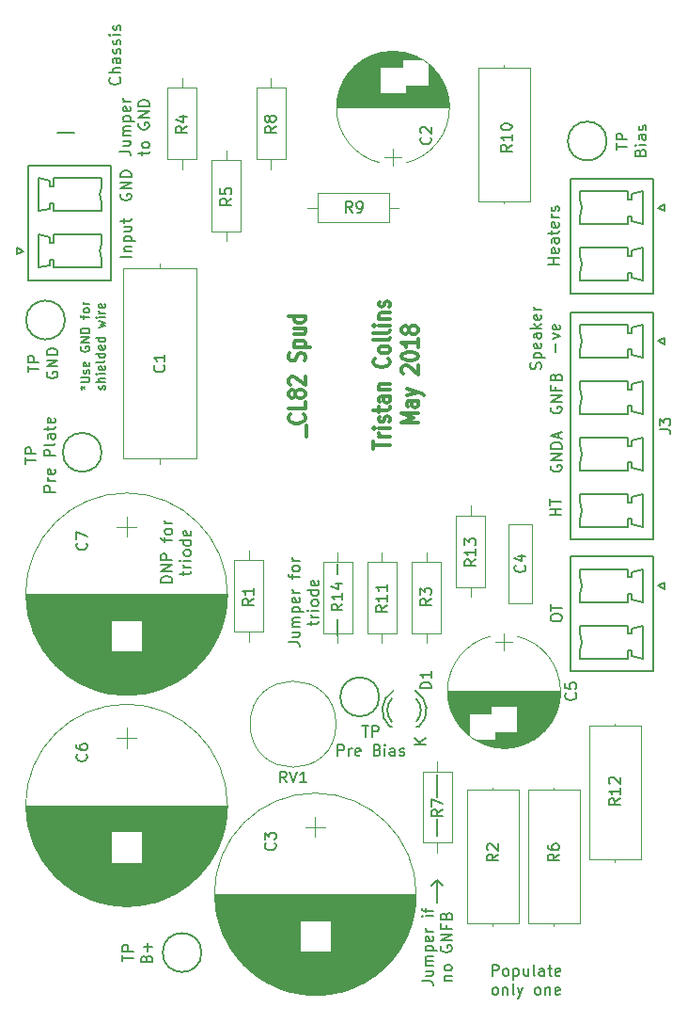
<source format=gbr>
G04 #@! TF.FileFunction,Legend,Top*
%FSLAX46Y46*%
G04 Gerber Fmt 4.6, Leading zero omitted, Abs format (unit mm)*
G04 Created by KiCad (PCBNEW 4.0.7) date Friday, 04 May 2018 'PMt' 12:52:55*
%MOMM*%
%LPD*%
G01*
G04 APERTURE LIST*
%ADD10C,0.100000*%
%ADD11C,0.200000*%
%ADD12C,0.300000*%
%ADD13C,0.150000*%
%ADD14C,0.120000*%
G04 APERTURE END LIST*
D10*
D11*
X220304762Y-89511905D02*
X220352381Y-89369048D01*
X220352381Y-89130952D01*
X220304762Y-89035714D01*
X220257143Y-88988095D01*
X220161905Y-88940476D01*
X220066667Y-88940476D01*
X219971429Y-88988095D01*
X219923810Y-89035714D01*
X219876190Y-89130952D01*
X219828571Y-89321429D01*
X219780952Y-89416667D01*
X219733333Y-89464286D01*
X219638095Y-89511905D01*
X219542857Y-89511905D01*
X219447619Y-89464286D01*
X219400000Y-89416667D01*
X219352381Y-89321429D01*
X219352381Y-89083333D01*
X219400000Y-88940476D01*
X219685714Y-88511905D02*
X220685714Y-88511905D01*
X219733333Y-88511905D02*
X219685714Y-88416667D01*
X219685714Y-88226190D01*
X219733333Y-88130952D01*
X219780952Y-88083333D01*
X219876190Y-88035714D01*
X220161905Y-88035714D01*
X220257143Y-88083333D01*
X220304762Y-88130952D01*
X220352381Y-88226190D01*
X220352381Y-88416667D01*
X220304762Y-88511905D01*
X220304762Y-87226190D02*
X220352381Y-87321428D01*
X220352381Y-87511905D01*
X220304762Y-87607143D01*
X220209524Y-87654762D01*
X219828571Y-87654762D01*
X219733333Y-87607143D01*
X219685714Y-87511905D01*
X219685714Y-87321428D01*
X219733333Y-87226190D01*
X219828571Y-87178571D01*
X219923810Y-87178571D01*
X220019048Y-87654762D01*
X220352381Y-86321428D02*
X219828571Y-86321428D01*
X219733333Y-86369047D01*
X219685714Y-86464285D01*
X219685714Y-86654762D01*
X219733333Y-86750000D01*
X220304762Y-86321428D02*
X220352381Y-86416666D01*
X220352381Y-86654762D01*
X220304762Y-86750000D01*
X220209524Y-86797619D01*
X220114286Y-86797619D01*
X220019048Y-86750000D01*
X219971429Y-86654762D01*
X219971429Y-86416666D01*
X219923810Y-86321428D01*
X220352381Y-85845238D02*
X219352381Y-85845238D01*
X219971429Y-85750000D02*
X220352381Y-85464285D01*
X219685714Y-85464285D02*
X220066667Y-85845238D01*
X220304762Y-84654761D02*
X220352381Y-84749999D01*
X220352381Y-84940476D01*
X220304762Y-85035714D01*
X220209524Y-85083333D01*
X219828571Y-85083333D01*
X219733333Y-85035714D01*
X219685714Y-84940476D01*
X219685714Y-84749999D01*
X219733333Y-84654761D01*
X219828571Y-84607142D01*
X219923810Y-84607142D01*
X220019048Y-85083333D01*
X220352381Y-84178571D02*
X219685714Y-84178571D01*
X219876190Y-84178571D02*
X219780952Y-84130952D01*
X219733333Y-84083333D01*
X219685714Y-83988095D01*
X219685714Y-83892856D01*
X221671429Y-87940476D02*
X221671429Y-87178571D01*
X221385714Y-86797619D02*
X222052381Y-86559524D01*
X221385714Y-86321428D01*
X222004762Y-85559523D02*
X222052381Y-85654761D01*
X222052381Y-85845238D01*
X222004762Y-85940476D01*
X221909524Y-85988095D01*
X221528571Y-85988095D01*
X221433333Y-85940476D01*
X221385714Y-85845238D01*
X221385714Y-85654761D01*
X221433333Y-85559523D01*
X221528571Y-85511904D01*
X221623810Y-85511904D01*
X221719048Y-85988095D01*
X215952380Y-144102381D02*
X215952380Y-143102381D01*
X216333333Y-143102381D01*
X216428571Y-143150000D01*
X216476190Y-143197619D01*
X216523809Y-143292857D01*
X216523809Y-143435714D01*
X216476190Y-143530952D01*
X216428571Y-143578571D01*
X216333333Y-143626190D01*
X215952380Y-143626190D01*
X217095237Y-144102381D02*
X216999999Y-144054762D01*
X216952380Y-144007143D01*
X216904761Y-143911905D01*
X216904761Y-143626190D01*
X216952380Y-143530952D01*
X216999999Y-143483333D01*
X217095237Y-143435714D01*
X217238095Y-143435714D01*
X217333333Y-143483333D01*
X217380952Y-143530952D01*
X217428571Y-143626190D01*
X217428571Y-143911905D01*
X217380952Y-144007143D01*
X217333333Y-144054762D01*
X217238095Y-144102381D01*
X217095237Y-144102381D01*
X217857142Y-143435714D02*
X217857142Y-144435714D01*
X217857142Y-143483333D02*
X217952380Y-143435714D01*
X218142857Y-143435714D01*
X218238095Y-143483333D01*
X218285714Y-143530952D01*
X218333333Y-143626190D01*
X218333333Y-143911905D01*
X218285714Y-144007143D01*
X218238095Y-144054762D01*
X218142857Y-144102381D01*
X217952380Y-144102381D01*
X217857142Y-144054762D01*
X219190476Y-143435714D02*
X219190476Y-144102381D01*
X218761904Y-143435714D02*
X218761904Y-143959524D01*
X218809523Y-144054762D01*
X218904761Y-144102381D01*
X219047619Y-144102381D01*
X219142857Y-144054762D01*
X219190476Y-144007143D01*
X219809523Y-144102381D02*
X219714285Y-144054762D01*
X219666666Y-143959524D01*
X219666666Y-143102381D01*
X220619048Y-144102381D02*
X220619048Y-143578571D01*
X220571429Y-143483333D01*
X220476191Y-143435714D01*
X220285714Y-143435714D01*
X220190476Y-143483333D01*
X220619048Y-144054762D02*
X220523810Y-144102381D01*
X220285714Y-144102381D01*
X220190476Y-144054762D01*
X220142857Y-143959524D01*
X220142857Y-143864286D01*
X220190476Y-143769048D01*
X220285714Y-143721429D01*
X220523810Y-143721429D01*
X220619048Y-143673810D01*
X220952381Y-143435714D02*
X221333333Y-143435714D01*
X221095238Y-143102381D02*
X221095238Y-143959524D01*
X221142857Y-144054762D01*
X221238095Y-144102381D01*
X221333333Y-144102381D01*
X222047620Y-144054762D02*
X221952382Y-144102381D01*
X221761905Y-144102381D01*
X221666667Y-144054762D01*
X221619048Y-143959524D01*
X221619048Y-143578571D01*
X221666667Y-143483333D01*
X221761905Y-143435714D01*
X221952382Y-143435714D01*
X222047620Y-143483333D01*
X222095239Y-143578571D01*
X222095239Y-143673810D01*
X221619048Y-143769048D01*
X216119047Y-145802381D02*
X216023809Y-145754762D01*
X215976190Y-145707143D01*
X215928571Y-145611905D01*
X215928571Y-145326190D01*
X215976190Y-145230952D01*
X216023809Y-145183333D01*
X216119047Y-145135714D01*
X216261905Y-145135714D01*
X216357143Y-145183333D01*
X216404762Y-145230952D01*
X216452381Y-145326190D01*
X216452381Y-145611905D01*
X216404762Y-145707143D01*
X216357143Y-145754762D01*
X216261905Y-145802381D01*
X216119047Y-145802381D01*
X216880952Y-145135714D02*
X216880952Y-145802381D01*
X216880952Y-145230952D02*
X216928571Y-145183333D01*
X217023809Y-145135714D01*
X217166667Y-145135714D01*
X217261905Y-145183333D01*
X217309524Y-145278571D01*
X217309524Y-145802381D01*
X217928571Y-145802381D02*
X217833333Y-145754762D01*
X217785714Y-145659524D01*
X217785714Y-144802381D01*
X218214286Y-145135714D02*
X218452381Y-145802381D01*
X218690477Y-145135714D02*
X218452381Y-145802381D01*
X218357143Y-146040476D01*
X218309524Y-146088095D01*
X218214286Y-146135714D01*
X219976191Y-145802381D02*
X219880953Y-145754762D01*
X219833334Y-145707143D01*
X219785715Y-145611905D01*
X219785715Y-145326190D01*
X219833334Y-145230952D01*
X219880953Y-145183333D01*
X219976191Y-145135714D01*
X220119049Y-145135714D01*
X220214287Y-145183333D01*
X220261906Y-145230952D01*
X220309525Y-145326190D01*
X220309525Y-145611905D01*
X220261906Y-145707143D01*
X220214287Y-145754762D01*
X220119049Y-145802381D01*
X219976191Y-145802381D01*
X220738096Y-145135714D02*
X220738096Y-145802381D01*
X220738096Y-145230952D02*
X220785715Y-145183333D01*
X220880953Y-145135714D01*
X221023811Y-145135714D01*
X221119049Y-145183333D01*
X221166668Y-145278571D01*
X221166668Y-145802381D01*
X222023811Y-145754762D02*
X221928573Y-145802381D01*
X221738096Y-145802381D01*
X221642858Y-145754762D01*
X221595239Y-145659524D01*
X221595239Y-145278571D01*
X221642858Y-145183333D01*
X221738096Y-145135714D01*
X221928573Y-145135714D01*
X222023811Y-145183333D01*
X222071430Y-145278571D01*
X222071430Y-145373810D01*
X221595239Y-145469048D01*
X202000000Y-113500000D02*
X202000000Y-112000000D01*
X202000000Y-107000000D02*
X202000000Y-108000000D01*
X197602381Y-114095238D02*
X198316667Y-114095238D01*
X198459524Y-114142858D01*
X198554762Y-114238096D01*
X198602381Y-114380953D01*
X198602381Y-114476191D01*
X197935714Y-113190476D02*
X198602381Y-113190476D01*
X197935714Y-113619048D02*
X198459524Y-113619048D01*
X198554762Y-113571429D01*
X198602381Y-113476191D01*
X198602381Y-113333333D01*
X198554762Y-113238095D01*
X198507143Y-113190476D01*
X198602381Y-112714286D02*
X197935714Y-112714286D01*
X198030952Y-112714286D02*
X197983333Y-112666667D01*
X197935714Y-112571429D01*
X197935714Y-112428571D01*
X197983333Y-112333333D01*
X198078571Y-112285714D01*
X198602381Y-112285714D01*
X198078571Y-112285714D02*
X197983333Y-112238095D01*
X197935714Y-112142857D01*
X197935714Y-112000000D01*
X197983333Y-111904762D01*
X198078571Y-111857143D01*
X198602381Y-111857143D01*
X197935714Y-111380953D02*
X198935714Y-111380953D01*
X197983333Y-111380953D02*
X197935714Y-111285715D01*
X197935714Y-111095238D01*
X197983333Y-111000000D01*
X198030952Y-110952381D01*
X198126190Y-110904762D01*
X198411905Y-110904762D01*
X198507143Y-110952381D01*
X198554762Y-111000000D01*
X198602381Y-111095238D01*
X198602381Y-111285715D01*
X198554762Y-111380953D01*
X198554762Y-110095238D02*
X198602381Y-110190476D01*
X198602381Y-110380953D01*
X198554762Y-110476191D01*
X198459524Y-110523810D01*
X198078571Y-110523810D01*
X197983333Y-110476191D01*
X197935714Y-110380953D01*
X197935714Y-110190476D01*
X197983333Y-110095238D01*
X198078571Y-110047619D01*
X198173810Y-110047619D01*
X198269048Y-110523810D01*
X198602381Y-109619048D02*
X197935714Y-109619048D01*
X198126190Y-109619048D02*
X198030952Y-109571429D01*
X197983333Y-109523810D01*
X197935714Y-109428572D01*
X197935714Y-109333333D01*
X197935714Y-108380952D02*
X197935714Y-108000000D01*
X198602381Y-108238095D02*
X197745238Y-108238095D01*
X197650000Y-108190476D01*
X197602381Y-108095238D01*
X197602381Y-108000000D01*
X198602381Y-107523809D02*
X198554762Y-107619047D01*
X198507143Y-107666666D01*
X198411905Y-107714285D01*
X198126190Y-107714285D01*
X198030952Y-107666666D01*
X197983333Y-107619047D01*
X197935714Y-107523809D01*
X197935714Y-107380951D01*
X197983333Y-107285713D01*
X198030952Y-107238094D01*
X198126190Y-107190475D01*
X198411905Y-107190475D01*
X198507143Y-107238094D01*
X198554762Y-107285713D01*
X198602381Y-107380951D01*
X198602381Y-107523809D01*
X198602381Y-106761904D02*
X197935714Y-106761904D01*
X198126190Y-106761904D02*
X198030952Y-106714285D01*
X197983333Y-106666666D01*
X197935714Y-106571428D01*
X197935714Y-106476189D01*
X199635714Y-112571429D02*
X199635714Y-112190477D01*
X199302381Y-112428572D02*
X200159524Y-112428572D01*
X200254762Y-112380953D01*
X200302381Y-112285715D01*
X200302381Y-112190477D01*
X200302381Y-111857143D02*
X199635714Y-111857143D01*
X199826190Y-111857143D02*
X199730952Y-111809524D01*
X199683333Y-111761905D01*
X199635714Y-111666667D01*
X199635714Y-111571428D01*
X200302381Y-111238095D02*
X199635714Y-111238095D01*
X199302381Y-111238095D02*
X199350000Y-111285714D01*
X199397619Y-111238095D01*
X199350000Y-111190476D01*
X199302381Y-111238095D01*
X199397619Y-111238095D01*
X200302381Y-110619048D02*
X200254762Y-110714286D01*
X200207143Y-110761905D01*
X200111905Y-110809524D01*
X199826190Y-110809524D01*
X199730952Y-110761905D01*
X199683333Y-110714286D01*
X199635714Y-110619048D01*
X199635714Y-110476190D01*
X199683333Y-110380952D01*
X199730952Y-110333333D01*
X199826190Y-110285714D01*
X200111905Y-110285714D01*
X200207143Y-110333333D01*
X200254762Y-110380952D01*
X200302381Y-110476190D01*
X200302381Y-110619048D01*
X200302381Y-109428571D02*
X199302381Y-109428571D01*
X200254762Y-109428571D02*
X200302381Y-109523809D01*
X200302381Y-109714286D01*
X200254762Y-109809524D01*
X200207143Y-109857143D01*
X200111905Y-109904762D01*
X199826190Y-109904762D01*
X199730952Y-109857143D01*
X199683333Y-109809524D01*
X199635714Y-109714286D01*
X199635714Y-109523809D01*
X199683333Y-109428571D01*
X200254762Y-108571428D02*
X200302381Y-108666666D01*
X200302381Y-108857143D01*
X200254762Y-108952381D01*
X200159524Y-109000000D01*
X199778571Y-109000000D01*
X199683333Y-108952381D01*
X199635714Y-108857143D01*
X199635714Y-108666666D01*
X199683333Y-108571428D01*
X199778571Y-108523809D01*
X199873810Y-108523809D01*
X199969048Y-109000000D01*
X187102381Y-108714286D02*
X186102381Y-108714286D01*
X186102381Y-108476191D01*
X186150000Y-108333333D01*
X186245238Y-108238095D01*
X186340476Y-108190476D01*
X186530952Y-108142857D01*
X186673810Y-108142857D01*
X186864286Y-108190476D01*
X186959524Y-108238095D01*
X187054762Y-108333333D01*
X187102381Y-108476191D01*
X187102381Y-108714286D01*
X187102381Y-107714286D02*
X186102381Y-107714286D01*
X187102381Y-107142857D01*
X186102381Y-107142857D01*
X187102381Y-106666667D02*
X186102381Y-106666667D01*
X186102381Y-106285714D01*
X186150000Y-106190476D01*
X186197619Y-106142857D01*
X186292857Y-106095238D01*
X186435714Y-106095238D01*
X186530952Y-106142857D01*
X186578571Y-106190476D01*
X186626190Y-106285714D01*
X186626190Y-106666667D01*
X186435714Y-105047619D02*
X186435714Y-104666667D01*
X187102381Y-104904762D02*
X186245238Y-104904762D01*
X186150000Y-104857143D01*
X186102381Y-104761905D01*
X186102381Y-104666667D01*
X187102381Y-104190476D02*
X187054762Y-104285714D01*
X187007143Y-104333333D01*
X186911905Y-104380952D01*
X186626190Y-104380952D01*
X186530952Y-104333333D01*
X186483333Y-104285714D01*
X186435714Y-104190476D01*
X186435714Y-104047618D01*
X186483333Y-103952380D01*
X186530952Y-103904761D01*
X186626190Y-103857142D01*
X186911905Y-103857142D01*
X187007143Y-103904761D01*
X187054762Y-103952380D01*
X187102381Y-104047618D01*
X187102381Y-104190476D01*
X187102381Y-103428571D02*
X186435714Y-103428571D01*
X186626190Y-103428571D02*
X186530952Y-103380952D01*
X186483333Y-103333333D01*
X186435714Y-103238095D01*
X186435714Y-103142856D01*
X188135714Y-108071429D02*
X188135714Y-107690477D01*
X187802381Y-107928572D02*
X188659524Y-107928572D01*
X188754762Y-107880953D01*
X188802381Y-107785715D01*
X188802381Y-107690477D01*
X188802381Y-107357143D02*
X188135714Y-107357143D01*
X188326190Y-107357143D02*
X188230952Y-107309524D01*
X188183333Y-107261905D01*
X188135714Y-107166667D01*
X188135714Y-107071428D01*
X188802381Y-106738095D02*
X188135714Y-106738095D01*
X187802381Y-106738095D02*
X187850000Y-106785714D01*
X187897619Y-106738095D01*
X187850000Y-106690476D01*
X187802381Y-106738095D01*
X187897619Y-106738095D01*
X188802381Y-106119048D02*
X188754762Y-106214286D01*
X188707143Y-106261905D01*
X188611905Y-106309524D01*
X188326190Y-106309524D01*
X188230952Y-106261905D01*
X188183333Y-106214286D01*
X188135714Y-106119048D01*
X188135714Y-105976190D01*
X188183333Y-105880952D01*
X188230952Y-105833333D01*
X188326190Y-105785714D01*
X188611905Y-105785714D01*
X188707143Y-105833333D01*
X188754762Y-105880952D01*
X188802381Y-105976190D01*
X188802381Y-106119048D01*
X188802381Y-104928571D02*
X187802381Y-104928571D01*
X188754762Y-104928571D02*
X188802381Y-105023809D01*
X188802381Y-105214286D01*
X188754762Y-105309524D01*
X188707143Y-105357143D01*
X188611905Y-105404762D01*
X188326190Y-105404762D01*
X188230952Y-105357143D01*
X188183333Y-105309524D01*
X188135714Y-105214286D01*
X188135714Y-105023809D01*
X188183333Y-104928571D01*
X188754762Y-104071428D02*
X188802381Y-104166666D01*
X188802381Y-104357143D01*
X188754762Y-104452381D01*
X188659524Y-104500000D01*
X188278571Y-104500000D01*
X188183333Y-104452381D01*
X188135714Y-104357143D01*
X188135714Y-104166666D01*
X188183333Y-104071428D01*
X188278571Y-104023809D01*
X188373810Y-104023809D01*
X188469048Y-104500000D01*
X211000000Y-135500000D02*
X211000000Y-137500000D01*
X211000000Y-135500000D02*
X211500000Y-136000000D01*
X211000000Y-135500000D02*
X210500000Y-136000000D01*
X209602381Y-144571428D02*
X210316667Y-144571428D01*
X210459524Y-144619048D01*
X210554762Y-144714286D01*
X210602381Y-144857143D01*
X210602381Y-144952381D01*
X209935714Y-143666666D02*
X210602381Y-143666666D01*
X209935714Y-144095238D02*
X210459524Y-144095238D01*
X210554762Y-144047619D01*
X210602381Y-143952381D01*
X210602381Y-143809523D01*
X210554762Y-143714285D01*
X210507143Y-143666666D01*
X210602381Y-143190476D02*
X209935714Y-143190476D01*
X210030952Y-143190476D02*
X209983333Y-143142857D01*
X209935714Y-143047619D01*
X209935714Y-142904761D01*
X209983333Y-142809523D01*
X210078571Y-142761904D01*
X210602381Y-142761904D01*
X210078571Y-142761904D02*
X209983333Y-142714285D01*
X209935714Y-142619047D01*
X209935714Y-142476190D01*
X209983333Y-142380952D01*
X210078571Y-142333333D01*
X210602381Y-142333333D01*
X209935714Y-141857143D02*
X210935714Y-141857143D01*
X209983333Y-141857143D02*
X209935714Y-141761905D01*
X209935714Y-141571428D01*
X209983333Y-141476190D01*
X210030952Y-141428571D01*
X210126190Y-141380952D01*
X210411905Y-141380952D01*
X210507143Y-141428571D01*
X210554762Y-141476190D01*
X210602381Y-141571428D01*
X210602381Y-141761905D01*
X210554762Y-141857143D01*
X210554762Y-140571428D02*
X210602381Y-140666666D01*
X210602381Y-140857143D01*
X210554762Y-140952381D01*
X210459524Y-141000000D01*
X210078571Y-141000000D01*
X209983333Y-140952381D01*
X209935714Y-140857143D01*
X209935714Y-140666666D01*
X209983333Y-140571428D01*
X210078571Y-140523809D01*
X210173810Y-140523809D01*
X210269048Y-141000000D01*
X210602381Y-140095238D02*
X209935714Y-140095238D01*
X210126190Y-140095238D02*
X210030952Y-140047619D01*
X209983333Y-140000000D01*
X209935714Y-139904762D01*
X209935714Y-139809523D01*
X210602381Y-138714285D02*
X209935714Y-138714285D01*
X209602381Y-138714285D02*
X209650000Y-138761904D01*
X209697619Y-138714285D01*
X209650000Y-138666666D01*
X209602381Y-138714285D01*
X209697619Y-138714285D01*
X209935714Y-138380952D02*
X209935714Y-138000000D01*
X210602381Y-138238095D02*
X209745238Y-138238095D01*
X209650000Y-138190476D01*
X209602381Y-138095238D01*
X209602381Y-138000000D01*
X211635714Y-144500000D02*
X212302381Y-144500000D01*
X211730952Y-144500000D02*
X211683333Y-144452381D01*
X211635714Y-144357143D01*
X211635714Y-144214285D01*
X211683333Y-144119047D01*
X211778571Y-144071428D01*
X212302381Y-144071428D01*
X212302381Y-143452381D02*
X212254762Y-143547619D01*
X212207143Y-143595238D01*
X212111905Y-143642857D01*
X211826190Y-143642857D01*
X211730952Y-143595238D01*
X211683333Y-143547619D01*
X211635714Y-143452381D01*
X211635714Y-143309523D01*
X211683333Y-143214285D01*
X211730952Y-143166666D01*
X211826190Y-143119047D01*
X212111905Y-143119047D01*
X212207143Y-143166666D01*
X212254762Y-143214285D01*
X212302381Y-143309523D01*
X212302381Y-143452381D01*
X211350000Y-141404761D02*
X211302381Y-141499999D01*
X211302381Y-141642856D01*
X211350000Y-141785714D01*
X211445238Y-141880952D01*
X211540476Y-141928571D01*
X211730952Y-141976190D01*
X211873810Y-141976190D01*
X212064286Y-141928571D01*
X212159524Y-141880952D01*
X212254762Y-141785714D01*
X212302381Y-141642856D01*
X212302381Y-141547618D01*
X212254762Y-141404761D01*
X212207143Y-141357142D01*
X211873810Y-141357142D01*
X211873810Y-141547618D01*
X212302381Y-140928571D02*
X211302381Y-140928571D01*
X212302381Y-140357142D01*
X211302381Y-140357142D01*
X211778571Y-139547618D02*
X211778571Y-139880952D01*
X212302381Y-139880952D02*
X211302381Y-139880952D01*
X211302381Y-139404761D01*
X211778571Y-138690475D02*
X211826190Y-138547618D01*
X211873810Y-138499999D01*
X211969048Y-138452380D01*
X212111905Y-138452380D01*
X212207143Y-138499999D01*
X212254762Y-138547618D01*
X212302381Y-138642856D01*
X212302381Y-139023809D01*
X211302381Y-139023809D01*
X211302381Y-138690475D01*
X211350000Y-138595237D01*
X211397619Y-138547618D01*
X211492857Y-138499999D01*
X211588095Y-138499999D01*
X211683333Y-138547618D01*
X211730952Y-138595237D01*
X211778571Y-138690475D01*
X211778571Y-139023809D01*
X211000000Y-130000000D02*
X211000000Y-131500000D01*
X211000000Y-126000000D02*
X211000000Y-128000000D01*
X174102381Y-89785714D02*
X174102381Y-89214285D01*
X175102381Y-89500000D02*
X174102381Y-89500000D01*
X175102381Y-88880952D02*
X174102381Y-88880952D01*
X174102381Y-88499999D01*
X174150000Y-88404761D01*
X174197619Y-88357142D01*
X174292857Y-88309523D01*
X174435714Y-88309523D01*
X174530952Y-88357142D01*
X174578571Y-88404761D01*
X174626190Y-88499999D01*
X174626190Y-88880952D01*
X175850000Y-89761904D02*
X175802381Y-89857142D01*
X175802381Y-89999999D01*
X175850000Y-90142857D01*
X175945238Y-90238095D01*
X176040476Y-90285714D01*
X176230952Y-90333333D01*
X176373810Y-90333333D01*
X176564286Y-90285714D01*
X176659524Y-90238095D01*
X176754762Y-90142857D01*
X176802381Y-89999999D01*
X176802381Y-89904761D01*
X176754762Y-89761904D01*
X176707143Y-89714285D01*
X176373810Y-89714285D01*
X176373810Y-89904761D01*
X176802381Y-89285714D02*
X175802381Y-89285714D01*
X176802381Y-88714285D01*
X175802381Y-88714285D01*
X176802381Y-88238095D02*
X175802381Y-88238095D01*
X175802381Y-88000000D01*
X175850000Y-87857142D01*
X175945238Y-87761904D01*
X176040476Y-87714285D01*
X176230952Y-87666666D01*
X176373810Y-87666666D01*
X176564286Y-87714285D01*
X176659524Y-87761904D01*
X176754762Y-87857142D01*
X176802381Y-88000000D01*
X176802381Y-88238095D01*
X176750000Y-68250000D02*
X178250000Y-68250000D01*
X227102381Y-69785714D02*
X227102381Y-69214285D01*
X228102381Y-69500000D02*
X227102381Y-69500000D01*
X228102381Y-68880952D02*
X227102381Y-68880952D01*
X227102381Y-68499999D01*
X227150000Y-68404761D01*
X227197619Y-68357142D01*
X227292857Y-68309523D01*
X227435714Y-68309523D01*
X227530952Y-68357142D01*
X227578571Y-68404761D01*
X227626190Y-68499999D01*
X227626190Y-68880952D01*
X229278571Y-70023809D02*
X229326190Y-69880952D01*
X229373810Y-69833333D01*
X229469048Y-69785714D01*
X229611905Y-69785714D01*
X229707143Y-69833333D01*
X229754762Y-69880952D01*
X229802381Y-69976190D01*
X229802381Y-70357143D01*
X228802381Y-70357143D01*
X228802381Y-70023809D01*
X228850000Y-69928571D01*
X228897619Y-69880952D01*
X228992857Y-69833333D01*
X229088095Y-69833333D01*
X229183333Y-69880952D01*
X229230952Y-69928571D01*
X229278571Y-70023809D01*
X229278571Y-70357143D01*
X229802381Y-69357143D02*
X229135714Y-69357143D01*
X228802381Y-69357143D02*
X228850000Y-69404762D01*
X228897619Y-69357143D01*
X228850000Y-69309524D01*
X228802381Y-69357143D01*
X228897619Y-69357143D01*
X229802381Y-68452381D02*
X229278571Y-68452381D01*
X229183333Y-68500000D01*
X229135714Y-68595238D01*
X229135714Y-68785715D01*
X229183333Y-68880953D01*
X229754762Y-68452381D02*
X229802381Y-68547619D01*
X229802381Y-68785715D01*
X229754762Y-68880953D01*
X229659524Y-68928572D01*
X229564286Y-68928572D01*
X229469048Y-68880953D01*
X229421429Y-68785715D01*
X229421429Y-68547619D01*
X229373810Y-68452381D01*
X229754762Y-68023810D02*
X229802381Y-67928572D01*
X229802381Y-67738096D01*
X229754762Y-67642857D01*
X229659524Y-67595238D01*
X229611905Y-67595238D01*
X229516667Y-67642857D01*
X229469048Y-67738096D01*
X229469048Y-67880953D01*
X229421429Y-67976191D01*
X229326190Y-68023810D01*
X229278571Y-68023810D01*
X229183333Y-67976191D01*
X229135714Y-67880953D01*
X229135714Y-67738096D01*
X229183333Y-67642857D01*
X173852381Y-98035714D02*
X173852381Y-97464285D01*
X174852381Y-97750000D02*
X173852381Y-97750000D01*
X174852381Y-97130952D02*
X173852381Y-97130952D01*
X173852381Y-96749999D01*
X173900000Y-96654761D01*
X173947619Y-96607142D01*
X174042857Y-96559523D01*
X174185714Y-96559523D01*
X174280952Y-96607142D01*
X174328571Y-96654761D01*
X174376190Y-96749999D01*
X174376190Y-97130952D01*
X176552381Y-100559525D02*
X175552381Y-100559525D01*
X175552381Y-100178572D01*
X175600000Y-100083334D01*
X175647619Y-100035715D01*
X175742857Y-99988096D01*
X175885714Y-99988096D01*
X175980952Y-100035715D01*
X176028571Y-100083334D01*
X176076190Y-100178572D01*
X176076190Y-100559525D01*
X176552381Y-99559525D02*
X175885714Y-99559525D01*
X176076190Y-99559525D02*
X175980952Y-99511906D01*
X175933333Y-99464287D01*
X175885714Y-99369049D01*
X175885714Y-99273810D01*
X176504762Y-98559524D02*
X176552381Y-98654762D01*
X176552381Y-98845239D01*
X176504762Y-98940477D01*
X176409524Y-98988096D01*
X176028571Y-98988096D01*
X175933333Y-98940477D01*
X175885714Y-98845239D01*
X175885714Y-98654762D01*
X175933333Y-98559524D01*
X176028571Y-98511905D01*
X176123810Y-98511905D01*
X176219048Y-98988096D01*
X176552381Y-97321429D02*
X175552381Y-97321429D01*
X175552381Y-96940476D01*
X175600000Y-96845238D01*
X175647619Y-96797619D01*
X175742857Y-96750000D01*
X175885714Y-96750000D01*
X175980952Y-96797619D01*
X176028571Y-96845238D01*
X176076190Y-96940476D01*
X176076190Y-97321429D01*
X176552381Y-96178572D02*
X176504762Y-96273810D01*
X176409524Y-96321429D01*
X175552381Y-96321429D01*
X176552381Y-95369047D02*
X176028571Y-95369047D01*
X175933333Y-95416666D01*
X175885714Y-95511904D01*
X175885714Y-95702381D01*
X175933333Y-95797619D01*
X176504762Y-95369047D02*
X176552381Y-95464285D01*
X176552381Y-95702381D01*
X176504762Y-95797619D01*
X176409524Y-95845238D01*
X176314286Y-95845238D01*
X176219048Y-95797619D01*
X176171429Y-95702381D01*
X176171429Y-95464285D01*
X176123810Y-95369047D01*
X175885714Y-95035714D02*
X175885714Y-94654762D01*
X175552381Y-94892857D02*
X176409524Y-94892857D01*
X176504762Y-94845238D01*
X176552381Y-94750000D01*
X176552381Y-94654762D01*
X176504762Y-93940475D02*
X176552381Y-94035713D01*
X176552381Y-94226190D01*
X176504762Y-94321428D01*
X176409524Y-94369047D01*
X176028571Y-94369047D01*
X175933333Y-94321428D01*
X175885714Y-94226190D01*
X175885714Y-94035713D01*
X175933333Y-93940475D01*
X176028571Y-93892856D01*
X176123810Y-93892856D01*
X176219048Y-94369047D01*
X204214286Y-121602381D02*
X204785715Y-121602381D01*
X204500000Y-122602381D02*
X204500000Y-121602381D01*
X205119048Y-122602381D02*
X205119048Y-121602381D01*
X205500001Y-121602381D01*
X205595239Y-121650000D01*
X205642858Y-121697619D01*
X205690477Y-121792857D01*
X205690477Y-121935714D01*
X205642858Y-122030952D01*
X205595239Y-122078571D01*
X205500001Y-122126190D01*
X205119048Y-122126190D01*
X202023809Y-124302381D02*
X202023809Y-123302381D01*
X202404762Y-123302381D01*
X202500000Y-123350000D01*
X202547619Y-123397619D01*
X202595238Y-123492857D01*
X202595238Y-123635714D01*
X202547619Y-123730952D01*
X202500000Y-123778571D01*
X202404762Y-123826190D01*
X202023809Y-123826190D01*
X203023809Y-124302381D02*
X203023809Y-123635714D01*
X203023809Y-123826190D02*
X203071428Y-123730952D01*
X203119047Y-123683333D01*
X203214285Y-123635714D01*
X203309524Y-123635714D01*
X204023810Y-124254762D02*
X203928572Y-124302381D01*
X203738095Y-124302381D01*
X203642857Y-124254762D01*
X203595238Y-124159524D01*
X203595238Y-123778571D01*
X203642857Y-123683333D01*
X203738095Y-123635714D01*
X203928572Y-123635714D01*
X204023810Y-123683333D01*
X204071429Y-123778571D01*
X204071429Y-123873810D01*
X203595238Y-123969048D01*
X205595239Y-123778571D02*
X205738096Y-123826190D01*
X205785715Y-123873810D01*
X205833334Y-123969048D01*
X205833334Y-124111905D01*
X205785715Y-124207143D01*
X205738096Y-124254762D01*
X205642858Y-124302381D01*
X205261905Y-124302381D01*
X205261905Y-123302381D01*
X205595239Y-123302381D01*
X205690477Y-123350000D01*
X205738096Y-123397619D01*
X205785715Y-123492857D01*
X205785715Y-123588095D01*
X205738096Y-123683333D01*
X205690477Y-123730952D01*
X205595239Y-123778571D01*
X205261905Y-123778571D01*
X206261905Y-124302381D02*
X206261905Y-123635714D01*
X206261905Y-123302381D02*
X206214286Y-123350000D01*
X206261905Y-123397619D01*
X206309524Y-123350000D01*
X206261905Y-123302381D01*
X206261905Y-123397619D01*
X207166667Y-124302381D02*
X207166667Y-123778571D01*
X207119048Y-123683333D01*
X207023810Y-123635714D01*
X206833333Y-123635714D01*
X206738095Y-123683333D01*
X207166667Y-124254762D02*
X207071429Y-124302381D01*
X206833333Y-124302381D01*
X206738095Y-124254762D01*
X206690476Y-124159524D01*
X206690476Y-124064286D01*
X206738095Y-123969048D01*
X206833333Y-123921429D01*
X207071429Y-123921429D01*
X207166667Y-123873810D01*
X207595238Y-124254762D02*
X207690476Y-124302381D01*
X207880952Y-124302381D01*
X207976191Y-124254762D01*
X208023810Y-124159524D01*
X208023810Y-124111905D01*
X207976191Y-124016667D01*
X207880952Y-123969048D01*
X207738095Y-123969048D01*
X207642857Y-123921429D01*
X207595238Y-123826190D01*
X207595238Y-123778571D01*
X207642857Y-123683333D01*
X207738095Y-123635714D01*
X207880952Y-123635714D01*
X207976191Y-123683333D01*
X182500000Y-73761904D02*
X182452381Y-73857142D01*
X182452381Y-73999999D01*
X182500000Y-74142857D01*
X182595238Y-74238095D01*
X182690476Y-74285714D01*
X182880952Y-74333333D01*
X183023810Y-74333333D01*
X183214286Y-74285714D01*
X183309524Y-74238095D01*
X183404762Y-74142857D01*
X183452381Y-73999999D01*
X183452381Y-73904761D01*
X183404762Y-73761904D01*
X183357143Y-73714285D01*
X183023810Y-73714285D01*
X183023810Y-73904761D01*
X183452381Y-73285714D02*
X182452381Y-73285714D01*
X183452381Y-72714285D01*
X182452381Y-72714285D01*
X183452381Y-72238095D02*
X182452381Y-72238095D01*
X182452381Y-72000000D01*
X182500000Y-71857142D01*
X182595238Y-71761904D01*
X182690476Y-71714285D01*
X182880952Y-71666666D01*
X183023810Y-71666666D01*
X183214286Y-71714285D01*
X183309524Y-71761904D01*
X183404762Y-71857142D01*
X183452381Y-72000000D01*
X183452381Y-72238095D01*
X183452381Y-79392857D02*
X182452381Y-79392857D01*
X182785714Y-78916667D02*
X183452381Y-78916667D01*
X182880952Y-78916667D02*
X182833333Y-78869048D01*
X182785714Y-78773810D01*
X182785714Y-78630952D01*
X182833333Y-78535714D01*
X182928571Y-78488095D01*
X183452381Y-78488095D01*
X182785714Y-78011905D02*
X183785714Y-78011905D01*
X182833333Y-78011905D02*
X182785714Y-77916667D01*
X182785714Y-77726190D01*
X182833333Y-77630952D01*
X182880952Y-77583333D01*
X182976190Y-77535714D01*
X183261905Y-77535714D01*
X183357143Y-77583333D01*
X183404762Y-77630952D01*
X183452381Y-77726190D01*
X183452381Y-77916667D01*
X183404762Y-78011905D01*
X182785714Y-76678571D02*
X183452381Y-76678571D01*
X182785714Y-77107143D02*
X183309524Y-77107143D01*
X183404762Y-77059524D01*
X183452381Y-76964286D01*
X183452381Y-76821428D01*
X183404762Y-76726190D01*
X183357143Y-76678571D01*
X182785714Y-76345238D02*
X182785714Y-75964286D01*
X182452381Y-76202381D02*
X183309524Y-76202381D01*
X183404762Y-76154762D01*
X183452381Y-76059524D01*
X183452381Y-75964286D01*
X221202381Y-111976191D02*
X221202381Y-111785714D01*
X221250000Y-111690476D01*
X221345238Y-111595238D01*
X221535714Y-111547619D01*
X221869048Y-111547619D01*
X222059524Y-111595238D01*
X222154762Y-111690476D01*
X222202381Y-111785714D01*
X222202381Y-111976191D01*
X222154762Y-112071429D01*
X222059524Y-112166667D01*
X221869048Y-112214286D01*
X221535714Y-112214286D01*
X221345238Y-112166667D01*
X221250000Y-112071429D01*
X221202381Y-111976191D01*
X221202381Y-111261905D02*
X221202381Y-110690476D01*
X222202381Y-110976191D02*
X221202381Y-110976191D01*
X221250000Y-98190476D02*
X221202381Y-98285714D01*
X221202381Y-98428571D01*
X221250000Y-98571429D01*
X221345238Y-98666667D01*
X221440476Y-98714286D01*
X221630952Y-98761905D01*
X221773810Y-98761905D01*
X221964286Y-98714286D01*
X222059524Y-98666667D01*
X222154762Y-98571429D01*
X222202381Y-98428571D01*
X222202381Y-98333333D01*
X222154762Y-98190476D01*
X222107143Y-98142857D01*
X221773810Y-98142857D01*
X221773810Y-98333333D01*
X222202381Y-97714286D02*
X221202381Y-97714286D01*
X222202381Y-97142857D01*
X221202381Y-97142857D01*
X222202381Y-96666667D02*
X221202381Y-96666667D01*
X221202381Y-96428572D01*
X221250000Y-96285714D01*
X221345238Y-96190476D01*
X221440476Y-96142857D01*
X221630952Y-96095238D01*
X221773810Y-96095238D01*
X221964286Y-96142857D01*
X222059524Y-96190476D01*
X222154762Y-96285714D01*
X222202381Y-96428572D01*
X222202381Y-96666667D01*
X221916667Y-95714286D02*
X221916667Y-95238095D01*
X222202381Y-95809524D02*
X221202381Y-95476191D01*
X222202381Y-95142857D01*
X222152381Y-102666667D02*
X221152381Y-102666667D01*
X221628571Y-102666667D02*
X221628571Y-102095238D01*
X222152381Y-102095238D02*
X221152381Y-102095238D01*
X221152381Y-101761905D02*
X221152381Y-101190476D01*
X222152381Y-101476191D02*
X221152381Y-101476191D01*
X221250000Y-92940476D02*
X221202381Y-93035714D01*
X221202381Y-93178571D01*
X221250000Y-93321429D01*
X221345238Y-93416667D01*
X221440476Y-93464286D01*
X221630952Y-93511905D01*
X221773810Y-93511905D01*
X221964286Y-93464286D01*
X222059524Y-93416667D01*
X222154762Y-93321429D01*
X222202381Y-93178571D01*
X222202381Y-93083333D01*
X222154762Y-92940476D01*
X222107143Y-92892857D01*
X221773810Y-92892857D01*
X221773810Y-93083333D01*
X222202381Y-92464286D02*
X221202381Y-92464286D01*
X222202381Y-91892857D01*
X221202381Y-91892857D01*
X221678571Y-91083333D02*
X221678571Y-91416667D01*
X222202381Y-91416667D02*
X221202381Y-91416667D01*
X221202381Y-90940476D01*
X221678571Y-90226190D02*
X221726190Y-90083333D01*
X221773810Y-90035714D01*
X221869048Y-89988095D01*
X222011905Y-89988095D01*
X222107143Y-90035714D01*
X222154762Y-90083333D01*
X222202381Y-90178571D01*
X222202381Y-90559524D01*
X221202381Y-90559524D01*
X221202381Y-90226190D01*
X221250000Y-90130952D01*
X221297619Y-90083333D01*
X221392857Y-90035714D01*
X221488095Y-90035714D01*
X221583333Y-90083333D01*
X221630952Y-90130952D01*
X221678571Y-90226190D01*
X221678571Y-90559524D01*
X178861905Y-91195238D02*
X179052381Y-91195238D01*
X178976190Y-91385714D02*
X179052381Y-91195238D01*
X178976190Y-91004762D01*
X179204762Y-91309524D02*
X179052381Y-91195238D01*
X179204762Y-91080952D01*
X178861905Y-90700000D02*
X179509524Y-90700000D01*
X179585714Y-90661905D01*
X179623810Y-90623809D01*
X179661905Y-90547619D01*
X179661905Y-90395238D01*
X179623810Y-90319047D01*
X179585714Y-90280952D01*
X179509524Y-90242857D01*
X178861905Y-90242857D01*
X179623810Y-89900000D02*
X179661905Y-89823810D01*
X179661905Y-89671429D01*
X179623810Y-89595238D01*
X179547619Y-89557143D01*
X179509524Y-89557143D01*
X179433333Y-89595238D01*
X179395238Y-89671429D01*
X179395238Y-89785714D01*
X179357143Y-89861905D01*
X179280952Y-89900000D01*
X179242857Y-89900000D01*
X179166667Y-89861905D01*
X179128571Y-89785714D01*
X179128571Y-89671429D01*
X179166667Y-89595238D01*
X179623810Y-88909524D02*
X179661905Y-88985714D01*
X179661905Y-89138095D01*
X179623810Y-89214286D01*
X179547619Y-89252381D01*
X179242857Y-89252381D01*
X179166667Y-89214286D01*
X179128571Y-89138095D01*
X179128571Y-88985714D01*
X179166667Y-88909524D01*
X179242857Y-88871429D01*
X179319048Y-88871429D01*
X179395238Y-89252381D01*
X178900000Y-87500000D02*
X178861905Y-87576191D01*
X178861905Y-87690476D01*
X178900000Y-87804762D01*
X178976190Y-87880953D01*
X179052381Y-87919048D01*
X179204762Y-87957143D01*
X179319048Y-87957143D01*
X179471429Y-87919048D01*
X179547619Y-87880953D01*
X179623810Y-87804762D01*
X179661905Y-87690476D01*
X179661905Y-87614286D01*
X179623810Y-87500000D01*
X179585714Y-87461905D01*
X179319048Y-87461905D01*
X179319048Y-87614286D01*
X179661905Y-87119048D02*
X178861905Y-87119048D01*
X179661905Y-86661905D01*
X178861905Y-86661905D01*
X179661905Y-86280953D02*
X178861905Y-86280953D01*
X178861905Y-86090477D01*
X178900000Y-85976191D01*
X178976190Y-85900000D01*
X179052381Y-85861905D01*
X179204762Y-85823810D01*
X179319048Y-85823810D01*
X179471429Y-85861905D01*
X179547619Y-85900000D01*
X179623810Y-85976191D01*
X179661905Y-86090477D01*
X179661905Y-86280953D01*
X179128571Y-84985715D02*
X179128571Y-84680953D01*
X179661905Y-84871429D02*
X178976190Y-84871429D01*
X178900000Y-84833334D01*
X178861905Y-84757143D01*
X178861905Y-84680953D01*
X179661905Y-84300000D02*
X179623810Y-84376191D01*
X179585714Y-84414286D01*
X179509524Y-84452381D01*
X179280952Y-84452381D01*
X179204762Y-84414286D01*
X179166667Y-84376191D01*
X179128571Y-84300000D01*
X179128571Y-84185714D01*
X179166667Y-84109524D01*
X179204762Y-84071429D01*
X179280952Y-84033333D01*
X179509524Y-84033333D01*
X179585714Y-84071429D01*
X179623810Y-84109524D01*
X179661905Y-84185714D01*
X179661905Y-84300000D01*
X179661905Y-83690476D02*
X179128571Y-83690476D01*
X179280952Y-83690476D02*
X179204762Y-83652381D01*
X179166667Y-83614285D01*
X179128571Y-83538095D01*
X179128571Y-83461904D01*
X181023810Y-91347619D02*
X181061905Y-91271429D01*
X181061905Y-91119048D01*
X181023810Y-91042857D01*
X180947619Y-91004762D01*
X180909524Y-91004762D01*
X180833333Y-91042857D01*
X180795238Y-91119048D01*
X180795238Y-91233333D01*
X180757143Y-91309524D01*
X180680952Y-91347619D01*
X180642857Y-91347619D01*
X180566667Y-91309524D01*
X180528571Y-91233333D01*
X180528571Y-91119048D01*
X180566667Y-91042857D01*
X181061905Y-90661905D02*
X180261905Y-90661905D01*
X181061905Y-90319048D02*
X180642857Y-90319048D01*
X180566667Y-90357143D01*
X180528571Y-90433333D01*
X180528571Y-90547619D01*
X180566667Y-90623810D01*
X180604762Y-90661905D01*
X181061905Y-89938095D02*
X180528571Y-89938095D01*
X180261905Y-89938095D02*
X180300000Y-89976190D01*
X180338095Y-89938095D01*
X180300000Y-89900000D01*
X180261905Y-89938095D01*
X180338095Y-89938095D01*
X181023810Y-89252381D02*
X181061905Y-89328571D01*
X181061905Y-89480952D01*
X181023810Y-89557143D01*
X180947619Y-89595238D01*
X180642857Y-89595238D01*
X180566667Y-89557143D01*
X180528571Y-89480952D01*
X180528571Y-89328571D01*
X180566667Y-89252381D01*
X180642857Y-89214286D01*
X180719048Y-89214286D01*
X180795238Y-89595238D01*
X181061905Y-88757143D02*
X181023810Y-88833334D01*
X180947619Y-88871429D01*
X180261905Y-88871429D01*
X181061905Y-88109524D02*
X180261905Y-88109524D01*
X181023810Y-88109524D02*
X181061905Y-88185714D01*
X181061905Y-88338095D01*
X181023810Y-88414286D01*
X180985714Y-88452381D01*
X180909524Y-88490476D01*
X180680952Y-88490476D01*
X180604762Y-88452381D01*
X180566667Y-88414286D01*
X180528571Y-88338095D01*
X180528571Y-88185714D01*
X180566667Y-88109524D01*
X181023810Y-87423809D02*
X181061905Y-87499999D01*
X181061905Y-87652380D01*
X181023810Y-87728571D01*
X180947619Y-87766666D01*
X180642857Y-87766666D01*
X180566667Y-87728571D01*
X180528571Y-87652380D01*
X180528571Y-87499999D01*
X180566667Y-87423809D01*
X180642857Y-87385714D01*
X180719048Y-87385714D01*
X180795238Y-87766666D01*
X181061905Y-86700000D02*
X180261905Y-86700000D01*
X181023810Y-86700000D02*
X181061905Y-86776190D01*
X181061905Y-86928571D01*
X181023810Y-87004762D01*
X180985714Y-87042857D01*
X180909524Y-87080952D01*
X180680952Y-87080952D01*
X180604762Y-87042857D01*
X180566667Y-87004762D01*
X180528571Y-86928571D01*
X180528571Y-86776190D01*
X180566667Y-86700000D01*
X180528571Y-85785713D02*
X181061905Y-85633332D01*
X180680952Y-85480951D01*
X181061905Y-85328570D01*
X180528571Y-85176189D01*
X181061905Y-84871428D02*
X180528571Y-84871428D01*
X180261905Y-84871428D02*
X180300000Y-84909523D01*
X180338095Y-84871428D01*
X180300000Y-84833333D01*
X180261905Y-84871428D01*
X180338095Y-84871428D01*
X181061905Y-84490476D02*
X180528571Y-84490476D01*
X180680952Y-84490476D02*
X180604762Y-84452381D01*
X180566667Y-84414285D01*
X180528571Y-84338095D01*
X180528571Y-84261904D01*
X181023810Y-83690476D02*
X181061905Y-83766666D01*
X181061905Y-83919047D01*
X181023810Y-83995238D01*
X180947619Y-84033333D01*
X180642857Y-84033333D01*
X180566667Y-83995238D01*
X180528571Y-83919047D01*
X180528571Y-83766666D01*
X180566667Y-83690476D01*
X180642857Y-83652381D01*
X180719048Y-83652381D01*
X180795238Y-84033333D01*
X182602381Y-142785714D02*
X182602381Y-142214285D01*
X183602381Y-142500000D02*
X182602381Y-142500000D01*
X183602381Y-141880952D02*
X182602381Y-141880952D01*
X182602381Y-141499999D01*
X182650000Y-141404761D01*
X182697619Y-141357142D01*
X182792857Y-141309523D01*
X182935714Y-141309523D01*
X183030952Y-141357142D01*
X183078571Y-141404761D01*
X183126190Y-141499999D01*
X183126190Y-141880952D01*
X184778571Y-142547618D02*
X184826190Y-142404761D01*
X184873810Y-142357142D01*
X184969048Y-142309523D01*
X185111905Y-142309523D01*
X185207143Y-142357142D01*
X185254762Y-142404761D01*
X185302381Y-142499999D01*
X185302381Y-142880952D01*
X184302381Y-142880952D01*
X184302381Y-142547618D01*
X184350000Y-142452380D01*
X184397619Y-142404761D01*
X184492857Y-142357142D01*
X184588095Y-142357142D01*
X184683333Y-142404761D01*
X184730952Y-142452380D01*
X184778571Y-142547618D01*
X184778571Y-142880952D01*
X184921429Y-141880952D02*
X184921429Y-141119047D01*
X185302381Y-141499999D02*
X184540476Y-141499999D01*
X182352381Y-69916666D02*
X183066667Y-69916666D01*
X183209524Y-69964286D01*
X183304762Y-70059524D01*
X183352381Y-70202381D01*
X183352381Y-70297619D01*
X182685714Y-69011904D02*
X183352381Y-69011904D01*
X182685714Y-69440476D02*
X183209524Y-69440476D01*
X183304762Y-69392857D01*
X183352381Y-69297619D01*
X183352381Y-69154761D01*
X183304762Y-69059523D01*
X183257143Y-69011904D01*
X183352381Y-68535714D02*
X182685714Y-68535714D01*
X182780952Y-68535714D02*
X182733333Y-68488095D01*
X182685714Y-68392857D01*
X182685714Y-68249999D01*
X182733333Y-68154761D01*
X182828571Y-68107142D01*
X183352381Y-68107142D01*
X182828571Y-68107142D02*
X182733333Y-68059523D01*
X182685714Y-67964285D01*
X182685714Y-67821428D01*
X182733333Y-67726190D01*
X182828571Y-67678571D01*
X183352381Y-67678571D01*
X182685714Y-67202381D02*
X183685714Y-67202381D01*
X182733333Y-67202381D02*
X182685714Y-67107143D01*
X182685714Y-66916666D01*
X182733333Y-66821428D01*
X182780952Y-66773809D01*
X182876190Y-66726190D01*
X183161905Y-66726190D01*
X183257143Y-66773809D01*
X183304762Y-66821428D01*
X183352381Y-66916666D01*
X183352381Y-67107143D01*
X183304762Y-67202381D01*
X183304762Y-65916666D02*
X183352381Y-66011904D01*
X183352381Y-66202381D01*
X183304762Y-66297619D01*
X183209524Y-66345238D01*
X182828571Y-66345238D01*
X182733333Y-66297619D01*
X182685714Y-66202381D01*
X182685714Y-66011904D01*
X182733333Y-65916666D01*
X182828571Y-65869047D01*
X182923810Y-65869047D01*
X183019048Y-66345238D01*
X183352381Y-65440476D02*
X182685714Y-65440476D01*
X182876190Y-65440476D02*
X182780952Y-65392857D01*
X182733333Y-65345238D01*
X182685714Y-65250000D01*
X182685714Y-65154761D01*
X184385714Y-70297619D02*
X184385714Y-69916667D01*
X184052381Y-70154762D02*
X184909524Y-70154762D01*
X185004762Y-70107143D01*
X185052381Y-70011905D01*
X185052381Y-69916667D01*
X185052381Y-69440476D02*
X185004762Y-69535714D01*
X184957143Y-69583333D01*
X184861905Y-69630952D01*
X184576190Y-69630952D01*
X184480952Y-69583333D01*
X184433333Y-69535714D01*
X184385714Y-69440476D01*
X184385714Y-69297618D01*
X184433333Y-69202380D01*
X184480952Y-69154761D01*
X184576190Y-69107142D01*
X184861905Y-69107142D01*
X184957143Y-69154761D01*
X185004762Y-69202380D01*
X185052381Y-69297618D01*
X185052381Y-69440476D01*
X184100000Y-67392856D02*
X184052381Y-67488094D01*
X184052381Y-67630951D01*
X184100000Y-67773809D01*
X184195238Y-67869047D01*
X184290476Y-67916666D01*
X184480952Y-67964285D01*
X184623810Y-67964285D01*
X184814286Y-67916666D01*
X184909524Y-67869047D01*
X185004762Y-67773809D01*
X185052381Y-67630951D01*
X185052381Y-67535713D01*
X185004762Y-67392856D01*
X184957143Y-67345237D01*
X184623810Y-67345237D01*
X184623810Y-67535713D01*
X185052381Y-66916666D02*
X184052381Y-66916666D01*
X185052381Y-66345237D01*
X184052381Y-66345237D01*
X185052381Y-65869047D02*
X184052381Y-65869047D01*
X184052381Y-65630952D01*
X184100000Y-65488094D01*
X184195238Y-65392856D01*
X184290476Y-65345237D01*
X184480952Y-65297618D01*
X184623810Y-65297618D01*
X184814286Y-65345237D01*
X184909524Y-65392856D01*
X185004762Y-65488094D01*
X185052381Y-65630952D01*
X185052381Y-65869047D01*
X182357143Y-63297619D02*
X182404762Y-63345238D01*
X182452381Y-63488095D01*
X182452381Y-63583333D01*
X182404762Y-63726191D01*
X182309524Y-63821429D01*
X182214286Y-63869048D01*
X182023810Y-63916667D01*
X181880952Y-63916667D01*
X181690476Y-63869048D01*
X181595238Y-63821429D01*
X181500000Y-63726191D01*
X181452381Y-63583333D01*
X181452381Y-63488095D01*
X181500000Y-63345238D01*
X181547619Y-63297619D01*
X182452381Y-62869048D02*
X181452381Y-62869048D01*
X182452381Y-62440476D02*
X181928571Y-62440476D01*
X181833333Y-62488095D01*
X181785714Y-62583333D01*
X181785714Y-62726191D01*
X181833333Y-62821429D01*
X181880952Y-62869048D01*
X182452381Y-61535714D02*
X181928571Y-61535714D01*
X181833333Y-61583333D01*
X181785714Y-61678571D01*
X181785714Y-61869048D01*
X181833333Y-61964286D01*
X182404762Y-61535714D02*
X182452381Y-61630952D01*
X182452381Y-61869048D01*
X182404762Y-61964286D01*
X182309524Y-62011905D01*
X182214286Y-62011905D01*
X182119048Y-61964286D01*
X182071429Y-61869048D01*
X182071429Y-61630952D01*
X182023810Y-61535714D01*
X182404762Y-61107143D02*
X182452381Y-61011905D01*
X182452381Y-60821429D01*
X182404762Y-60726190D01*
X182309524Y-60678571D01*
X182261905Y-60678571D01*
X182166667Y-60726190D01*
X182119048Y-60821429D01*
X182119048Y-60964286D01*
X182071429Y-61059524D01*
X181976190Y-61107143D01*
X181928571Y-61107143D01*
X181833333Y-61059524D01*
X181785714Y-60964286D01*
X181785714Y-60821429D01*
X181833333Y-60726190D01*
X182404762Y-60297619D02*
X182452381Y-60202381D01*
X182452381Y-60011905D01*
X182404762Y-59916666D01*
X182309524Y-59869047D01*
X182261905Y-59869047D01*
X182166667Y-59916666D01*
X182119048Y-60011905D01*
X182119048Y-60154762D01*
X182071429Y-60250000D01*
X181976190Y-60297619D01*
X181928571Y-60297619D01*
X181833333Y-60250000D01*
X181785714Y-60154762D01*
X181785714Y-60011905D01*
X181833333Y-59916666D01*
X182452381Y-59440476D02*
X181785714Y-59440476D01*
X181452381Y-59440476D02*
X181500000Y-59488095D01*
X181547619Y-59440476D01*
X181500000Y-59392857D01*
X181452381Y-59440476D01*
X181547619Y-59440476D01*
X182404762Y-59011905D02*
X182452381Y-58916667D01*
X182452381Y-58726191D01*
X182404762Y-58630952D01*
X182309524Y-58583333D01*
X182261905Y-58583333D01*
X182166667Y-58630952D01*
X182119048Y-58726191D01*
X182119048Y-58869048D01*
X182071429Y-58964286D01*
X181976190Y-59011905D01*
X181928571Y-59011905D01*
X181833333Y-58964286D01*
X181785714Y-58869048D01*
X181785714Y-58726191D01*
X181833333Y-58630952D01*
X221952381Y-80095239D02*
X220952381Y-80095239D01*
X221428571Y-80095239D02*
X221428571Y-79523810D01*
X221952381Y-79523810D02*
X220952381Y-79523810D01*
X221904762Y-78666667D02*
X221952381Y-78761905D01*
X221952381Y-78952382D01*
X221904762Y-79047620D01*
X221809524Y-79095239D01*
X221428571Y-79095239D01*
X221333333Y-79047620D01*
X221285714Y-78952382D01*
X221285714Y-78761905D01*
X221333333Y-78666667D01*
X221428571Y-78619048D01*
X221523810Y-78619048D01*
X221619048Y-79095239D01*
X221952381Y-77761905D02*
X221428571Y-77761905D01*
X221333333Y-77809524D01*
X221285714Y-77904762D01*
X221285714Y-78095239D01*
X221333333Y-78190477D01*
X221904762Y-77761905D02*
X221952381Y-77857143D01*
X221952381Y-78095239D01*
X221904762Y-78190477D01*
X221809524Y-78238096D01*
X221714286Y-78238096D01*
X221619048Y-78190477D01*
X221571429Y-78095239D01*
X221571429Y-77857143D01*
X221523810Y-77761905D01*
X221285714Y-77428572D02*
X221285714Y-77047620D01*
X220952381Y-77285715D02*
X221809524Y-77285715D01*
X221904762Y-77238096D01*
X221952381Y-77142858D01*
X221952381Y-77047620D01*
X221904762Y-76333333D02*
X221952381Y-76428571D01*
X221952381Y-76619048D01*
X221904762Y-76714286D01*
X221809524Y-76761905D01*
X221428571Y-76761905D01*
X221333333Y-76714286D01*
X221285714Y-76619048D01*
X221285714Y-76428571D01*
X221333333Y-76333333D01*
X221428571Y-76285714D01*
X221523810Y-76285714D01*
X221619048Y-76761905D01*
X221952381Y-75857143D02*
X221285714Y-75857143D01*
X221476190Y-75857143D02*
X221380952Y-75809524D01*
X221333333Y-75761905D01*
X221285714Y-75666667D01*
X221285714Y-75571428D01*
X221904762Y-75285714D02*
X221952381Y-75190476D01*
X221952381Y-75000000D01*
X221904762Y-74904761D01*
X221809524Y-74857142D01*
X221761905Y-74857142D01*
X221666667Y-74904761D01*
X221619048Y-75000000D01*
X221619048Y-75142857D01*
X221571429Y-75238095D01*
X221476190Y-75285714D01*
X221428571Y-75285714D01*
X221333333Y-75238095D01*
X221285714Y-75142857D01*
X221285714Y-75000000D01*
X221333333Y-74904761D01*
D12*
X199221429Y-95565475D02*
X199221429Y-94613094D01*
X198935714Y-93601189D02*
X199007143Y-93660713D01*
X199078571Y-93839284D01*
X199078571Y-93958332D01*
X199007143Y-94136904D01*
X198864286Y-94255951D01*
X198721429Y-94315475D01*
X198435714Y-94374999D01*
X198221429Y-94374999D01*
X197935714Y-94315475D01*
X197792857Y-94255951D01*
X197650000Y-94136904D01*
X197578571Y-93958332D01*
X197578571Y-93839284D01*
X197650000Y-93660713D01*
X197721429Y-93601189D01*
X199078571Y-92470237D02*
X199078571Y-93065475D01*
X197578571Y-93065475D01*
X198221429Y-91874999D02*
X198150000Y-91994046D01*
X198078571Y-92053570D01*
X197935714Y-92113094D01*
X197864286Y-92113094D01*
X197721429Y-92053570D01*
X197650000Y-91994046D01*
X197578571Y-91874999D01*
X197578571Y-91636903D01*
X197650000Y-91517856D01*
X197721429Y-91458332D01*
X197864286Y-91398808D01*
X197935714Y-91398808D01*
X198078571Y-91458332D01*
X198150000Y-91517856D01*
X198221429Y-91636903D01*
X198221429Y-91874999D01*
X198292857Y-91994046D01*
X198364286Y-92053570D01*
X198507143Y-92113094D01*
X198792857Y-92113094D01*
X198935714Y-92053570D01*
X199007143Y-91994046D01*
X199078571Y-91874999D01*
X199078571Y-91636903D01*
X199007143Y-91517856D01*
X198935714Y-91458332D01*
X198792857Y-91398808D01*
X198507143Y-91398808D01*
X198364286Y-91458332D01*
X198292857Y-91517856D01*
X198221429Y-91636903D01*
X197721429Y-90922618D02*
X197650000Y-90863094D01*
X197578571Y-90744046D01*
X197578571Y-90446427D01*
X197650000Y-90327380D01*
X197721429Y-90267856D01*
X197864286Y-90208332D01*
X198007143Y-90208332D01*
X198221429Y-90267856D01*
X199078571Y-90982142D01*
X199078571Y-90208332D01*
X199007143Y-88779761D02*
X199078571Y-88601189D01*
X199078571Y-88303570D01*
X199007143Y-88184523D01*
X198935714Y-88124999D01*
X198792857Y-88065475D01*
X198650000Y-88065475D01*
X198507143Y-88124999D01*
X198435714Y-88184523D01*
X198364286Y-88303570D01*
X198292857Y-88541666D01*
X198221429Y-88660713D01*
X198150000Y-88720237D01*
X198007143Y-88779761D01*
X197864286Y-88779761D01*
X197721429Y-88720237D01*
X197650000Y-88660713D01*
X197578571Y-88541666D01*
X197578571Y-88244046D01*
X197650000Y-88065475D01*
X198078571Y-87529761D02*
X199578571Y-87529761D01*
X198150000Y-87529761D02*
X198078571Y-87410713D01*
X198078571Y-87172618D01*
X198150000Y-87053570D01*
X198221429Y-86994047D01*
X198364286Y-86934523D01*
X198792857Y-86934523D01*
X198935714Y-86994047D01*
X199007143Y-87053570D01*
X199078571Y-87172618D01*
X199078571Y-87410713D01*
X199007143Y-87529761D01*
X198078571Y-85863095D02*
X199078571Y-85863095D01*
X198078571Y-86398809D02*
X198864286Y-86398809D01*
X199007143Y-86339285D01*
X199078571Y-86220238D01*
X199078571Y-86041666D01*
X199007143Y-85922618D01*
X198935714Y-85863095D01*
X199078571Y-84732143D02*
X197578571Y-84732143D01*
X199007143Y-84732143D02*
X199078571Y-84851190D01*
X199078571Y-85089286D01*
X199007143Y-85208333D01*
X198935714Y-85267857D01*
X198792857Y-85327381D01*
X198364286Y-85327381D01*
X198221429Y-85267857D01*
X198150000Y-85208333D01*
X198078571Y-85089286D01*
X198078571Y-84851190D01*
X198150000Y-84732143D01*
X205228571Y-96726190D02*
X205228571Y-96011905D01*
X206728571Y-96369048D02*
X205228571Y-96369048D01*
X206728571Y-95595238D02*
X205728571Y-95595238D01*
X206014286Y-95595238D02*
X205871429Y-95535714D01*
X205800000Y-95476190D01*
X205728571Y-95357143D01*
X205728571Y-95238095D01*
X206728571Y-94821428D02*
X205728571Y-94821428D01*
X205228571Y-94821428D02*
X205300000Y-94880952D01*
X205371429Y-94821428D01*
X205300000Y-94761904D01*
X205228571Y-94821428D01*
X205371429Y-94821428D01*
X206657143Y-94285714D02*
X206728571Y-94166666D01*
X206728571Y-93928571D01*
X206657143Y-93809523D01*
X206514286Y-93749999D01*
X206442857Y-93749999D01*
X206300000Y-93809523D01*
X206228571Y-93928571D01*
X206228571Y-94107142D01*
X206157143Y-94226190D01*
X206014286Y-94285714D01*
X205942857Y-94285714D01*
X205800000Y-94226190D01*
X205728571Y-94107142D01*
X205728571Y-93928571D01*
X205800000Y-93809523D01*
X205728571Y-93392856D02*
X205728571Y-92916666D01*
X205228571Y-93214285D02*
X206514286Y-93214285D01*
X206657143Y-93154761D01*
X206728571Y-93035714D01*
X206728571Y-92916666D01*
X206728571Y-91964285D02*
X205942857Y-91964285D01*
X205800000Y-92023808D01*
X205728571Y-92142856D01*
X205728571Y-92380951D01*
X205800000Y-92499999D01*
X206657143Y-91964285D02*
X206728571Y-92083332D01*
X206728571Y-92380951D01*
X206657143Y-92499999D01*
X206514286Y-92559523D01*
X206371429Y-92559523D01*
X206228571Y-92499999D01*
X206157143Y-92380951D01*
X206157143Y-92083332D01*
X206085714Y-91964285D01*
X205728571Y-91369047D02*
X206728571Y-91369047D01*
X205871429Y-91369047D02*
X205800000Y-91309523D01*
X205728571Y-91190476D01*
X205728571Y-91011904D01*
X205800000Y-90892856D01*
X205942857Y-90833333D01*
X206728571Y-90833333D01*
X206585714Y-88571428D02*
X206657143Y-88630952D01*
X206728571Y-88809523D01*
X206728571Y-88928571D01*
X206657143Y-89107143D01*
X206514286Y-89226190D01*
X206371429Y-89285714D01*
X206085714Y-89345238D01*
X205871429Y-89345238D01*
X205585714Y-89285714D01*
X205442857Y-89226190D01*
X205300000Y-89107143D01*
X205228571Y-88928571D01*
X205228571Y-88809523D01*
X205300000Y-88630952D01*
X205371429Y-88571428D01*
X206728571Y-87857143D02*
X206657143Y-87976190D01*
X206585714Y-88035714D01*
X206442857Y-88095238D01*
X206014286Y-88095238D01*
X205871429Y-88035714D01*
X205800000Y-87976190D01*
X205728571Y-87857143D01*
X205728571Y-87678571D01*
X205800000Y-87559523D01*
X205871429Y-87500000D01*
X206014286Y-87440476D01*
X206442857Y-87440476D01*
X206585714Y-87500000D01*
X206657143Y-87559523D01*
X206728571Y-87678571D01*
X206728571Y-87857143D01*
X206728571Y-86726191D02*
X206657143Y-86845238D01*
X206514286Y-86904762D01*
X205228571Y-86904762D01*
X206728571Y-86071429D02*
X206657143Y-86190476D01*
X206514286Y-86250000D01*
X205228571Y-86250000D01*
X206728571Y-85595238D02*
X205728571Y-85595238D01*
X205228571Y-85595238D02*
X205300000Y-85654762D01*
X205371429Y-85595238D01*
X205300000Y-85535714D01*
X205228571Y-85595238D01*
X205371429Y-85595238D01*
X205728571Y-85000000D02*
X206728571Y-85000000D01*
X205871429Y-85000000D02*
X205800000Y-84940476D01*
X205728571Y-84821429D01*
X205728571Y-84642857D01*
X205800000Y-84523809D01*
X205942857Y-84464286D01*
X206728571Y-84464286D01*
X206657143Y-83928572D02*
X206728571Y-83809524D01*
X206728571Y-83571429D01*
X206657143Y-83452381D01*
X206514286Y-83392857D01*
X206442857Y-83392857D01*
X206300000Y-83452381D01*
X206228571Y-83571429D01*
X206228571Y-83750000D01*
X206157143Y-83869048D01*
X206014286Y-83928572D01*
X205942857Y-83928572D01*
X205800000Y-83869048D01*
X205728571Y-83750000D01*
X205728571Y-83571429D01*
X205800000Y-83452381D01*
X209278571Y-94315475D02*
X207778571Y-94315475D01*
X208850000Y-93898808D01*
X207778571Y-93482142D01*
X209278571Y-93482142D01*
X209278571Y-92351190D02*
X208492857Y-92351190D01*
X208350000Y-92410713D01*
X208278571Y-92529761D01*
X208278571Y-92767856D01*
X208350000Y-92886904D01*
X209207143Y-92351190D02*
X209278571Y-92470237D01*
X209278571Y-92767856D01*
X209207143Y-92886904D01*
X209064286Y-92946428D01*
X208921429Y-92946428D01*
X208778571Y-92886904D01*
X208707143Y-92767856D01*
X208707143Y-92470237D01*
X208635714Y-92351190D01*
X208278571Y-91875000D02*
X209278571Y-91577381D01*
X208278571Y-91279761D02*
X209278571Y-91577381D01*
X209635714Y-91696428D01*
X209707143Y-91755952D01*
X209778571Y-91875000D01*
X207921429Y-89910714D02*
X207850000Y-89851190D01*
X207778571Y-89732142D01*
X207778571Y-89434523D01*
X207850000Y-89315476D01*
X207921429Y-89255952D01*
X208064286Y-89196428D01*
X208207143Y-89196428D01*
X208421429Y-89255952D01*
X209278571Y-89970238D01*
X209278571Y-89196428D01*
X207778571Y-88422619D02*
X207778571Y-88303571D01*
X207850000Y-88184523D01*
X207921429Y-88125000D01*
X208064286Y-88065476D01*
X208350000Y-88005952D01*
X208707143Y-88005952D01*
X208992857Y-88065476D01*
X209135714Y-88125000D01*
X209207143Y-88184523D01*
X209278571Y-88303571D01*
X209278571Y-88422619D01*
X209207143Y-88541666D01*
X209135714Y-88601190D01*
X208992857Y-88660714D01*
X208707143Y-88720238D01*
X208350000Y-88720238D01*
X208064286Y-88660714D01*
X207921429Y-88601190D01*
X207850000Y-88541666D01*
X207778571Y-88422619D01*
X209278571Y-86815476D02*
X209278571Y-87529762D01*
X209278571Y-87172619D02*
X207778571Y-87172619D01*
X207992857Y-87291667D01*
X208135714Y-87410714D01*
X208207143Y-87529762D01*
X208421429Y-86101191D02*
X208350000Y-86220238D01*
X208278571Y-86279762D01*
X208135714Y-86339286D01*
X208064286Y-86339286D01*
X207921429Y-86279762D01*
X207850000Y-86220238D01*
X207778571Y-86101191D01*
X207778571Y-85863095D01*
X207850000Y-85744048D01*
X207921429Y-85684524D01*
X208064286Y-85625000D01*
X208135714Y-85625000D01*
X208278571Y-85684524D01*
X208350000Y-85744048D01*
X208421429Y-85863095D01*
X208421429Y-86101191D01*
X208492857Y-86220238D01*
X208564286Y-86279762D01*
X208707143Y-86339286D01*
X208992857Y-86339286D01*
X209135714Y-86279762D01*
X209207143Y-86220238D01*
X209278571Y-86101191D01*
X209278571Y-85863095D01*
X209207143Y-85744048D01*
X209135714Y-85684524D01*
X208992857Y-85625000D01*
X208707143Y-85625000D01*
X208564286Y-85684524D01*
X208492857Y-85744048D01*
X208421429Y-85863095D01*
D13*
X205750000Y-119000000D02*
G75*
G03X205750000Y-119000000I-1750000J0D01*
G01*
D14*
X213690000Y-139390000D02*
X218310000Y-139390000D01*
X218310000Y-139390000D02*
X218310000Y-127370000D01*
X218310000Y-127370000D02*
X213690000Y-127370000D01*
X213690000Y-127370000D02*
X213690000Y-139390000D01*
X216000000Y-139620000D02*
X216000000Y-139390000D01*
X216000000Y-127140000D02*
X216000000Y-127370000D01*
X209050000Y-136750000D02*
X190950000Y-136750000D01*
X209050000Y-136790000D02*
X190950000Y-136790000D01*
X209050000Y-136830000D02*
X190950000Y-136830000D01*
X209050000Y-136870000D02*
X190950000Y-136870000D01*
X209049000Y-136910000D02*
X190951000Y-136910000D01*
X209048000Y-136950000D02*
X190952000Y-136950000D01*
X209047000Y-136990000D02*
X190953000Y-136990000D01*
X209046000Y-137030000D02*
X190954000Y-137030000D01*
X209045000Y-137070000D02*
X190955000Y-137070000D01*
X209043000Y-137110000D02*
X190957000Y-137110000D01*
X209042000Y-137150000D02*
X190958000Y-137150000D01*
X209040000Y-137190000D02*
X190960000Y-137190000D01*
X209038000Y-137230000D02*
X190962000Y-137230000D01*
X209036000Y-137270000D02*
X190964000Y-137270000D01*
X209033000Y-137310000D02*
X190967000Y-137310000D01*
X209031000Y-137350000D02*
X190969000Y-137350000D01*
X209028000Y-137390000D02*
X190972000Y-137390000D01*
X209025000Y-137430000D02*
X190975000Y-137430000D01*
X209022000Y-137471000D02*
X190978000Y-137471000D01*
X209019000Y-137511000D02*
X190981000Y-137511000D01*
X209015000Y-137551000D02*
X190985000Y-137551000D01*
X209012000Y-137591000D02*
X190988000Y-137591000D01*
X209008000Y-137631000D02*
X190992000Y-137631000D01*
X209004000Y-137671000D02*
X190996000Y-137671000D01*
X209000000Y-137711000D02*
X191000000Y-137711000D01*
X208995000Y-137751000D02*
X191005000Y-137751000D01*
X208991000Y-137791000D02*
X191009000Y-137791000D01*
X208986000Y-137831000D02*
X191014000Y-137831000D01*
X208981000Y-137871000D02*
X191019000Y-137871000D01*
X208976000Y-137911000D02*
X191024000Y-137911000D01*
X208971000Y-137951000D02*
X191029000Y-137951000D01*
X208966000Y-137991000D02*
X191034000Y-137991000D01*
X208960000Y-138031000D02*
X191040000Y-138031000D01*
X208954000Y-138071000D02*
X191046000Y-138071000D01*
X208948000Y-138111000D02*
X191052000Y-138111000D01*
X208942000Y-138151000D02*
X191058000Y-138151000D01*
X208936000Y-138191000D02*
X191064000Y-138191000D01*
X208929000Y-138231000D02*
X191071000Y-138231000D01*
X208923000Y-138271000D02*
X191077000Y-138271000D01*
X208916000Y-138311000D02*
X191084000Y-138311000D01*
X208909000Y-138351000D02*
X191091000Y-138351000D01*
X208901000Y-138391000D02*
X191099000Y-138391000D01*
X208894000Y-138431000D02*
X191106000Y-138431000D01*
X208886000Y-138471000D02*
X191114000Y-138471000D01*
X208878000Y-138511000D02*
X191122000Y-138511000D01*
X208870000Y-138551000D02*
X191130000Y-138551000D01*
X208862000Y-138591000D02*
X191138000Y-138591000D01*
X208854000Y-138631000D02*
X191146000Y-138631000D01*
X208845000Y-138671000D02*
X191155000Y-138671000D01*
X208837000Y-138711000D02*
X191163000Y-138711000D01*
X208828000Y-138751000D02*
X191172000Y-138751000D01*
X208819000Y-138791000D02*
X191181000Y-138791000D01*
X208809000Y-138831000D02*
X191191000Y-138831000D01*
X208800000Y-138871000D02*
X191200000Y-138871000D01*
X208790000Y-138911000D02*
X191210000Y-138911000D01*
X208780000Y-138951000D02*
X191220000Y-138951000D01*
X208770000Y-138991000D02*
X191230000Y-138991000D01*
X208760000Y-139031000D02*
X191240000Y-139031000D01*
X208749000Y-139071000D02*
X191251000Y-139071000D01*
X208739000Y-139111000D02*
X191261000Y-139111000D01*
X208728000Y-139151000D02*
X201380000Y-139151000D01*
X198620000Y-139151000D02*
X191272000Y-139151000D01*
X208717000Y-139191000D02*
X201380000Y-139191000D01*
X198620000Y-139191000D02*
X191283000Y-139191000D01*
X208706000Y-139231000D02*
X201380000Y-139231000D01*
X198620000Y-139231000D02*
X191294000Y-139231000D01*
X208694000Y-139271000D02*
X201380000Y-139271000D01*
X198620000Y-139271000D02*
X191306000Y-139271000D01*
X208683000Y-139311000D02*
X201380000Y-139311000D01*
X198620000Y-139311000D02*
X191317000Y-139311000D01*
X208671000Y-139351000D02*
X201380000Y-139351000D01*
X198620000Y-139351000D02*
X191329000Y-139351000D01*
X208659000Y-139391000D02*
X201380000Y-139391000D01*
X198620000Y-139391000D02*
X191341000Y-139391000D01*
X208646000Y-139431000D02*
X201380000Y-139431000D01*
X198620000Y-139431000D02*
X191354000Y-139431000D01*
X208634000Y-139471000D02*
X201380000Y-139471000D01*
X198620000Y-139471000D02*
X191366000Y-139471000D01*
X208621000Y-139511000D02*
X201380000Y-139511000D01*
X198620000Y-139511000D02*
X191379000Y-139511000D01*
X208609000Y-139551000D02*
X201380000Y-139551000D01*
X198620000Y-139551000D02*
X191391000Y-139551000D01*
X208595000Y-139591000D02*
X201380000Y-139591000D01*
X198620000Y-139591000D02*
X191405000Y-139591000D01*
X208582000Y-139631000D02*
X201380000Y-139631000D01*
X198620000Y-139631000D02*
X191418000Y-139631000D01*
X208569000Y-139671000D02*
X201380000Y-139671000D01*
X198620000Y-139671000D02*
X191431000Y-139671000D01*
X208555000Y-139711000D02*
X201380000Y-139711000D01*
X198620000Y-139711000D02*
X191445000Y-139711000D01*
X208541000Y-139751000D02*
X201380000Y-139751000D01*
X198620000Y-139751000D02*
X191459000Y-139751000D01*
X208527000Y-139791000D02*
X201380000Y-139791000D01*
X198620000Y-139791000D02*
X191473000Y-139791000D01*
X208513000Y-139831000D02*
X201380000Y-139831000D01*
X198620000Y-139831000D02*
X191487000Y-139831000D01*
X208498000Y-139871000D02*
X201380000Y-139871000D01*
X198620000Y-139871000D02*
X191502000Y-139871000D01*
X208484000Y-139911000D02*
X201380000Y-139911000D01*
X198620000Y-139911000D02*
X191516000Y-139911000D01*
X208469000Y-139951000D02*
X201380000Y-139951000D01*
X198620000Y-139951000D02*
X191531000Y-139951000D01*
X208453000Y-139991000D02*
X201380000Y-139991000D01*
X198620000Y-139991000D02*
X191547000Y-139991000D01*
X208438000Y-140031000D02*
X201380000Y-140031000D01*
X198620000Y-140031000D02*
X191562000Y-140031000D01*
X208423000Y-140071000D02*
X201380000Y-140071000D01*
X198620000Y-140071000D02*
X191577000Y-140071000D01*
X208407000Y-140111000D02*
X201380000Y-140111000D01*
X198620000Y-140111000D02*
X191593000Y-140111000D01*
X208391000Y-140151000D02*
X201380000Y-140151000D01*
X198620000Y-140151000D02*
X191609000Y-140151000D01*
X208374000Y-140191000D02*
X201380000Y-140191000D01*
X198620000Y-140191000D02*
X191626000Y-140191000D01*
X208358000Y-140231000D02*
X201380000Y-140231000D01*
X198620000Y-140231000D02*
X191642000Y-140231000D01*
X208341000Y-140271000D02*
X201380000Y-140271000D01*
X198620000Y-140271000D02*
X191659000Y-140271000D01*
X208324000Y-140311000D02*
X201380000Y-140311000D01*
X198620000Y-140311000D02*
X191676000Y-140311000D01*
X208307000Y-140351000D02*
X201380000Y-140351000D01*
X198620000Y-140351000D02*
X191693000Y-140351000D01*
X208290000Y-140391000D02*
X201380000Y-140391000D01*
X198620000Y-140391000D02*
X191710000Y-140391000D01*
X208272000Y-140431000D02*
X201380000Y-140431000D01*
X198620000Y-140431000D02*
X191728000Y-140431000D01*
X208254000Y-140471000D02*
X201380000Y-140471000D01*
X198620000Y-140471000D02*
X191746000Y-140471000D01*
X208236000Y-140511000D02*
X201380000Y-140511000D01*
X198620000Y-140511000D02*
X191764000Y-140511000D01*
X208218000Y-140551000D02*
X201380000Y-140551000D01*
X198620000Y-140551000D02*
X191782000Y-140551000D01*
X208200000Y-140591000D02*
X201380000Y-140591000D01*
X198620000Y-140591000D02*
X191800000Y-140591000D01*
X208181000Y-140631000D02*
X201380000Y-140631000D01*
X198620000Y-140631000D02*
X191819000Y-140631000D01*
X208162000Y-140671000D02*
X201380000Y-140671000D01*
X198620000Y-140671000D02*
X191838000Y-140671000D01*
X208143000Y-140711000D02*
X201380000Y-140711000D01*
X198620000Y-140711000D02*
X191857000Y-140711000D01*
X208123000Y-140751000D02*
X201380000Y-140751000D01*
X198620000Y-140751000D02*
X191877000Y-140751000D01*
X208103000Y-140791000D02*
X201380000Y-140791000D01*
X198620000Y-140791000D02*
X191897000Y-140791000D01*
X208083000Y-140831000D02*
X201380000Y-140831000D01*
X198620000Y-140831000D02*
X191917000Y-140831000D01*
X208063000Y-140871000D02*
X201380000Y-140871000D01*
X198620000Y-140871000D02*
X191937000Y-140871000D01*
X208043000Y-140911000D02*
X201380000Y-140911000D01*
X198620000Y-140911000D02*
X191957000Y-140911000D01*
X208022000Y-140951000D02*
X201380000Y-140951000D01*
X198620000Y-140951000D02*
X191978000Y-140951000D01*
X208001000Y-140991000D02*
X201380000Y-140991000D01*
X198620000Y-140991000D02*
X191999000Y-140991000D01*
X207980000Y-141031000D02*
X201380000Y-141031000D01*
X198620000Y-141031000D02*
X192020000Y-141031000D01*
X207958000Y-141071000D02*
X201380000Y-141071000D01*
X198620000Y-141071000D02*
X192042000Y-141071000D01*
X207937000Y-141111000D02*
X201380000Y-141111000D01*
X198620000Y-141111000D02*
X192063000Y-141111000D01*
X207915000Y-141151000D02*
X201380000Y-141151000D01*
X198620000Y-141151000D02*
X192085000Y-141151000D01*
X207892000Y-141191000D02*
X201380000Y-141191000D01*
X198620000Y-141191000D02*
X192108000Y-141191000D01*
X207870000Y-141231000D02*
X201380000Y-141231000D01*
X198620000Y-141231000D02*
X192130000Y-141231000D01*
X207847000Y-141271000D02*
X201380000Y-141271000D01*
X198620000Y-141271000D02*
X192153000Y-141271000D01*
X207824000Y-141311000D02*
X201380000Y-141311000D01*
X198620000Y-141311000D02*
X192176000Y-141311000D01*
X207801000Y-141351000D02*
X201380000Y-141351000D01*
X198620000Y-141351000D02*
X192199000Y-141351000D01*
X207777000Y-141391000D02*
X201380000Y-141391000D01*
X198620000Y-141391000D02*
X192223000Y-141391000D01*
X207753000Y-141431000D02*
X201380000Y-141431000D01*
X198620000Y-141431000D02*
X192247000Y-141431000D01*
X207729000Y-141471000D02*
X201380000Y-141471000D01*
X198620000Y-141471000D02*
X192271000Y-141471000D01*
X207705000Y-141511000D02*
X201380000Y-141511000D01*
X198620000Y-141511000D02*
X192295000Y-141511000D01*
X207680000Y-141551000D02*
X201380000Y-141551000D01*
X198620000Y-141551000D02*
X192320000Y-141551000D01*
X207655000Y-141591000D02*
X201380000Y-141591000D01*
X198620000Y-141591000D02*
X192345000Y-141591000D01*
X207630000Y-141631000D02*
X201380000Y-141631000D01*
X198620000Y-141631000D02*
X192370000Y-141631000D01*
X207604000Y-141671000D02*
X201380000Y-141671000D01*
X198620000Y-141671000D02*
X192396000Y-141671000D01*
X207578000Y-141711000D02*
X201380000Y-141711000D01*
X198620000Y-141711000D02*
X192422000Y-141711000D01*
X207552000Y-141751000D02*
X201380000Y-141751000D01*
X198620000Y-141751000D02*
X192448000Y-141751000D01*
X207525000Y-141791000D02*
X201380000Y-141791000D01*
X198620000Y-141791000D02*
X192475000Y-141791000D01*
X207499000Y-141831000D02*
X201380000Y-141831000D01*
X198620000Y-141831000D02*
X192501000Y-141831000D01*
X207471000Y-141871000D02*
X201380000Y-141871000D01*
X198620000Y-141871000D02*
X192529000Y-141871000D01*
X207444000Y-141911000D02*
X192556000Y-141911000D01*
X207416000Y-141951000D02*
X192584000Y-141951000D01*
X207388000Y-141991000D02*
X192612000Y-141991000D01*
X207360000Y-142031000D02*
X192640000Y-142031000D01*
X207331000Y-142071000D02*
X192669000Y-142071000D01*
X207302000Y-142111000D02*
X192698000Y-142111000D01*
X207273000Y-142151000D02*
X192727000Y-142151000D01*
X207243000Y-142191000D02*
X192757000Y-142191000D01*
X207213000Y-142231000D02*
X192787000Y-142231000D01*
X207183000Y-142271000D02*
X192817000Y-142271000D01*
X207152000Y-142311000D02*
X192848000Y-142311000D01*
X207121000Y-142351000D02*
X192879000Y-142351000D01*
X207089000Y-142391000D02*
X192911000Y-142391000D01*
X207057000Y-142431000D02*
X192943000Y-142431000D01*
X207025000Y-142471000D02*
X192975000Y-142471000D01*
X206993000Y-142511000D02*
X193007000Y-142511000D01*
X206960000Y-142551000D02*
X193040000Y-142551000D01*
X206926000Y-142591000D02*
X193074000Y-142591000D01*
X206893000Y-142631000D02*
X193107000Y-142631000D01*
X206858000Y-142671000D02*
X193142000Y-142671000D01*
X206824000Y-142711000D02*
X193176000Y-142711000D01*
X206789000Y-142751000D02*
X193211000Y-142751000D01*
X206754000Y-142791000D02*
X193246000Y-142791000D01*
X206718000Y-142831000D02*
X193282000Y-142831000D01*
X206682000Y-142871000D02*
X193318000Y-142871000D01*
X206645000Y-142911000D02*
X193355000Y-142911000D01*
X206608000Y-142951000D02*
X193392000Y-142951000D01*
X206570000Y-142991000D02*
X193430000Y-142991000D01*
X206532000Y-143031000D02*
X193468000Y-143031000D01*
X206494000Y-143071000D02*
X193506000Y-143071000D01*
X206455000Y-143111000D02*
X193545000Y-143111000D01*
X206416000Y-143151000D02*
X193584000Y-143151000D01*
X206376000Y-143191000D02*
X193624000Y-143191000D01*
X206335000Y-143231000D02*
X193665000Y-143231000D01*
X206294000Y-143271000D02*
X193706000Y-143271000D01*
X206253000Y-143311000D02*
X193747000Y-143311000D01*
X206211000Y-143351000D02*
X193789000Y-143351000D01*
X206168000Y-143391000D02*
X193832000Y-143391000D01*
X206125000Y-143431000D02*
X193875000Y-143431000D01*
X206082000Y-143471000D02*
X193918000Y-143471000D01*
X206038000Y-143511000D02*
X193962000Y-143511000D01*
X205993000Y-143551000D02*
X194007000Y-143551000D01*
X205947000Y-143591000D02*
X194053000Y-143591000D01*
X205901000Y-143631000D02*
X194099000Y-143631000D01*
X205855000Y-143671000D02*
X194145000Y-143671000D01*
X205807000Y-143711000D02*
X194193000Y-143711000D01*
X205759000Y-143751000D02*
X194241000Y-143751000D01*
X205711000Y-143791000D02*
X194289000Y-143791000D01*
X205662000Y-143831000D02*
X194338000Y-143831000D01*
X205611000Y-143871000D02*
X194389000Y-143871000D01*
X205561000Y-143911000D02*
X194439000Y-143911000D01*
X205509000Y-143951000D02*
X194491000Y-143951000D01*
X205457000Y-143991000D02*
X194543000Y-143991000D01*
X205404000Y-144031000D02*
X194596000Y-144031000D01*
X205350000Y-144071000D02*
X194650000Y-144071000D01*
X205295000Y-144111000D02*
X194705000Y-144111000D01*
X205240000Y-144151000D02*
X194760000Y-144151000D01*
X205183000Y-144191000D02*
X194817000Y-144191000D01*
X205126000Y-144231000D02*
X194874000Y-144231000D01*
X205067000Y-144271000D02*
X194933000Y-144271000D01*
X205008000Y-144311000D02*
X194992000Y-144311000D01*
X204947000Y-144351000D02*
X195053000Y-144351000D01*
X204886000Y-144391000D02*
X195114000Y-144391000D01*
X204823000Y-144431000D02*
X195177000Y-144431000D01*
X204759000Y-144471000D02*
X195241000Y-144471000D01*
X204694000Y-144511000D02*
X195306000Y-144511000D01*
X204628000Y-144551000D02*
X195372000Y-144551000D01*
X204561000Y-144591000D02*
X195439000Y-144591000D01*
X204492000Y-144631000D02*
X195508000Y-144631000D01*
X204422000Y-144671000D02*
X195578000Y-144671000D01*
X204350000Y-144711000D02*
X195650000Y-144711000D01*
X204277000Y-144751000D02*
X195723000Y-144751000D01*
X204202000Y-144791000D02*
X195798000Y-144791000D01*
X204125000Y-144831000D02*
X195875000Y-144831000D01*
X204046000Y-144871000D02*
X195954000Y-144871000D01*
X203966000Y-144911000D02*
X196034000Y-144911000D01*
X203883000Y-144950000D02*
X196117000Y-144950000D01*
X203799000Y-144990000D02*
X196201000Y-144990000D01*
X203711000Y-145030000D02*
X196289000Y-145030000D01*
X203622000Y-145070000D02*
X196378000Y-145070000D01*
X203530000Y-145110000D02*
X196470000Y-145110000D01*
X203434000Y-145150000D02*
X196566000Y-145150000D01*
X203336000Y-145190000D02*
X196664000Y-145190000D01*
X203234000Y-145230000D02*
X196766000Y-145230000D01*
X203129000Y-145270000D02*
X196871000Y-145270000D01*
X203019000Y-145310000D02*
X196981000Y-145310000D01*
X202905000Y-145350000D02*
X197095000Y-145350000D01*
X202785000Y-145390000D02*
X197215000Y-145390000D01*
X202660000Y-145430000D02*
X197340000Y-145430000D01*
X202528000Y-145470000D02*
X197472000Y-145470000D01*
X202388000Y-145510000D02*
X197612000Y-145510000D01*
X202238000Y-145550000D02*
X197762000Y-145550000D01*
X202078000Y-145590000D02*
X197922000Y-145590000D01*
X201903000Y-145630000D02*
X198097000Y-145630000D01*
X201710000Y-145670000D02*
X198290000Y-145670000D01*
X201492000Y-145710000D02*
X198508000Y-145710000D01*
X201236000Y-145750000D02*
X198764000Y-145750000D01*
X200913000Y-145790000D02*
X199087000Y-145790000D01*
X200387000Y-145830000D02*
X199613000Y-145830000D01*
X200000000Y-129800000D02*
X200000000Y-131600000D01*
X200900000Y-130700000D02*
X199100000Y-130700000D01*
X209090000Y-136750000D02*
G75*
G03X209090000Y-136750000I-9090000J0D01*
G01*
X189310000Y-80440000D02*
X182690000Y-80440000D01*
X182690000Y-80440000D02*
X182690000Y-97560000D01*
X182690000Y-97560000D02*
X189310000Y-97560000D01*
X189310000Y-97560000D02*
X189310000Y-80440000D01*
X186000000Y-79980000D02*
X186000000Y-80440000D01*
X186000000Y-98020000D02*
X186000000Y-97560000D01*
D13*
X226250000Y-69000000D02*
G75*
G03X226250000Y-69000000I-1750000J0D01*
G01*
X177450000Y-85100000D02*
G75*
G03X177450000Y-85100000I-1750000J0D01*
G01*
X180749845Y-78150353D02*
G75*
G03X180750000Y-79650000I1700155J-749647D01*
G01*
X180749845Y-73070353D02*
G75*
G03X180750000Y-74570000I1700155J-749647D01*
G01*
X174170000Y-81520000D02*
X181580000Y-81520000D01*
X181580000Y-81520000D02*
X181580000Y-71200000D01*
X181580000Y-71200000D02*
X174170000Y-71200000D01*
X174170000Y-71200000D02*
X174170000Y-81520000D01*
X180750000Y-79650000D02*
X180750000Y-80400000D01*
X180750000Y-80400000D02*
X176450000Y-80400000D01*
X176450000Y-80400000D02*
X176450000Y-79650000D01*
X176450000Y-79650000D02*
X176100000Y-79650000D01*
X176100000Y-79650000D02*
X176100000Y-80150000D01*
X176100000Y-80150000D02*
X175100000Y-80400000D01*
X175100000Y-80400000D02*
X175100000Y-77400000D01*
X175100000Y-77400000D02*
X176100000Y-77650000D01*
X176100000Y-77650000D02*
X176100000Y-78150000D01*
X176100000Y-78150000D02*
X176450000Y-78150000D01*
X176450000Y-78150000D02*
X176450000Y-78150000D01*
X176450000Y-78150000D02*
X176450000Y-77400000D01*
X176450000Y-77400000D02*
X180750000Y-77400000D01*
X180750000Y-77400000D02*
X180750000Y-78150000D01*
X180750000Y-74570000D02*
X180750000Y-75320000D01*
X180750000Y-75320000D02*
X176450000Y-75320000D01*
X176450000Y-75320000D02*
X176450000Y-74570000D01*
X176450000Y-74570000D02*
X176100000Y-74570000D01*
X176100000Y-74570000D02*
X176100000Y-75070000D01*
X176100000Y-75070000D02*
X175100000Y-75320000D01*
X175100000Y-75320000D02*
X175100000Y-72320000D01*
X175100000Y-72320000D02*
X176100000Y-72570000D01*
X176100000Y-72570000D02*
X176100000Y-73070000D01*
X176100000Y-73070000D02*
X176450000Y-73070000D01*
X176450000Y-73070000D02*
X176450000Y-73070000D01*
X176450000Y-73070000D02*
X176450000Y-72320000D01*
X176450000Y-72320000D02*
X180750000Y-72320000D01*
X180750000Y-72320000D02*
X180750000Y-73070000D01*
X173750000Y-78900000D02*
X173150000Y-78600000D01*
X173150000Y-78600000D02*
X173150000Y-79200000D01*
X173150000Y-79200000D02*
X173750000Y-78900000D01*
X223850155Y-109749647D02*
G75*
G03X223850000Y-108250000I-1700155J749647D01*
G01*
X223850155Y-114829647D02*
G75*
G03X223850000Y-113330000I-1700155J749647D01*
G01*
X230430000Y-106380000D02*
X223020000Y-106380000D01*
X223020000Y-106380000D02*
X223020000Y-116700000D01*
X223020000Y-116700000D02*
X230430000Y-116700000D01*
X230430000Y-116700000D02*
X230430000Y-106380000D01*
X223850000Y-108250000D02*
X223850000Y-107500000D01*
X223850000Y-107500000D02*
X228150000Y-107500000D01*
X228150000Y-107500000D02*
X228150000Y-108250000D01*
X228150000Y-108250000D02*
X228500000Y-108250000D01*
X228500000Y-108250000D02*
X228500000Y-107750000D01*
X228500000Y-107750000D02*
X229500000Y-107500000D01*
X229500000Y-107500000D02*
X229500000Y-110500000D01*
X229500000Y-110500000D02*
X228500000Y-110250000D01*
X228500000Y-110250000D02*
X228500000Y-109750000D01*
X228500000Y-109750000D02*
X228150000Y-109750000D01*
X228150000Y-109750000D02*
X228150000Y-109750000D01*
X228150000Y-109750000D02*
X228150000Y-110500000D01*
X228150000Y-110500000D02*
X223850000Y-110500000D01*
X223850000Y-110500000D02*
X223850000Y-109750000D01*
X223850000Y-113330000D02*
X223850000Y-112580000D01*
X223850000Y-112580000D02*
X228150000Y-112580000D01*
X228150000Y-112580000D02*
X228150000Y-113330000D01*
X228150000Y-113330000D02*
X228500000Y-113330000D01*
X228500000Y-113330000D02*
X228500000Y-112830000D01*
X228500000Y-112830000D02*
X229500000Y-112580000D01*
X229500000Y-112580000D02*
X229500000Y-115580000D01*
X229500000Y-115580000D02*
X228500000Y-115330000D01*
X228500000Y-115330000D02*
X228500000Y-114830000D01*
X228500000Y-114830000D02*
X228150000Y-114830000D01*
X228150000Y-114830000D02*
X228150000Y-114830000D01*
X228150000Y-114830000D02*
X228150000Y-115580000D01*
X228150000Y-115580000D02*
X223850000Y-115580000D01*
X223850000Y-115580000D02*
X223850000Y-114830000D01*
X230850000Y-109000000D02*
X231450000Y-109300000D01*
X231450000Y-109300000D02*
X231450000Y-108700000D01*
X231450000Y-108700000D02*
X230850000Y-109000000D01*
X180750000Y-97000000D02*
G75*
G03X180750000Y-97000000I-1750000J0D01*
G01*
X189750000Y-142000000D02*
G75*
G03X189750000Y-142000000I-1750000J0D01*
G01*
D14*
X205820806Y-61048475D02*
G75*
G03X205820000Y-70951333I1179194J-4951525D01*
G01*
X208179194Y-61048475D02*
G75*
G02X208180000Y-70951333I-1179194J-4951525D01*
G01*
X208179194Y-61048475D02*
G75*
G03X205820000Y-61048667I-1179194J-4951525D01*
G01*
X201950000Y-66000000D02*
X212050000Y-66000000D01*
X201950000Y-65960000D02*
X212050000Y-65960000D01*
X201950000Y-65920000D02*
X212050000Y-65920000D01*
X201951000Y-65880000D02*
X212049000Y-65880000D01*
X201952000Y-65840000D02*
X212048000Y-65840000D01*
X201953000Y-65800000D02*
X212047000Y-65800000D01*
X201955000Y-65760000D02*
X212045000Y-65760000D01*
X201957000Y-65720000D02*
X212043000Y-65720000D01*
X201960000Y-65680000D02*
X212040000Y-65680000D01*
X201962000Y-65640000D02*
X212038000Y-65640000D01*
X201965000Y-65600000D02*
X212035000Y-65600000D01*
X201969000Y-65560000D02*
X212031000Y-65560000D01*
X201972000Y-65520000D02*
X212028000Y-65520000D01*
X201976000Y-65480000D02*
X212024000Y-65480000D01*
X201980000Y-65440000D02*
X212020000Y-65440000D01*
X201985000Y-65400000D02*
X212015000Y-65400000D01*
X201990000Y-65360000D02*
X212010000Y-65360000D01*
X201995000Y-65320000D02*
X212005000Y-65320000D01*
X202001000Y-65279000D02*
X211999000Y-65279000D01*
X202007000Y-65239000D02*
X211993000Y-65239000D01*
X202013000Y-65199000D02*
X211987000Y-65199000D01*
X202019000Y-65159000D02*
X211981000Y-65159000D01*
X202026000Y-65119000D02*
X211974000Y-65119000D01*
X202033000Y-65079000D02*
X211967000Y-65079000D01*
X202041000Y-65039000D02*
X211959000Y-65039000D01*
X202049000Y-64999000D02*
X211951000Y-64999000D01*
X202057000Y-64959000D02*
X211943000Y-64959000D01*
X202065000Y-64919000D02*
X211935000Y-64919000D01*
X202074000Y-64879000D02*
X211926000Y-64879000D01*
X202083000Y-64839000D02*
X211917000Y-64839000D01*
X202093000Y-64799000D02*
X211907000Y-64799000D01*
X202103000Y-64759000D02*
X211897000Y-64759000D01*
X202113000Y-64719000D02*
X211887000Y-64719000D01*
X202124000Y-64679000D02*
X205819000Y-64679000D01*
X208181000Y-64679000D02*
X211876000Y-64679000D01*
X202135000Y-64639000D02*
X205819000Y-64639000D01*
X208181000Y-64639000D02*
X211865000Y-64639000D01*
X202146000Y-64599000D02*
X205819000Y-64599000D01*
X208181000Y-64599000D02*
X211854000Y-64599000D01*
X202157000Y-64559000D02*
X205819000Y-64559000D01*
X208181000Y-64559000D02*
X211843000Y-64559000D01*
X202169000Y-64519000D02*
X205819000Y-64519000D01*
X208181000Y-64519000D02*
X211831000Y-64519000D01*
X202182000Y-64479000D02*
X205819000Y-64479000D01*
X208181000Y-64479000D02*
X211818000Y-64479000D01*
X202194000Y-64439000D02*
X205819000Y-64439000D01*
X208181000Y-64439000D02*
X211806000Y-64439000D01*
X202208000Y-64399000D02*
X205819000Y-64399000D01*
X208181000Y-64399000D02*
X211792000Y-64399000D01*
X202221000Y-64359000D02*
X205819000Y-64359000D01*
X208181000Y-64359000D02*
X211779000Y-64359000D01*
X202235000Y-64319000D02*
X205819000Y-64319000D01*
X208181000Y-64319000D02*
X211765000Y-64319000D01*
X202249000Y-64279000D02*
X205819000Y-64279000D01*
X208181000Y-64279000D02*
X211751000Y-64279000D01*
X202263000Y-64239000D02*
X205819000Y-64239000D01*
X208181000Y-64239000D02*
X211737000Y-64239000D01*
X202278000Y-64199000D02*
X205819000Y-64199000D01*
X208181000Y-64199000D02*
X211722000Y-64199000D01*
X202294000Y-64159000D02*
X205819000Y-64159000D01*
X208181000Y-64159000D02*
X211706000Y-64159000D01*
X202309000Y-64119000D02*
X205819000Y-64119000D01*
X208181000Y-64119000D02*
X211691000Y-64119000D01*
X202326000Y-64079000D02*
X205819000Y-64079000D01*
X208181000Y-64079000D02*
X211674000Y-64079000D01*
X202342000Y-64039000D02*
X205819000Y-64039000D01*
X208181000Y-64039000D02*
X211658000Y-64039000D01*
X202359000Y-63999000D02*
X205819000Y-63999000D01*
X210180000Y-63999000D02*
X211641000Y-63999000D01*
X202376000Y-63959000D02*
X205819000Y-63959000D01*
X210180000Y-63959000D02*
X211624000Y-63959000D01*
X202394000Y-63919000D02*
X205819000Y-63919000D01*
X210180000Y-63919000D02*
X211606000Y-63919000D01*
X202412000Y-63879000D02*
X205819000Y-63879000D01*
X210180000Y-63879000D02*
X211588000Y-63879000D01*
X202431000Y-63839000D02*
X205819000Y-63839000D01*
X210180000Y-63839000D02*
X211569000Y-63839000D01*
X202450000Y-63799000D02*
X205819000Y-63799000D01*
X210180000Y-63799000D02*
X211550000Y-63799000D01*
X202469000Y-63759000D02*
X205819000Y-63759000D01*
X210180000Y-63759000D02*
X211531000Y-63759000D01*
X202489000Y-63719000D02*
X205819000Y-63719000D01*
X210180000Y-63719000D02*
X211511000Y-63719000D01*
X202509000Y-63679000D02*
X205819000Y-63679000D01*
X210180000Y-63679000D02*
X211491000Y-63679000D01*
X202530000Y-63639000D02*
X205819000Y-63639000D01*
X210180000Y-63639000D02*
X211470000Y-63639000D01*
X202551000Y-63599000D02*
X205819000Y-63599000D01*
X210180000Y-63599000D02*
X211449000Y-63599000D01*
X202572000Y-63559000D02*
X205819000Y-63559000D01*
X210180000Y-63559000D02*
X211428000Y-63559000D01*
X202595000Y-63519000D02*
X205819000Y-63519000D01*
X210180000Y-63519000D02*
X211405000Y-63519000D01*
X202617000Y-63479000D02*
X205819000Y-63479000D01*
X210180000Y-63479000D02*
X211383000Y-63479000D01*
X202640000Y-63439000D02*
X205819000Y-63439000D01*
X210180000Y-63439000D02*
X211360000Y-63439000D01*
X202664000Y-63399000D02*
X205819000Y-63399000D01*
X210180000Y-63399000D02*
X211336000Y-63399000D01*
X202688000Y-63359000D02*
X205819000Y-63359000D01*
X210180000Y-63359000D02*
X211312000Y-63359000D01*
X202712000Y-63319000D02*
X205819000Y-63319000D01*
X210180000Y-63319000D02*
X211288000Y-63319000D01*
X202737000Y-63279000D02*
X205819000Y-63279000D01*
X210180000Y-63279000D02*
X211263000Y-63279000D01*
X202763000Y-63239000D02*
X205819000Y-63239000D01*
X210180000Y-63239000D02*
X211237000Y-63239000D01*
X202789000Y-63199000D02*
X205819000Y-63199000D01*
X210180000Y-63199000D02*
X211211000Y-63199000D01*
X202815000Y-63159000D02*
X205819000Y-63159000D01*
X210180000Y-63159000D02*
X211185000Y-63159000D01*
X202843000Y-63119000D02*
X205819000Y-63119000D01*
X210180000Y-63119000D02*
X211157000Y-63119000D01*
X202870000Y-63079000D02*
X205819000Y-63079000D01*
X210180000Y-63079000D02*
X211130000Y-63079000D01*
X202899000Y-63039000D02*
X205819000Y-63039000D01*
X210180000Y-63039000D02*
X211101000Y-63039000D01*
X202928000Y-62999000D02*
X205819000Y-62999000D01*
X210180000Y-62999000D02*
X211072000Y-62999000D01*
X202957000Y-62959000D02*
X205819000Y-62959000D01*
X210180000Y-62959000D02*
X211043000Y-62959000D01*
X202987000Y-62919000D02*
X205819000Y-62919000D01*
X210180000Y-62919000D02*
X211013000Y-62919000D01*
X203018000Y-62879000D02*
X205819000Y-62879000D01*
X210180000Y-62879000D02*
X210982000Y-62879000D01*
X203049000Y-62839000D02*
X205819000Y-62839000D01*
X210180000Y-62839000D02*
X210951000Y-62839000D01*
X203081000Y-62799000D02*
X205819000Y-62799000D01*
X210180000Y-62799000D02*
X210919000Y-62799000D01*
X203114000Y-62759000D02*
X205819000Y-62759000D01*
X210180000Y-62759000D02*
X210886000Y-62759000D01*
X203147000Y-62719000D02*
X205819000Y-62719000D01*
X210180000Y-62719000D02*
X210853000Y-62719000D01*
X203181000Y-62679000D02*
X205819000Y-62679000D01*
X210180000Y-62679000D02*
X210819000Y-62679000D01*
X203216000Y-62639000D02*
X205819000Y-62639000D01*
X210180000Y-62639000D02*
X210784000Y-62639000D01*
X203252000Y-62599000D02*
X205819000Y-62599000D01*
X210180000Y-62599000D02*
X210748000Y-62599000D01*
X203288000Y-62559000D02*
X205819000Y-62559000D01*
X210180000Y-62559000D02*
X210712000Y-62559000D01*
X203325000Y-62519000D02*
X205819000Y-62519000D01*
X210180000Y-62519000D02*
X210675000Y-62519000D01*
X203363000Y-62479000D02*
X205819000Y-62479000D01*
X210180000Y-62479000D02*
X210637000Y-62479000D01*
X203402000Y-62439000D02*
X205819000Y-62439000D01*
X210180000Y-62439000D02*
X210598000Y-62439000D01*
X203441000Y-62399000D02*
X205819000Y-62399000D01*
X210180000Y-62399000D02*
X210559000Y-62399000D01*
X203482000Y-62359000D02*
X205819000Y-62359000D01*
X210180000Y-62359000D02*
X210518000Y-62359000D01*
X203523000Y-62319000D02*
X207820000Y-62319000D01*
X210180000Y-62319000D02*
X210477000Y-62319000D01*
X203565000Y-62279000D02*
X207820000Y-62279000D01*
X210180000Y-62279000D02*
X210435000Y-62279000D01*
X203609000Y-62239000D02*
X207820000Y-62239000D01*
X210180000Y-62239000D02*
X210391000Y-62239000D01*
X203653000Y-62199000D02*
X207820000Y-62199000D01*
X210180000Y-62199000D02*
X210347000Y-62199000D01*
X203698000Y-62159000D02*
X207820000Y-62159000D01*
X210180000Y-62159000D02*
X210302000Y-62159000D01*
X203745000Y-62119000D02*
X207820000Y-62119000D01*
X210180000Y-62119000D02*
X210255000Y-62119000D01*
X203793000Y-62079000D02*
X207820000Y-62079000D01*
X210180000Y-62079000D02*
X210207000Y-62079000D01*
X203842000Y-62039000D02*
X207820000Y-62039000D01*
X203892000Y-61999000D02*
X207820000Y-61999000D01*
X203943000Y-61959000D02*
X207820000Y-61959000D01*
X203996000Y-61919000D02*
X207820000Y-61919000D01*
X204051000Y-61879000D02*
X207820000Y-61879000D01*
X204106000Y-61839000D02*
X207820000Y-61839000D01*
X204164000Y-61799000D02*
X207820000Y-61799000D01*
X204223000Y-61759000D02*
X207820000Y-61759000D01*
X204285000Y-61719000D02*
X207820000Y-61719000D01*
X204348000Y-61679000D02*
X207820000Y-61679000D01*
X204413000Y-61639000D02*
X209587000Y-61639000D01*
X204481000Y-61599000D02*
X209519000Y-61599000D01*
X204551000Y-61559000D02*
X209449000Y-61559000D01*
X204623000Y-61519000D02*
X209377000Y-61519000D01*
X204699000Y-61479000D02*
X209301000Y-61479000D01*
X204778000Y-61439000D02*
X209222000Y-61439000D01*
X204860000Y-61399000D02*
X209140000Y-61399000D01*
X204947000Y-61359000D02*
X209053000Y-61359000D01*
X205038000Y-61319000D02*
X208962000Y-61319000D01*
X205134000Y-61279000D02*
X208866000Y-61279000D01*
X205237000Y-61239000D02*
X208763000Y-61239000D01*
X205346000Y-61199000D02*
X208654000Y-61199000D01*
X205464000Y-61159000D02*
X208536000Y-61159000D01*
X205593000Y-61119000D02*
X208407000Y-61119000D01*
X205735000Y-61079000D02*
X208265000Y-61079000D01*
X205896000Y-61039000D02*
X208104000Y-61039000D01*
X206087000Y-60999000D02*
X207913000Y-60999000D01*
X206328000Y-60959000D02*
X207672000Y-60959000D01*
X206721000Y-60919000D02*
X207279000Y-60919000D01*
X207000000Y-71200000D02*
X207000000Y-69700000D01*
X206250000Y-70450000D02*
X207750000Y-70450000D01*
X219560000Y-103440000D02*
X219560000Y-110560000D01*
X217440000Y-103440000D02*
X217440000Y-110560000D01*
X219560000Y-103440000D02*
X217440000Y-103440000D01*
X219560000Y-110560000D02*
X217440000Y-110560000D01*
X186690000Y-70630000D02*
X189310000Y-70630000D01*
X189310000Y-70630000D02*
X189310000Y-64210000D01*
X189310000Y-64210000D02*
X186690000Y-64210000D01*
X186690000Y-64210000D02*
X186690000Y-70630000D01*
X188000000Y-71520000D02*
X188000000Y-70630000D01*
X188000000Y-63320000D02*
X188000000Y-64210000D01*
X190690000Y-77130000D02*
X193310000Y-77130000D01*
X193310000Y-77130000D02*
X193310000Y-70710000D01*
X193310000Y-70710000D02*
X190690000Y-70710000D01*
X190690000Y-70710000D02*
X190690000Y-77130000D01*
X192000000Y-78020000D02*
X192000000Y-77130000D01*
X192000000Y-69820000D02*
X192000000Y-70710000D01*
X194690000Y-70630000D02*
X197310000Y-70630000D01*
X197310000Y-70630000D02*
X197310000Y-64210000D01*
X197310000Y-64210000D02*
X194690000Y-64210000D01*
X194690000Y-64210000D02*
X194690000Y-70630000D01*
X196000000Y-71520000D02*
X196000000Y-70630000D01*
X196000000Y-63320000D02*
X196000000Y-64210000D01*
X206630000Y-76310000D02*
X206630000Y-73690000D01*
X206630000Y-73690000D02*
X200210000Y-73690000D01*
X200210000Y-73690000D02*
X200210000Y-76310000D01*
X200210000Y-76310000D02*
X206630000Y-76310000D01*
X207520000Y-75000000D02*
X206630000Y-75000000D01*
X199320000Y-75000000D02*
X200210000Y-75000000D01*
X214690000Y-74390000D02*
X219310000Y-74390000D01*
X219310000Y-74390000D02*
X219310000Y-62370000D01*
X219310000Y-62370000D02*
X214690000Y-62370000D01*
X214690000Y-62370000D02*
X214690000Y-74390000D01*
X217000000Y-74620000D02*
X217000000Y-74390000D01*
X217000000Y-62140000D02*
X217000000Y-62370000D01*
X204690000Y-113280000D02*
X207310000Y-113280000D01*
X207310000Y-113280000D02*
X207310000Y-106860000D01*
X207310000Y-106860000D02*
X204690000Y-106860000D01*
X204690000Y-106860000D02*
X204690000Y-113280000D01*
X206000000Y-114170000D02*
X206000000Y-113280000D01*
X206000000Y-105970000D02*
X206000000Y-106860000D01*
X229310000Y-121610000D02*
X224690000Y-121610000D01*
X224690000Y-121610000D02*
X224690000Y-133630000D01*
X224690000Y-133630000D02*
X229310000Y-133630000D01*
X229310000Y-133630000D02*
X229310000Y-121610000D01*
X227000000Y-121380000D02*
X227000000Y-121610000D01*
X227000000Y-133860000D02*
X227000000Y-133630000D01*
X212690000Y-109130000D02*
X215310000Y-109130000D01*
X215310000Y-109130000D02*
X215310000Y-102710000D01*
X215310000Y-102710000D02*
X212690000Y-102710000D01*
X212690000Y-102710000D02*
X212690000Y-109130000D01*
X214000000Y-110020000D02*
X214000000Y-109130000D01*
X214000000Y-101820000D02*
X214000000Y-102710000D01*
X192050000Y-128750000D02*
X173950000Y-128750000D01*
X192050000Y-128790000D02*
X173950000Y-128790000D01*
X192050000Y-128830000D02*
X173950000Y-128830000D01*
X192050000Y-128870000D02*
X173950000Y-128870000D01*
X192049000Y-128910000D02*
X173951000Y-128910000D01*
X192048000Y-128950000D02*
X173952000Y-128950000D01*
X192047000Y-128990000D02*
X173953000Y-128990000D01*
X192046000Y-129030000D02*
X173954000Y-129030000D01*
X192045000Y-129070000D02*
X173955000Y-129070000D01*
X192043000Y-129110000D02*
X173957000Y-129110000D01*
X192042000Y-129150000D02*
X173958000Y-129150000D01*
X192040000Y-129190000D02*
X173960000Y-129190000D01*
X192038000Y-129230000D02*
X173962000Y-129230000D01*
X192036000Y-129270000D02*
X173964000Y-129270000D01*
X192033000Y-129310000D02*
X173967000Y-129310000D01*
X192031000Y-129350000D02*
X173969000Y-129350000D01*
X192028000Y-129390000D02*
X173972000Y-129390000D01*
X192025000Y-129430000D02*
X173975000Y-129430000D01*
X192022000Y-129471000D02*
X173978000Y-129471000D01*
X192019000Y-129511000D02*
X173981000Y-129511000D01*
X192015000Y-129551000D02*
X173985000Y-129551000D01*
X192012000Y-129591000D02*
X173988000Y-129591000D01*
X192008000Y-129631000D02*
X173992000Y-129631000D01*
X192004000Y-129671000D02*
X173996000Y-129671000D01*
X192000000Y-129711000D02*
X174000000Y-129711000D01*
X191995000Y-129751000D02*
X174005000Y-129751000D01*
X191991000Y-129791000D02*
X174009000Y-129791000D01*
X191986000Y-129831000D02*
X174014000Y-129831000D01*
X191981000Y-129871000D02*
X174019000Y-129871000D01*
X191976000Y-129911000D02*
X174024000Y-129911000D01*
X191971000Y-129951000D02*
X174029000Y-129951000D01*
X191966000Y-129991000D02*
X174034000Y-129991000D01*
X191960000Y-130031000D02*
X174040000Y-130031000D01*
X191954000Y-130071000D02*
X174046000Y-130071000D01*
X191948000Y-130111000D02*
X174052000Y-130111000D01*
X191942000Y-130151000D02*
X174058000Y-130151000D01*
X191936000Y-130191000D02*
X174064000Y-130191000D01*
X191929000Y-130231000D02*
X174071000Y-130231000D01*
X191923000Y-130271000D02*
X174077000Y-130271000D01*
X191916000Y-130311000D02*
X174084000Y-130311000D01*
X191909000Y-130351000D02*
X174091000Y-130351000D01*
X191901000Y-130391000D02*
X174099000Y-130391000D01*
X191894000Y-130431000D02*
X174106000Y-130431000D01*
X191886000Y-130471000D02*
X174114000Y-130471000D01*
X191878000Y-130511000D02*
X174122000Y-130511000D01*
X191870000Y-130551000D02*
X174130000Y-130551000D01*
X191862000Y-130591000D02*
X174138000Y-130591000D01*
X191854000Y-130631000D02*
X174146000Y-130631000D01*
X191845000Y-130671000D02*
X174155000Y-130671000D01*
X191837000Y-130711000D02*
X174163000Y-130711000D01*
X191828000Y-130751000D02*
X174172000Y-130751000D01*
X191819000Y-130791000D02*
X174181000Y-130791000D01*
X191809000Y-130831000D02*
X174191000Y-130831000D01*
X191800000Y-130871000D02*
X174200000Y-130871000D01*
X191790000Y-130911000D02*
X174210000Y-130911000D01*
X191780000Y-130951000D02*
X174220000Y-130951000D01*
X191770000Y-130991000D02*
X174230000Y-130991000D01*
X191760000Y-131031000D02*
X174240000Y-131031000D01*
X191749000Y-131071000D02*
X174251000Y-131071000D01*
X191739000Y-131111000D02*
X174261000Y-131111000D01*
X191728000Y-131151000D02*
X184380000Y-131151000D01*
X181620000Y-131151000D02*
X174272000Y-131151000D01*
X191717000Y-131191000D02*
X184380000Y-131191000D01*
X181620000Y-131191000D02*
X174283000Y-131191000D01*
X191706000Y-131231000D02*
X184380000Y-131231000D01*
X181620000Y-131231000D02*
X174294000Y-131231000D01*
X191694000Y-131271000D02*
X184380000Y-131271000D01*
X181620000Y-131271000D02*
X174306000Y-131271000D01*
X191683000Y-131311000D02*
X184380000Y-131311000D01*
X181620000Y-131311000D02*
X174317000Y-131311000D01*
X191671000Y-131351000D02*
X184380000Y-131351000D01*
X181620000Y-131351000D02*
X174329000Y-131351000D01*
X191659000Y-131391000D02*
X184380000Y-131391000D01*
X181620000Y-131391000D02*
X174341000Y-131391000D01*
X191646000Y-131431000D02*
X184380000Y-131431000D01*
X181620000Y-131431000D02*
X174354000Y-131431000D01*
X191634000Y-131471000D02*
X184380000Y-131471000D01*
X181620000Y-131471000D02*
X174366000Y-131471000D01*
X191621000Y-131511000D02*
X184380000Y-131511000D01*
X181620000Y-131511000D02*
X174379000Y-131511000D01*
X191609000Y-131551000D02*
X184380000Y-131551000D01*
X181620000Y-131551000D02*
X174391000Y-131551000D01*
X191595000Y-131591000D02*
X184380000Y-131591000D01*
X181620000Y-131591000D02*
X174405000Y-131591000D01*
X191582000Y-131631000D02*
X184380000Y-131631000D01*
X181620000Y-131631000D02*
X174418000Y-131631000D01*
X191569000Y-131671000D02*
X184380000Y-131671000D01*
X181620000Y-131671000D02*
X174431000Y-131671000D01*
X191555000Y-131711000D02*
X184380000Y-131711000D01*
X181620000Y-131711000D02*
X174445000Y-131711000D01*
X191541000Y-131751000D02*
X184380000Y-131751000D01*
X181620000Y-131751000D02*
X174459000Y-131751000D01*
X191527000Y-131791000D02*
X184380000Y-131791000D01*
X181620000Y-131791000D02*
X174473000Y-131791000D01*
X191513000Y-131831000D02*
X184380000Y-131831000D01*
X181620000Y-131831000D02*
X174487000Y-131831000D01*
X191498000Y-131871000D02*
X184380000Y-131871000D01*
X181620000Y-131871000D02*
X174502000Y-131871000D01*
X191484000Y-131911000D02*
X184380000Y-131911000D01*
X181620000Y-131911000D02*
X174516000Y-131911000D01*
X191469000Y-131951000D02*
X184380000Y-131951000D01*
X181620000Y-131951000D02*
X174531000Y-131951000D01*
X191453000Y-131991000D02*
X184380000Y-131991000D01*
X181620000Y-131991000D02*
X174547000Y-131991000D01*
X191438000Y-132031000D02*
X184380000Y-132031000D01*
X181620000Y-132031000D02*
X174562000Y-132031000D01*
X191423000Y-132071000D02*
X184380000Y-132071000D01*
X181620000Y-132071000D02*
X174577000Y-132071000D01*
X191407000Y-132111000D02*
X184380000Y-132111000D01*
X181620000Y-132111000D02*
X174593000Y-132111000D01*
X191391000Y-132151000D02*
X184380000Y-132151000D01*
X181620000Y-132151000D02*
X174609000Y-132151000D01*
X191374000Y-132191000D02*
X184380000Y-132191000D01*
X181620000Y-132191000D02*
X174626000Y-132191000D01*
X191358000Y-132231000D02*
X184380000Y-132231000D01*
X181620000Y-132231000D02*
X174642000Y-132231000D01*
X191341000Y-132271000D02*
X184380000Y-132271000D01*
X181620000Y-132271000D02*
X174659000Y-132271000D01*
X191324000Y-132311000D02*
X184380000Y-132311000D01*
X181620000Y-132311000D02*
X174676000Y-132311000D01*
X191307000Y-132351000D02*
X184380000Y-132351000D01*
X181620000Y-132351000D02*
X174693000Y-132351000D01*
X191290000Y-132391000D02*
X184380000Y-132391000D01*
X181620000Y-132391000D02*
X174710000Y-132391000D01*
X191272000Y-132431000D02*
X184380000Y-132431000D01*
X181620000Y-132431000D02*
X174728000Y-132431000D01*
X191254000Y-132471000D02*
X184380000Y-132471000D01*
X181620000Y-132471000D02*
X174746000Y-132471000D01*
X191236000Y-132511000D02*
X184380000Y-132511000D01*
X181620000Y-132511000D02*
X174764000Y-132511000D01*
X191218000Y-132551000D02*
X184380000Y-132551000D01*
X181620000Y-132551000D02*
X174782000Y-132551000D01*
X191200000Y-132591000D02*
X184380000Y-132591000D01*
X181620000Y-132591000D02*
X174800000Y-132591000D01*
X191181000Y-132631000D02*
X184380000Y-132631000D01*
X181620000Y-132631000D02*
X174819000Y-132631000D01*
X191162000Y-132671000D02*
X184380000Y-132671000D01*
X181620000Y-132671000D02*
X174838000Y-132671000D01*
X191143000Y-132711000D02*
X184380000Y-132711000D01*
X181620000Y-132711000D02*
X174857000Y-132711000D01*
X191123000Y-132751000D02*
X184380000Y-132751000D01*
X181620000Y-132751000D02*
X174877000Y-132751000D01*
X191103000Y-132791000D02*
X184380000Y-132791000D01*
X181620000Y-132791000D02*
X174897000Y-132791000D01*
X191083000Y-132831000D02*
X184380000Y-132831000D01*
X181620000Y-132831000D02*
X174917000Y-132831000D01*
X191063000Y-132871000D02*
X184380000Y-132871000D01*
X181620000Y-132871000D02*
X174937000Y-132871000D01*
X191043000Y-132911000D02*
X184380000Y-132911000D01*
X181620000Y-132911000D02*
X174957000Y-132911000D01*
X191022000Y-132951000D02*
X184380000Y-132951000D01*
X181620000Y-132951000D02*
X174978000Y-132951000D01*
X191001000Y-132991000D02*
X184380000Y-132991000D01*
X181620000Y-132991000D02*
X174999000Y-132991000D01*
X190980000Y-133031000D02*
X184380000Y-133031000D01*
X181620000Y-133031000D02*
X175020000Y-133031000D01*
X190958000Y-133071000D02*
X184380000Y-133071000D01*
X181620000Y-133071000D02*
X175042000Y-133071000D01*
X190937000Y-133111000D02*
X184380000Y-133111000D01*
X181620000Y-133111000D02*
X175063000Y-133111000D01*
X190915000Y-133151000D02*
X184380000Y-133151000D01*
X181620000Y-133151000D02*
X175085000Y-133151000D01*
X190892000Y-133191000D02*
X184380000Y-133191000D01*
X181620000Y-133191000D02*
X175108000Y-133191000D01*
X190870000Y-133231000D02*
X184380000Y-133231000D01*
X181620000Y-133231000D02*
X175130000Y-133231000D01*
X190847000Y-133271000D02*
X184380000Y-133271000D01*
X181620000Y-133271000D02*
X175153000Y-133271000D01*
X190824000Y-133311000D02*
X184380000Y-133311000D01*
X181620000Y-133311000D02*
X175176000Y-133311000D01*
X190801000Y-133351000D02*
X184380000Y-133351000D01*
X181620000Y-133351000D02*
X175199000Y-133351000D01*
X190777000Y-133391000D02*
X184380000Y-133391000D01*
X181620000Y-133391000D02*
X175223000Y-133391000D01*
X190753000Y-133431000D02*
X184380000Y-133431000D01*
X181620000Y-133431000D02*
X175247000Y-133431000D01*
X190729000Y-133471000D02*
X184380000Y-133471000D01*
X181620000Y-133471000D02*
X175271000Y-133471000D01*
X190705000Y-133511000D02*
X184380000Y-133511000D01*
X181620000Y-133511000D02*
X175295000Y-133511000D01*
X190680000Y-133551000D02*
X184380000Y-133551000D01*
X181620000Y-133551000D02*
X175320000Y-133551000D01*
X190655000Y-133591000D02*
X184380000Y-133591000D01*
X181620000Y-133591000D02*
X175345000Y-133591000D01*
X190630000Y-133631000D02*
X184380000Y-133631000D01*
X181620000Y-133631000D02*
X175370000Y-133631000D01*
X190604000Y-133671000D02*
X184380000Y-133671000D01*
X181620000Y-133671000D02*
X175396000Y-133671000D01*
X190578000Y-133711000D02*
X184380000Y-133711000D01*
X181620000Y-133711000D02*
X175422000Y-133711000D01*
X190552000Y-133751000D02*
X184380000Y-133751000D01*
X181620000Y-133751000D02*
X175448000Y-133751000D01*
X190525000Y-133791000D02*
X184380000Y-133791000D01*
X181620000Y-133791000D02*
X175475000Y-133791000D01*
X190499000Y-133831000D02*
X184380000Y-133831000D01*
X181620000Y-133831000D02*
X175501000Y-133831000D01*
X190471000Y-133871000D02*
X184380000Y-133871000D01*
X181620000Y-133871000D02*
X175529000Y-133871000D01*
X190444000Y-133911000D02*
X175556000Y-133911000D01*
X190416000Y-133951000D02*
X175584000Y-133951000D01*
X190388000Y-133991000D02*
X175612000Y-133991000D01*
X190360000Y-134031000D02*
X175640000Y-134031000D01*
X190331000Y-134071000D02*
X175669000Y-134071000D01*
X190302000Y-134111000D02*
X175698000Y-134111000D01*
X190273000Y-134151000D02*
X175727000Y-134151000D01*
X190243000Y-134191000D02*
X175757000Y-134191000D01*
X190213000Y-134231000D02*
X175787000Y-134231000D01*
X190183000Y-134271000D02*
X175817000Y-134271000D01*
X190152000Y-134311000D02*
X175848000Y-134311000D01*
X190121000Y-134351000D02*
X175879000Y-134351000D01*
X190089000Y-134391000D02*
X175911000Y-134391000D01*
X190057000Y-134431000D02*
X175943000Y-134431000D01*
X190025000Y-134471000D02*
X175975000Y-134471000D01*
X189993000Y-134511000D02*
X176007000Y-134511000D01*
X189960000Y-134551000D02*
X176040000Y-134551000D01*
X189926000Y-134591000D02*
X176074000Y-134591000D01*
X189893000Y-134631000D02*
X176107000Y-134631000D01*
X189858000Y-134671000D02*
X176142000Y-134671000D01*
X189824000Y-134711000D02*
X176176000Y-134711000D01*
X189789000Y-134751000D02*
X176211000Y-134751000D01*
X189754000Y-134791000D02*
X176246000Y-134791000D01*
X189718000Y-134831000D02*
X176282000Y-134831000D01*
X189682000Y-134871000D02*
X176318000Y-134871000D01*
X189645000Y-134911000D02*
X176355000Y-134911000D01*
X189608000Y-134951000D02*
X176392000Y-134951000D01*
X189570000Y-134991000D02*
X176430000Y-134991000D01*
X189532000Y-135031000D02*
X176468000Y-135031000D01*
X189494000Y-135071000D02*
X176506000Y-135071000D01*
X189455000Y-135111000D02*
X176545000Y-135111000D01*
X189416000Y-135151000D02*
X176584000Y-135151000D01*
X189376000Y-135191000D02*
X176624000Y-135191000D01*
X189335000Y-135231000D02*
X176665000Y-135231000D01*
X189294000Y-135271000D02*
X176706000Y-135271000D01*
X189253000Y-135311000D02*
X176747000Y-135311000D01*
X189211000Y-135351000D02*
X176789000Y-135351000D01*
X189168000Y-135391000D02*
X176832000Y-135391000D01*
X189125000Y-135431000D02*
X176875000Y-135431000D01*
X189082000Y-135471000D02*
X176918000Y-135471000D01*
X189038000Y-135511000D02*
X176962000Y-135511000D01*
X188993000Y-135551000D02*
X177007000Y-135551000D01*
X188947000Y-135591000D02*
X177053000Y-135591000D01*
X188901000Y-135631000D02*
X177099000Y-135631000D01*
X188855000Y-135671000D02*
X177145000Y-135671000D01*
X188807000Y-135711000D02*
X177193000Y-135711000D01*
X188759000Y-135751000D02*
X177241000Y-135751000D01*
X188711000Y-135791000D02*
X177289000Y-135791000D01*
X188662000Y-135831000D02*
X177338000Y-135831000D01*
X188611000Y-135871000D02*
X177389000Y-135871000D01*
X188561000Y-135911000D02*
X177439000Y-135911000D01*
X188509000Y-135951000D02*
X177491000Y-135951000D01*
X188457000Y-135991000D02*
X177543000Y-135991000D01*
X188404000Y-136031000D02*
X177596000Y-136031000D01*
X188350000Y-136071000D02*
X177650000Y-136071000D01*
X188295000Y-136111000D02*
X177705000Y-136111000D01*
X188240000Y-136151000D02*
X177760000Y-136151000D01*
X188183000Y-136191000D02*
X177817000Y-136191000D01*
X188126000Y-136231000D02*
X177874000Y-136231000D01*
X188067000Y-136271000D02*
X177933000Y-136271000D01*
X188008000Y-136311000D02*
X177992000Y-136311000D01*
X187947000Y-136351000D02*
X178053000Y-136351000D01*
X187886000Y-136391000D02*
X178114000Y-136391000D01*
X187823000Y-136431000D02*
X178177000Y-136431000D01*
X187759000Y-136471000D02*
X178241000Y-136471000D01*
X187694000Y-136511000D02*
X178306000Y-136511000D01*
X187628000Y-136551000D02*
X178372000Y-136551000D01*
X187561000Y-136591000D02*
X178439000Y-136591000D01*
X187492000Y-136631000D02*
X178508000Y-136631000D01*
X187422000Y-136671000D02*
X178578000Y-136671000D01*
X187350000Y-136711000D02*
X178650000Y-136711000D01*
X187277000Y-136751000D02*
X178723000Y-136751000D01*
X187202000Y-136791000D02*
X178798000Y-136791000D01*
X187125000Y-136831000D02*
X178875000Y-136831000D01*
X187046000Y-136871000D02*
X178954000Y-136871000D01*
X186966000Y-136911000D02*
X179034000Y-136911000D01*
X186883000Y-136950000D02*
X179117000Y-136950000D01*
X186799000Y-136990000D02*
X179201000Y-136990000D01*
X186711000Y-137030000D02*
X179289000Y-137030000D01*
X186622000Y-137070000D02*
X179378000Y-137070000D01*
X186530000Y-137110000D02*
X179470000Y-137110000D01*
X186434000Y-137150000D02*
X179566000Y-137150000D01*
X186336000Y-137190000D02*
X179664000Y-137190000D01*
X186234000Y-137230000D02*
X179766000Y-137230000D01*
X186129000Y-137270000D02*
X179871000Y-137270000D01*
X186019000Y-137310000D02*
X179981000Y-137310000D01*
X185905000Y-137350000D02*
X180095000Y-137350000D01*
X185785000Y-137390000D02*
X180215000Y-137390000D01*
X185660000Y-137430000D02*
X180340000Y-137430000D01*
X185528000Y-137470000D02*
X180472000Y-137470000D01*
X185388000Y-137510000D02*
X180612000Y-137510000D01*
X185238000Y-137550000D02*
X180762000Y-137550000D01*
X185078000Y-137590000D02*
X180922000Y-137590000D01*
X184903000Y-137630000D02*
X181097000Y-137630000D01*
X184710000Y-137670000D02*
X181290000Y-137670000D01*
X184492000Y-137710000D02*
X181508000Y-137710000D01*
X184236000Y-137750000D02*
X181764000Y-137750000D01*
X183913000Y-137790000D02*
X182087000Y-137790000D01*
X183387000Y-137830000D02*
X182613000Y-137830000D01*
X183000000Y-121800000D02*
X183000000Y-123600000D01*
X183900000Y-122700000D02*
X182100000Y-122700000D01*
X192090000Y-128750000D02*
G75*
G03X192090000Y-128750000I-9090000J0D01*
G01*
X192690000Y-113130000D02*
X195310000Y-113130000D01*
X195310000Y-113130000D02*
X195310000Y-106710000D01*
X195310000Y-106710000D02*
X192690000Y-106710000D01*
X192690000Y-106710000D02*
X192690000Y-113130000D01*
X194000000Y-114020000D02*
X194000000Y-113130000D01*
X194000000Y-105820000D02*
X194000000Y-106710000D01*
X192050000Y-109750000D02*
X173950000Y-109750000D01*
X192050000Y-109790000D02*
X173950000Y-109790000D01*
X192050000Y-109830000D02*
X173950000Y-109830000D01*
X192050000Y-109870000D02*
X173950000Y-109870000D01*
X192049000Y-109910000D02*
X173951000Y-109910000D01*
X192048000Y-109950000D02*
X173952000Y-109950000D01*
X192047000Y-109990000D02*
X173953000Y-109990000D01*
X192046000Y-110030000D02*
X173954000Y-110030000D01*
X192045000Y-110070000D02*
X173955000Y-110070000D01*
X192043000Y-110110000D02*
X173957000Y-110110000D01*
X192042000Y-110150000D02*
X173958000Y-110150000D01*
X192040000Y-110190000D02*
X173960000Y-110190000D01*
X192038000Y-110230000D02*
X173962000Y-110230000D01*
X192036000Y-110270000D02*
X173964000Y-110270000D01*
X192033000Y-110310000D02*
X173967000Y-110310000D01*
X192031000Y-110350000D02*
X173969000Y-110350000D01*
X192028000Y-110390000D02*
X173972000Y-110390000D01*
X192025000Y-110430000D02*
X173975000Y-110430000D01*
X192022000Y-110471000D02*
X173978000Y-110471000D01*
X192019000Y-110511000D02*
X173981000Y-110511000D01*
X192015000Y-110551000D02*
X173985000Y-110551000D01*
X192012000Y-110591000D02*
X173988000Y-110591000D01*
X192008000Y-110631000D02*
X173992000Y-110631000D01*
X192004000Y-110671000D02*
X173996000Y-110671000D01*
X192000000Y-110711000D02*
X174000000Y-110711000D01*
X191995000Y-110751000D02*
X174005000Y-110751000D01*
X191991000Y-110791000D02*
X174009000Y-110791000D01*
X191986000Y-110831000D02*
X174014000Y-110831000D01*
X191981000Y-110871000D02*
X174019000Y-110871000D01*
X191976000Y-110911000D02*
X174024000Y-110911000D01*
X191971000Y-110951000D02*
X174029000Y-110951000D01*
X191966000Y-110991000D02*
X174034000Y-110991000D01*
X191960000Y-111031000D02*
X174040000Y-111031000D01*
X191954000Y-111071000D02*
X174046000Y-111071000D01*
X191948000Y-111111000D02*
X174052000Y-111111000D01*
X191942000Y-111151000D02*
X174058000Y-111151000D01*
X191936000Y-111191000D02*
X174064000Y-111191000D01*
X191929000Y-111231000D02*
X174071000Y-111231000D01*
X191923000Y-111271000D02*
X174077000Y-111271000D01*
X191916000Y-111311000D02*
X174084000Y-111311000D01*
X191909000Y-111351000D02*
X174091000Y-111351000D01*
X191901000Y-111391000D02*
X174099000Y-111391000D01*
X191894000Y-111431000D02*
X174106000Y-111431000D01*
X191886000Y-111471000D02*
X174114000Y-111471000D01*
X191878000Y-111511000D02*
X174122000Y-111511000D01*
X191870000Y-111551000D02*
X174130000Y-111551000D01*
X191862000Y-111591000D02*
X174138000Y-111591000D01*
X191854000Y-111631000D02*
X174146000Y-111631000D01*
X191845000Y-111671000D02*
X174155000Y-111671000D01*
X191837000Y-111711000D02*
X174163000Y-111711000D01*
X191828000Y-111751000D02*
X174172000Y-111751000D01*
X191819000Y-111791000D02*
X174181000Y-111791000D01*
X191809000Y-111831000D02*
X174191000Y-111831000D01*
X191800000Y-111871000D02*
X174200000Y-111871000D01*
X191790000Y-111911000D02*
X174210000Y-111911000D01*
X191780000Y-111951000D02*
X174220000Y-111951000D01*
X191770000Y-111991000D02*
X174230000Y-111991000D01*
X191760000Y-112031000D02*
X174240000Y-112031000D01*
X191749000Y-112071000D02*
X174251000Y-112071000D01*
X191739000Y-112111000D02*
X174261000Y-112111000D01*
X191728000Y-112151000D02*
X184380000Y-112151000D01*
X181620000Y-112151000D02*
X174272000Y-112151000D01*
X191717000Y-112191000D02*
X184380000Y-112191000D01*
X181620000Y-112191000D02*
X174283000Y-112191000D01*
X191706000Y-112231000D02*
X184380000Y-112231000D01*
X181620000Y-112231000D02*
X174294000Y-112231000D01*
X191694000Y-112271000D02*
X184380000Y-112271000D01*
X181620000Y-112271000D02*
X174306000Y-112271000D01*
X191683000Y-112311000D02*
X184380000Y-112311000D01*
X181620000Y-112311000D02*
X174317000Y-112311000D01*
X191671000Y-112351000D02*
X184380000Y-112351000D01*
X181620000Y-112351000D02*
X174329000Y-112351000D01*
X191659000Y-112391000D02*
X184380000Y-112391000D01*
X181620000Y-112391000D02*
X174341000Y-112391000D01*
X191646000Y-112431000D02*
X184380000Y-112431000D01*
X181620000Y-112431000D02*
X174354000Y-112431000D01*
X191634000Y-112471000D02*
X184380000Y-112471000D01*
X181620000Y-112471000D02*
X174366000Y-112471000D01*
X191621000Y-112511000D02*
X184380000Y-112511000D01*
X181620000Y-112511000D02*
X174379000Y-112511000D01*
X191609000Y-112551000D02*
X184380000Y-112551000D01*
X181620000Y-112551000D02*
X174391000Y-112551000D01*
X191595000Y-112591000D02*
X184380000Y-112591000D01*
X181620000Y-112591000D02*
X174405000Y-112591000D01*
X191582000Y-112631000D02*
X184380000Y-112631000D01*
X181620000Y-112631000D02*
X174418000Y-112631000D01*
X191569000Y-112671000D02*
X184380000Y-112671000D01*
X181620000Y-112671000D02*
X174431000Y-112671000D01*
X191555000Y-112711000D02*
X184380000Y-112711000D01*
X181620000Y-112711000D02*
X174445000Y-112711000D01*
X191541000Y-112751000D02*
X184380000Y-112751000D01*
X181620000Y-112751000D02*
X174459000Y-112751000D01*
X191527000Y-112791000D02*
X184380000Y-112791000D01*
X181620000Y-112791000D02*
X174473000Y-112791000D01*
X191513000Y-112831000D02*
X184380000Y-112831000D01*
X181620000Y-112831000D02*
X174487000Y-112831000D01*
X191498000Y-112871000D02*
X184380000Y-112871000D01*
X181620000Y-112871000D02*
X174502000Y-112871000D01*
X191484000Y-112911000D02*
X184380000Y-112911000D01*
X181620000Y-112911000D02*
X174516000Y-112911000D01*
X191469000Y-112951000D02*
X184380000Y-112951000D01*
X181620000Y-112951000D02*
X174531000Y-112951000D01*
X191453000Y-112991000D02*
X184380000Y-112991000D01*
X181620000Y-112991000D02*
X174547000Y-112991000D01*
X191438000Y-113031000D02*
X184380000Y-113031000D01*
X181620000Y-113031000D02*
X174562000Y-113031000D01*
X191423000Y-113071000D02*
X184380000Y-113071000D01*
X181620000Y-113071000D02*
X174577000Y-113071000D01*
X191407000Y-113111000D02*
X184380000Y-113111000D01*
X181620000Y-113111000D02*
X174593000Y-113111000D01*
X191391000Y-113151000D02*
X184380000Y-113151000D01*
X181620000Y-113151000D02*
X174609000Y-113151000D01*
X191374000Y-113191000D02*
X184380000Y-113191000D01*
X181620000Y-113191000D02*
X174626000Y-113191000D01*
X191358000Y-113231000D02*
X184380000Y-113231000D01*
X181620000Y-113231000D02*
X174642000Y-113231000D01*
X191341000Y-113271000D02*
X184380000Y-113271000D01*
X181620000Y-113271000D02*
X174659000Y-113271000D01*
X191324000Y-113311000D02*
X184380000Y-113311000D01*
X181620000Y-113311000D02*
X174676000Y-113311000D01*
X191307000Y-113351000D02*
X184380000Y-113351000D01*
X181620000Y-113351000D02*
X174693000Y-113351000D01*
X191290000Y-113391000D02*
X184380000Y-113391000D01*
X181620000Y-113391000D02*
X174710000Y-113391000D01*
X191272000Y-113431000D02*
X184380000Y-113431000D01*
X181620000Y-113431000D02*
X174728000Y-113431000D01*
X191254000Y-113471000D02*
X184380000Y-113471000D01*
X181620000Y-113471000D02*
X174746000Y-113471000D01*
X191236000Y-113511000D02*
X184380000Y-113511000D01*
X181620000Y-113511000D02*
X174764000Y-113511000D01*
X191218000Y-113551000D02*
X184380000Y-113551000D01*
X181620000Y-113551000D02*
X174782000Y-113551000D01*
X191200000Y-113591000D02*
X184380000Y-113591000D01*
X181620000Y-113591000D02*
X174800000Y-113591000D01*
X191181000Y-113631000D02*
X184380000Y-113631000D01*
X181620000Y-113631000D02*
X174819000Y-113631000D01*
X191162000Y-113671000D02*
X184380000Y-113671000D01*
X181620000Y-113671000D02*
X174838000Y-113671000D01*
X191143000Y-113711000D02*
X184380000Y-113711000D01*
X181620000Y-113711000D02*
X174857000Y-113711000D01*
X191123000Y-113751000D02*
X184380000Y-113751000D01*
X181620000Y-113751000D02*
X174877000Y-113751000D01*
X191103000Y-113791000D02*
X184380000Y-113791000D01*
X181620000Y-113791000D02*
X174897000Y-113791000D01*
X191083000Y-113831000D02*
X184380000Y-113831000D01*
X181620000Y-113831000D02*
X174917000Y-113831000D01*
X191063000Y-113871000D02*
X184380000Y-113871000D01*
X181620000Y-113871000D02*
X174937000Y-113871000D01*
X191043000Y-113911000D02*
X184380000Y-113911000D01*
X181620000Y-113911000D02*
X174957000Y-113911000D01*
X191022000Y-113951000D02*
X184380000Y-113951000D01*
X181620000Y-113951000D02*
X174978000Y-113951000D01*
X191001000Y-113991000D02*
X184380000Y-113991000D01*
X181620000Y-113991000D02*
X174999000Y-113991000D01*
X190980000Y-114031000D02*
X184380000Y-114031000D01*
X181620000Y-114031000D02*
X175020000Y-114031000D01*
X190958000Y-114071000D02*
X184380000Y-114071000D01*
X181620000Y-114071000D02*
X175042000Y-114071000D01*
X190937000Y-114111000D02*
X184380000Y-114111000D01*
X181620000Y-114111000D02*
X175063000Y-114111000D01*
X190915000Y-114151000D02*
X184380000Y-114151000D01*
X181620000Y-114151000D02*
X175085000Y-114151000D01*
X190892000Y-114191000D02*
X184380000Y-114191000D01*
X181620000Y-114191000D02*
X175108000Y-114191000D01*
X190870000Y-114231000D02*
X184380000Y-114231000D01*
X181620000Y-114231000D02*
X175130000Y-114231000D01*
X190847000Y-114271000D02*
X184380000Y-114271000D01*
X181620000Y-114271000D02*
X175153000Y-114271000D01*
X190824000Y-114311000D02*
X184380000Y-114311000D01*
X181620000Y-114311000D02*
X175176000Y-114311000D01*
X190801000Y-114351000D02*
X184380000Y-114351000D01*
X181620000Y-114351000D02*
X175199000Y-114351000D01*
X190777000Y-114391000D02*
X184380000Y-114391000D01*
X181620000Y-114391000D02*
X175223000Y-114391000D01*
X190753000Y-114431000D02*
X184380000Y-114431000D01*
X181620000Y-114431000D02*
X175247000Y-114431000D01*
X190729000Y-114471000D02*
X184380000Y-114471000D01*
X181620000Y-114471000D02*
X175271000Y-114471000D01*
X190705000Y-114511000D02*
X184380000Y-114511000D01*
X181620000Y-114511000D02*
X175295000Y-114511000D01*
X190680000Y-114551000D02*
X184380000Y-114551000D01*
X181620000Y-114551000D02*
X175320000Y-114551000D01*
X190655000Y-114591000D02*
X184380000Y-114591000D01*
X181620000Y-114591000D02*
X175345000Y-114591000D01*
X190630000Y-114631000D02*
X184380000Y-114631000D01*
X181620000Y-114631000D02*
X175370000Y-114631000D01*
X190604000Y-114671000D02*
X184380000Y-114671000D01*
X181620000Y-114671000D02*
X175396000Y-114671000D01*
X190578000Y-114711000D02*
X184380000Y-114711000D01*
X181620000Y-114711000D02*
X175422000Y-114711000D01*
X190552000Y-114751000D02*
X184380000Y-114751000D01*
X181620000Y-114751000D02*
X175448000Y-114751000D01*
X190525000Y-114791000D02*
X184380000Y-114791000D01*
X181620000Y-114791000D02*
X175475000Y-114791000D01*
X190499000Y-114831000D02*
X184380000Y-114831000D01*
X181620000Y-114831000D02*
X175501000Y-114831000D01*
X190471000Y-114871000D02*
X184380000Y-114871000D01*
X181620000Y-114871000D02*
X175529000Y-114871000D01*
X190444000Y-114911000D02*
X175556000Y-114911000D01*
X190416000Y-114951000D02*
X175584000Y-114951000D01*
X190388000Y-114991000D02*
X175612000Y-114991000D01*
X190360000Y-115031000D02*
X175640000Y-115031000D01*
X190331000Y-115071000D02*
X175669000Y-115071000D01*
X190302000Y-115111000D02*
X175698000Y-115111000D01*
X190273000Y-115151000D02*
X175727000Y-115151000D01*
X190243000Y-115191000D02*
X175757000Y-115191000D01*
X190213000Y-115231000D02*
X175787000Y-115231000D01*
X190183000Y-115271000D02*
X175817000Y-115271000D01*
X190152000Y-115311000D02*
X175848000Y-115311000D01*
X190121000Y-115351000D02*
X175879000Y-115351000D01*
X190089000Y-115391000D02*
X175911000Y-115391000D01*
X190057000Y-115431000D02*
X175943000Y-115431000D01*
X190025000Y-115471000D02*
X175975000Y-115471000D01*
X189993000Y-115511000D02*
X176007000Y-115511000D01*
X189960000Y-115551000D02*
X176040000Y-115551000D01*
X189926000Y-115591000D02*
X176074000Y-115591000D01*
X189893000Y-115631000D02*
X176107000Y-115631000D01*
X189858000Y-115671000D02*
X176142000Y-115671000D01*
X189824000Y-115711000D02*
X176176000Y-115711000D01*
X189789000Y-115751000D02*
X176211000Y-115751000D01*
X189754000Y-115791000D02*
X176246000Y-115791000D01*
X189718000Y-115831000D02*
X176282000Y-115831000D01*
X189682000Y-115871000D02*
X176318000Y-115871000D01*
X189645000Y-115911000D02*
X176355000Y-115911000D01*
X189608000Y-115951000D02*
X176392000Y-115951000D01*
X189570000Y-115991000D02*
X176430000Y-115991000D01*
X189532000Y-116031000D02*
X176468000Y-116031000D01*
X189494000Y-116071000D02*
X176506000Y-116071000D01*
X189455000Y-116111000D02*
X176545000Y-116111000D01*
X189416000Y-116151000D02*
X176584000Y-116151000D01*
X189376000Y-116191000D02*
X176624000Y-116191000D01*
X189335000Y-116231000D02*
X176665000Y-116231000D01*
X189294000Y-116271000D02*
X176706000Y-116271000D01*
X189253000Y-116311000D02*
X176747000Y-116311000D01*
X189211000Y-116351000D02*
X176789000Y-116351000D01*
X189168000Y-116391000D02*
X176832000Y-116391000D01*
X189125000Y-116431000D02*
X176875000Y-116431000D01*
X189082000Y-116471000D02*
X176918000Y-116471000D01*
X189038000Y-116511000D02*
X176962000Y-116511000D01*
X188993000Y-116551000D02*
X177007000Y-116551000D01*
X188947000Y-116591000D02*
X177053000Y-116591000D01*
X188901000Y-116631000D02*
X177099000Y-116631000D01*
X188855000Y-116671000D02*
X177145000Y-116671000D01*
X188807000Y-116711000D02*
X177193000Y-116711000D01*
X188759000Y-116751000D02*
X177241000Y-116751000D01*
X188711000Y-116791000D02*
X177289000Y-116791000D01*
X188662000Y-116831000D02*
X177338000Y-116831000D01*
X188611000Y-116871000D02*
X177389000Y-116871000D01*
X188561000Y-116911000D02*
X177439000Y-116911000D01*
X188509000Y-116951000D02*
X177491000Y-116951000D01*
X188457000Y-116991000D02*
X177543000Y-116991000D01*
X188404000Y-117031000D02*
X177596000Y-117031000D01*
X188350000Y-117071000D02*
X177650000Y-117071000D01*
X188295000Y-117111000D02*
X177705000Y-117111000D01*
X188240000Y-117151000D02*
X177760000Y-117151000D01*
X188183000Y-117191000D02*
X177817000Y-117191000D01*
X188126000Y-117231000D02*
X177874000Y-117231000D01*
X188067000Y-117271000D02*
X177933000Y-117271000D01*
X188008000Y-117311000D02*
X177992000Y-117311000D01*
X187947000Y-117351000D02*
X178053000Y-117351000D01*
X187886000Y-117391000D02*
X178114000Y-117391000D01*
X187823000Y-117431000D02*
X178177000Y-117431000D01*
X187759000Y-117471000D02*
X178241000Y-117471000D01*
X187694000Y-117511000D02*
X178306000Y-117511000D01*
X187628000Y-117551000D02*
X178372000Y-117551000D01*
X187561000Y-117591000D02*
X178439000Y-117591000D01*
X187492000Y-117631000D02*
X178508000Y-117631000D01*
X187422000Y-117671000D02*
X178578000Y-117671000D01*
X187350000Y-117711000D02*
X178650000Y-117711000D01*
X187277000Y-117751000D02*
X178723000Y-117751000D01*
X187202000Y-117791000D02*
X178798000Y-117791000D01*
X187125000Y-117831000D02*
X178875000Y-117831000D01*
X187046000Y-117871000D02*
X178954000Y-117871000D01*
X186966000Y-117911000D02*
X179034000Y-117911000D01*
X186883000Y-117950000D02*
X179117000Y-117950000D01*
X186799000Y-117990000D02*
X179201000Y-117990000D01*
X186711000Y-118030000D02*
X179289000Y-118030000D01*
X186622000Y-118070000D02*
X179378000Y-118070000D01*
X186530000Y-118110000D02*
X179470000Y-118110000D01*
X186434000Y-118150000D02*
X179566000Y-118150000D01*
X186336000Y-118190000D02*
X179664000Y-118190000D01*
X186234000Y-118230000D02*
X179766000Y-118230000D01*
X186129000Y-118270000D02*
X179871000Y-118270000D01*
X186019000Y-118310000D02*
X179981000Y-118310000D01*
X185905000Y-118350000D02*
X180095000Y-118350000D01*
X185785000Y-118390000D02*
X180215000Y-118390000D01*
X185660000Y-118430000D02*
X180340000Y-118430000D01*
X185528000Y-118470000D02*
X180472000Y-118470000D01*
X185388000Y-118510000D02*
X180612000Y-118510000D01*
X185238000Y-118550000D02*
X180762000Y-118550000D01*
X185078000Y-118590000D02*
X180922000Y-118590000D01*
X184903000Y-118630000D02*
X181097000Y-118630000D01*
X184710000Y-118670000D02*
X181290000Y-118670000D01*
X184492000Y-118710000D02*
X181508000Y-118710000D01*
X184236000Y-118750000D02*
X181764000Y-118750000D01*
X183913000Y-118790000D02*
X182087000Y-118790000D01*
X183387000Y-118830000D02*
X182613000Y-118830000D01*
X183000000Y-102800000D02*
X183000000Y-104600000D01*
X183900000Y-103700000D02*
X182100000Y-103700000D01*
X192090000Y-109750000D02*
G75*
G03X192090000Y-109750000I-9090000J0D01*
G01*
X203310000Y-106870000D02*
X200690000Y-106870000D01*
X200690000Y-106870000D02*
X200690000Y-113290000D01*
X200690000Y-113290000D02*
X203310000Y-113290000D01*
X203310000Y-113290000D02*
X203310000Y-106870000D01*
X202000000Y-105980000D02*
X202000000Y-106870000D01*
X202000000Y-114180000D02*
X202000000Y-113290000D01*
X211310000Y-106870000D02*
X208690000Y-106870000D01*
X208690000Y-106870000D02*
X208690000Y-113290000D01*
X208690000Y-113290000D02*
X211310000Y-113290000D01*
X211310000Y-113290000D02*
X211310000Y-106870000D01*
X210000000Y-105980000D02*
X210000000Y-106870000D01*
X210000000Y-114180000D02*
X210000000Y-113290000D01*
X219190000Y-139390000D02*
X223810000Y-139390000D01*
X223810000Y-139390000D02*
X223810000Y-127370000D01*
X223810000Y-127370000D02*
X219190000Y-127370000D01*
X219190000Y-127370000D02*
X219190000Y-139390000D01*
X221500000Y-139620000D02*
X221500000Y-139390000D01*
X221500000Y-127140000D02*
X221500000Y-127370000D01*
X218179194Y-123451525D02*
G75*
G03X218180000Y-113548667I-1179194J4951525D01*
G01*
X215820806Y-123451525D02*
G75*
G02X215820000Y-113548667I1179194J4951525D01*
G01*
X215820806Y-123451525D02*
G75*
G03X218180000Y-123451333I1179194J4951525D01*
G01*
X222050000Y-118500000D02*
X211950000Y-118500000D01*
X222050000Y-118540000D02*
X211950000Y-118540000D01*
X222050000Y-118580000D02*
X211950000Y-118580000D01*
X222049000Y-118620000D02*
X211951000Y-118620000D01*
X222048000Y-118660000D02*
X211952000Y-118660000D01*
X222047000Y-118700000D02*
X211953000Y-118700000D01*
X222045000Y-118740000D02*
X211955000Y-118740000D01*
X222043000Y-118780000D02*
X211957000Y-118780000D01*
X222040000Y-118820000D02*
X211960000Y-118820000D01*
X222038000Y-118860000D02*
X211962000Y-118860000D01*
X222035000Y-118900000D02*
X211965000Y-118900000D01*
X222031000Y-118940000D02*
X211969000Y-118940000D01*
X222028000Y-118980000D02*
X211972000Y-118980000D01*
X222024000Y-119020000D02*
X211976000Y-119020000D01*
X222020000Y-119060000D02*
X211980000Y-119060000D01*
X222015000Y-119100000D02*
X211985000Y-119100000D01*
X222010000Y-119140000D02*
X211990000Y-119140000D01*
X222005000Y-119180000D02*
X211995000Y-119180000D01*
X221999000Y-119221000D02*
X212001000Y-119221000D01*
X221993000Y-119261000D02*
X212007000Y-119261000D01*
X221987000Y-119301000D02*
X212013000Y-119301000D01*
X221981000Y-119341000D02*
X212019000Y-119341000D01*
X221974000Y-119381000D02*
X212026000Y-119381000D01*
X221967000Y-119421000D02*
X212033000Y-119421000D01*
X221959000Y-119461000D02*
X212041000Y-119461000D01*
X221951000Y-119501000D02*
X212049000Y-119501000D01*
X221943000Y-119541000D02*
X212057000Y-119541000D01*
X221935000Y-119581000D02*
X212065000Y-119581000D01*
X221926000Y-119621000D02*
X212074000Y-119621000D01*
X221917000Y-119661000D02*
X212083000Y-119661000D01*
X221907000Y-119701000D02*
X212093000Y-119701000D01*
X221897000Y-119741000D02*
X212103000Y-119741000D01*
X221887000Y-119781000D02*
X212113000Y-119781000D01*
X221876000Y-119821000D02*
X218181000Y-119821000D01*
X215819000Y-119821000D02*
X212124000Y-119821000D01*
X221865000Y-119861000D02*
X218181000Y-119861000D01*
X215819000Y-119861000D02*
X212135000Y-119861000D01*
X221854000Y-119901000D02*
X218181000Y-119901000D01*
X215819000Y-119901000D02*
X212146000Y-119901000D01*
X221843000Y-119941000D02*
X218181000Y-119941000D01*
X215819000Y-119941000D02*
X212157000Y-119941000D01*
X221831000Y-119981000D02*
X218181000Y-119981000D01*
X215819000Y-119981000D02*
X212169000Y-119981000D01*
X221818000Y-120021000D02*
X218181000Y-120021000D01*
X215819000Y-120021000D02*
X212182000Y-120021000D01*
X221806000Y-120061000D02*
X218181000Y-120061000D01*
X215819000Y-120061000D02*
X212194000Y-120061000D01*
X221792000Y-120101000D02*
X218181000Y-120101000D01*
X215819000Y-120101000D02*
X212208000Y-120101000D01*
X221779000Y-120141000D02*
X218181000Y-120141000D01*
X215819000Y-120141000D02*
X212221000Y-120141000D01*
X221765000Y-120181000D02*
X218181000Y-120181000D01*
X215819000Y-120181000D02*
X212235000Y-120181000D01*
X221751000Y-120221000D02*
X218181000Y-120221000D01*
X215819000Y-120221000D02*
X212249000Y-120221000D01*
X221737000Y-120261000D02*
X218181000Y-120261000D01*
X215819000Y-120261000D02*
X212263000Y-120261000D01*
X221722000Y-120301000D02*
X218181000Y-120301000D01*
X215819000Y-120301000D02*
X212278000Y-120301000D01*
X221706000Y-120341000D02*
X218181000Y-120341000D01*
X215819000Y-120341000D02*
X212294000Y-120341000D01*
X221691000Y-120381000D02*
X218181000Y-120381000D01*
X215819000Y-120381000D02*
X212309000Y-120381000D01*
X221674000Y-120421000D02*
X218181000Y-120421000D01*
X215819000Y-120421000D02*
X212326000Y-120421000D01*
X221658000Y-120461000D02*
X218181000Y-120461000D01*
X215819000Y-120461000D02*
X212342000Y-120461000D01*
X221641000Y-120501000D02*
X218181000Y-120501000D01*
X213820000Y-120501000D02*
X212359000Y-120501000D01*
X221624000Y-120541000D02*
X218181000Y-120541000D01*
X213820000Y-120541000D02*
X212376000Y-120541000D01*
X221606000Y-120581000D02*
X218181000Y-120581000D01*
X213820000Y-120581000D02*
X212394000Y-120581000D01*
X221588000Y-120621000D02*
X218181000Y-120621000D01*
X213820000Y-120621000D02*
X212412000Y-120621000D01*
X221569000Y-120661000D02*
X218181000Y-120661000D01*
X213820000Y-120661000D02*
X212431000Y-120661000D01*
X221550000Y-120701000D02*
X218181000Y-120701000D01*
X213820000Y-120701000D02*
X212450000Y-120701000D01*
X221531000Y-120741000D02*
X218181000Y-120741000D01*
X213820000Y-120741000D02*
X212469000Y-120741000D01*
X221511000Y-120781000D02*
X218181000Y-120781000D01*
X213820000Y-120781000D02*
X212489000Y-120781000D01*
X221491000Y-120821000D02*
X218181000Y-120821000D01*
X213820000Y-120821000D02*
X212509000Y-120821000D01*
X221470000Y-120861000D02*
X218181000Y-120861000D01*
X213820000Y-120861000D02*
X212530000Y-120861000D01*
X221449000Y-120901000D02*
X218181000Y-120901000D01*
X213820000Y-120901000D02*
X212551000Y-120901000D01*
X221428000Y-120941000D02*
X218181000Y-120941000D01*
X213820000Y-120941000D02*
X212572000Y-120941000D01*
X221405000Y-120981000D02*
X218181000Y-120981000D01*
X213820000Y-120981000D02*
X212595000Y-120981000D01*
X221383000Y-121021000D02*
X218181000Y-121021000D01*
X213820000Y-121021000D02*
X212617000Y-121021000D01*
X221360000Y-121061000D02*
X218181000Y-121061000D01*
X213820000Y-121061000D02*
X212640000Y-121061000D01*
X221336000Y-121101000D02*
X218181000Y-121101000D01*
X213820000Y-121101000D02*
X212664000Y-121101000D01*
X221312000Y-121141000D02*
X218181000Y-121141000D01*
X213820000Y-121141000D02*
X212688000Y-121141000D01*
X221288000Y-121181000D02*
X218181000Y-121181000D01*
X213820000Y-121181000D02*
X212712000Y-121181000D01*
X221263000Y-121221000D02*
X218181000Y-121221000D01*
X213820000Y-121221000D02*
X212737000Y-121221000D01*
X221237000Y-121261000D02*
X218181000Y-121261000D01*
X213820000Y-121261000D02*
X212763000Y-121261000D01*
X221211000Y-121301000D02*
X218181000Y-121301000D01*
X213820000Y-121301000D02*
X212789000Y-121301000D01*
X221185000Y-121341000D02*
X218181000Y-121341000D01*
X213820000Y-121341000D02*
X212815000Y-121341000D01*
X221157000Y-121381000D02*
X218181000Y-121381000D01*
X213820000Y-121381000D02*
X212843000Y-121381000D01*
X221130000Y-121421000D02*
X218181000Y-121421000D01*
X213820000Y-121421000D02*
X212870000Y-121421000D01*
X221101000Y-121461000D02*
X218181000Y-121461000D01*
X213820000Y-121461000D02*
X212899000Y-121461000D01*
X221072000Y-121501000D02*
X218181000Y-121501000D01*
X213820000Y-121501000D02*
X212928000Y-121501000D01*
X221043000Y-121541000D02*
X218181000Y-121541000D01*
X213820000Y-121541000D02*
X212957000Y-121541000D01*
X221013000Y-121581000D02*
X218181000Y-121581000D01*
X213820000Y-121581000D02*
X212987000Y-121581000D01*
X220982000Y-121621000D02*
X218181000Y-121621000D01*
X213820000Y-121621000D02*
X213018000Y-121621000D01*
X220951000Y-121661000D02*
X218181000Y-121661000D01*
X213820000Y-121661000D02*
X213049000Y-121661000D01*
X220919000Y-121701000D02*
X218181000Y-121701000D01*
X213820000Y-121701000D02*
X213081000Y-121701000D01*
X220886000Y-121741000D02*
X218181000Y-121741000D01*
X213820000Y-121741000D02*
X213114000Y-121741000D01*
X220853000Y-121781000D02*
X218181000Y-121781000D01*
X213820000Y-121781000D02*
X213147000Y-121781000D01*
X220819000Y-121821000D02*
X218181000Y-121821000D01*
X213820000Y-121821000D02*
X213181000Y-121821000D01*
X220784000Y-121861000D02*
X218181000Y-121861000D01*
X213820000Y-121861000D02*
X213216000Y-121861000D01*
X220748000Y-121901000D02*
X218181000Y-121901000D01*
X213820000Y-121901000D02*
X213252000Y-121901000D01*
X220712000Y-121941000D02*
X218181000Y-121941000D01*
X213820000Y-121941000D02*
X213288000Y-121941000D01*
X220675000Y-121981000D02*
X218181000Y-121981000D01*
X213820000Y-121981000D02*
X213325000Y-121981000D01*
X220637000Y-122021000D02*
X218181000Y-122021000D01*
X213820000Y-122021000D02*
X213363000Y-122021000D01*
X220598000Y-122061000D02*
X218181000Y-122061000D01*
X213820000Y-122061000D02*
X213402000Y-122061000D01*
X220559000Y-122101000D02*
X218181000Y-122101000D01*
X213820000Y-122101000D02*
X213441000Y-122101000D01*
X220518000Y-122141000D02*
X218181000Y-122141000D01*
X213820000Y-122141000D02*
X213482000Y-122141000D01*
X220477000Y-122181000D02*
X216180000Y-122181000D01*
X213820000Y-122181000D02*
X213523000Y-122181000D01*
X220435000Y-122221000D02*
X216180000Y-122221000D01*
X213820000Y-122221000D02*
X213565000Y-122221000D01*
X220391000Y-122261000D02*
X216180000Y-122261000D01*
X213820000Y-122261000D02*
X213609000Y-122261000D01*
X220347000Y-122301000D02*
X216180000Y-122301000D01*
X213820000Y-122301000D02*
X213653000Y-122301000D01*
X220302000Y-122341000D02*
X216180000Y-122341000D01*
X213820000Y-122341000D02*
X213698000Y-122341000D01*
X220255000Y-122381000D02*
X216180000Y-122381000D01*
X213820000Y-122381000D02*
X213745000Y-122381000D01*
X220207000Y-122421000D02*
X216180000Y-122421000D01*
X213820000Y-122421000D02*
X213793000Y-122421000D01*
X220158000Y-122461000D02*
X216180000Y-122461000D01*
X220108000Y-122501000D02*
X216180000Y-122501000D01*
X220057000Y-122541000D02*
X216180000Y-122541000D01*
X220004000Y-122581000D02*
X216180000Y-122581000D01*
X219949000Y-122621000D02*
X216180000Y-122621000D01*
X219894000Y-122661000D02*
X216180000Y-122661000D01*
X219836000Y-122701000D02*
X216180000Y-122701000D01*
X219777000Y-122741000D02*
X216180000Y-122741000D01*
X219715000Y-122781000D02*
X216180000Y-122781000D01*
X219652000Y-122821000D02*
X216180000Y-122821000D01*
X219587000Y-122861000D02*
X214413000Y-122861000D01*
X219519000Y-122901000D02*
X214481000Y-122901000D01*
X219449000Y-122941000D02*
X214551000Y-122941000D01*
X219377000Y-122981000D02*
X214623000Y-122981000D01*
X219301000Y-123021000D02*
X214699000Y-123021000D01*
X219222000Y-123061000D02*
X214778000Y-123061000D01*
X219140000Y-123101000D02*
X214860000Y-123101000D01*
X219053000Y-123141000D02*
X214947000Y-123141000D01*
X218962000Y-123181000D02*
X215038000Y-123181000D01*
X218866000Y-123221000D02*
X215134000Y-123221000D01*
X218763000Y-123261000D02*
X215237000Y-123261000D01*
X218654000Y-123301000D02*
X215346000Y-123301000D01*
X218536000Y-123341000D02*
X215464000Y-123341000D01*
X218407000Y-123381000D02*
X215593000Y-123381000D01*
X218265000Y-123421000D02*
X215735000Y-123421000D01*
X218104000Y-123461000D02*
X215896000Y-123461000D01*
X217913000Y-123501000D02*
X216087000Y-123501000D01*
X217672000Y-123541000D02*
X216328000Y-123541000D01*
X217279000Y-123581000D02*
X216721000Y-123581000D01*
X217000000Y-113300000D02*
X217000000Y-114800000D01*
X217750000Y-114050000D02*
X216250000Y-114050000D01*
D13*
X223850155Y-75749647D02*
G75*
G03X223850000Y-74250000I-1700155J749647D01*
G01*
X223850155Y-80829647D02*
G75*
G03X223850000Y-79330000I-1700155J749647D01*
G01*
X230430000Y-72380000D02*
X223020000Y-72380000D01*
X223020000Y-72380000D02*
X223020000Y-82700000D01*
X223020000Y-82700000D02*
X230430000Y-82700000D01*
X230430000Y-82700000D02*
X230430000Y-72380000D01*
X223850000Y-74250000D02*
X223850000Y-73500000D01*
X223850000Y-73500000D02*
X228150000Y-73500000D01*
X228150000Y-73500000D02*
X228150000Y-74250000D01*
X228150000Y-74250000D02*
X228500000Y-74250000D01*
X228500000Y-74250000D02*
X228500000Y-73750000D01*
X228500000Y-73750000D02*
X229500000Y-73500000D01*
X229500000Y-73500000D02*
X229500000Y-76500000D01*
X229500000Y-76500000D02*
X228500000Y-76250000D01*
X228500000Y-76250000D02*
X228500000Y-75750000D01*
X228500000Y-75750000D02*
X228150000Y-75750000D01*
X228150000Y-75750000D02*
X228150000Y-75750000D01*
X228150000Y-75750000D02*
X228150000Y-76500000D01*
X228150000Y-76500000D02*
X223850000Y-76500000D01*
X223850000Y-76500000D02*
X223850000Y-75750000D01*
X223850000Y-79330000D02*
X223850000Y-78580000D01*
X223850000Y-78580000D02*
X228150000Y-78580000D01*
X228150000Y-78580000D02*
X228150000Y-79330000D01*
X228150000Y-79330000D02*
X228500000Y-79330000D01*
X228500000Y-79330000D02*
X228500000Y-78830000D01*
X228500000Y-78830000D02*
X229500000Y-78580000D01*
X229500000Y-78580000D02*
X229500000Y-81580000D01*
X229500000Y-81580000D02*
X228500000Y-81330000D01*
X228500000Y-81330000D02*
X228500000Y-80830000D01*
X228500000Y-80830000D02*
X228150000Y-80830000D01*
X228150000Y-80830000D02*
X228150000Y-80830000D01*
X228150000Y-80830000D02*
X228150000Y-81580000D01*
X228150000Y-81580000D02*
X223850000Y-81580000D01*
X223850000Y-81580000D02*
X223850000Y-80830000D01*
X230850000Y-75000000D02*
X231450000Y-75300000D01*
X231450000Y-75300000D02*
X231450000Y-74700000D01*
X231450000Y-74700000D02*
X230850000Y-75000000D01*
D14*
X209690000Y-132130000D02*
X212310000Y-132130000D01*
X212310000Y-132130000D02*
X212310000Y-125710000D01*
X212310000Y-125710000D02*
X209690000Y-125710000D01*
X209690000Y-125710000D02*
X209690000Y-132130000D01*
X211000000Y-133020000D02*
X211000000Y-132130000D01*
X211000000Y-124820000D02*
X211000000Y-125710000D01*
X201870000Y-121460000D02*
G75*
G03X201870000Y-121460000I-3870000J0D01*
G01*
D13*
X209314000Y-121699000D02*
X209114000Y-121699000D01*
X206720000Y-121699000D02*
X206900000Y-121699000D01*
X207030357Y-118471256D02*
G75*
G03X206714000Y-121699000I1003643J-1727744D01*
G01*
X206900932Y-119146994D02*
G75*
G03X206900000Y-121250000I1133068J-1052006D01*
G01*
X209340726Y-121686220D02*
G75*
G03X208994000Y-118449000I-1306726J1497220D01*
G01*
X209113253Y-121212889D02*
G75*
G03X209094000Y-119165000I-1079253J1013889D01*
G01*
X223850155Y-87749647D02*
G75*
G03X223850000Y-86250000I-1700155J749647D01*
G01*
X223850155Y-92829647D02*
G75*
G03X223850000Y-91330000I-1700155J749647D01*
G01*
X223850155Y-97909647D02*
G75*
G03X223850000Y-96410000I-1700155J749647D01*
G01*
X223850155Y-102989647D02*
G75*
G03X223850000Y-101490000I-1700155J749647D01*
G01*
X230430000Y-84380000D02*
X223020000Y-84380000D01*
X223020000Y-84380000D02*
X223020000Y-104860000D01*
X223020000Y-104860000D02*
X230430000Y-104860000D01*
X230430000Y-104860000D02*
X230430000Y-84380000D01*
X223850000Y-86250000D02*
X223850000Y-85500000D01*
X223850000Y-85500000D02*
X228150000Y-85500000D01*
X228150000Y-85500000D02*
X228150000Y-86250000D01*
X228150000Y-86250000D02*
X228500000Y-86250000D01*
X228500000Y-86250000D02*
X228500000Y-85750000D01*
X228500000Y-85750000D02*
X229500000Y-85500000D01*
X229500000Y-85500000D02*
X229500000Y-88500000D01*
X229500000Y-88500000D02*
X228500000Y-88250000D01*
X228500000Y-88250000D02*
X228500000Y-87750000D01*
X228500000Y-87750000D02*
X228150000Y-87750000D01*
X228150000Y-87750000D02*
X228150000Y-87750000D01*
X228150000Y-87750000D02*
X228150000Y-88500000D01*
X228150000Y-88500000D02*
X223850000Y-88500000D01*
X223850000Y-88500000D02*
X223850000Y-87750000D01*
X223850000Y-91330000D02*
X223850000Y-90580000D01*
X223850000Y-90580000D02*
X228150000Y-90580000D01*
X228150000Y-90580000D02*
X228150000Y-91330000D01*
X228150000Y-91330000D02*
X228500000Y-91330000D01*
X228500000Y-91330000D02*
X228500000Y-90830000D01*
X228500000Y-90830000D02*
X229500000Y-90580000D01*
X229500000Y-90580000D02*
X229500000Y-93580000D01*
X229500000Y-93580000D02*
X228500000Y-93330000D01*
X228500000Y-93330000D02*
X228500000Y-92830000D01*
X228500000Y-92830000D02*
X228150000Y-92830000D01*
X228150000Y-92830000D02*
X228150000Y-92830000D01*
X228150000Y-92830000D02*
X228150000Y-93580000D01*
X228150000Y-93580000D02*
X223850000Y-93580000D01*
X223850000Y-93580000D02*
X223850000Y-92830000D01*
X223850000Y-96410000D02*
X223850000Y-95660000D01*
X223850000Y-95660000D02*
X228150000Y-95660000D01*
X228150000Y-95660000D02*
X228150000Y-96410000D01*
X228150000Y-96410000D02*
X228500000Y-96410000D01*
X228500000Y-96410000D02*
X228500000Y-95910000D01*
X228500000Y-95910000D02*
X229500000Y-95660000D01*
X229500000Y-95660000D02*
X229500000Y-98660000D01*
X229500000Y-98660000D02*
X228500000Y-98410000D01*
X228500000Y-98410000D02*
X228500000Y-97910000D01*
X228500000Y-97910000D02*
X228150000Y-97910000D01*
X228150000Y-97910000D02*
X228150000Y-97910000D01*
X228150000Y-97910000D02*
X228150000Y-98660000D01*
X228150000Y-98660000D02*
X223850000Y-98660000D01*
X223850000Y-98660000D02*
X223850000Y-97910000D01*
X223850000Y-101490000D02*
X223850000Y-100740000D01*
X223850000Y-100740000D02*
X228150000Y-100740000D01*
X228150000Y-100740000D02*
X228150000Y-101490000D01*
X228150000Y-101490000D02*
X228500000Y-101490000D01*
X228500000Y-101490000D02*
X228500000Y-100990000D01*
X228500000Y-100990000D02*
X229500000Y-100740000D01*
X229500000Y-100740000D02*
X229500000Y-103740000D01*
X229500000Y-103740000D02*
X228500000Y-103490000D01*
X228500000Y-103490000D02*
X228500000Y-102990000D01*
X228500000Y-102990000D02*
X228150000Y-102990000D01*
X228150000Y-102990000D02*
X228150000Y-102990000D01*
X228150000Y-102990000D02*
X228150000Y-103740000D01*
X228150000Y-103740000D02*
X223850000Y-103740000D01*
X223850000Y-103740000D02*
X223850000Y-102990000D01*
X230850000Y-87000000D02*
X231450000Y-87300000D01*
X231450000Y-87300000D02*
X231450000Y-86700000D01*
X231450000Y-86700000D02*
X230850000Y-87000000D01*
X216452381Y-133166666D02*
X215976190Y-133500000D01*
X216452381Y-133738095D02*
X215452381Y-133738095D01*
X215452381Y-133357142D01*
X215500000Y-133261904D01*
X215547619Y-133214285D01*
X215642857Y-133166666D01*
X215785714Y-133166666D01*
X215880952Y-133214285D01*
X215928571Y-133261904D01*
X215976190Y-133357142D01*
X215976190Y-133738095D01*
X215547619Y-132785714D02*
X215500000Y-132738095D01*
X215452381Y-132642857D01*
X215452381Y-132404761D01*
X215500000Y-132309523D01*
X215547619Y-132261904D01*
X215642857Y-132214285D01*
X215738095Y-132214285D01*
X215880952Y-132261904D01*
X216452381Y-132833333D01*
X216452381Y-132214285D01*
X196357143Y-132166666D02*
X196404762Y-132214285D01*
X196452381Y-132357142D01*
X196452381Y-132452380D01*
X196404762Y-132595238D01*
X196309524Y-132690476D01*
X196214286Y-132738095D01*
X196023810Y-132785714D01*
X195880952Y-132785714D01*
X195690476Y-132738095D01*
X195595238Y-132690476D01*
X195500000Y-132595238D01*
X195452381Y-132452380D01*
X195452381Y-132357142D01*
X195500000Y-132214285D01*
X195547619Y-132166666D01*
X195452381Y-131833333D02*
X195452381Y-131214285D01*
X195833333Y-131547619D01*
X195833333Y-131404761D01*
X195880952Y-131309523D01*
X195928571Y-131261904D01*
X196023810Y-131214285D01*
X196261905Y-131214285D01*
X196357143Y-131261904D01*
X196404762Y-131309523D01*
X196452381Y-131404761D01*
X196452381Y-131690476D01*
X196404762Y-131785714D01*
X196357143Y-131833333D01*
X186357143Y-89166666D02*
X186404762Y-89214285D01*
X186452381Y-89357142D01*
X186452381Y-89452380D01*
X186404762Y-89595238D01*
X186309524Y-89690476D01*
X186214286Y-89738095D01*
X186023810Y-89785714D01*
X185880952Y-89785714D01*
X185690476Y-89738095D01*
X185595238Y-89690476D01*
X185500000Y-89595238D01*
X185452381Y-89452380D01*
X185452381Y-89357142D01*
X185500000Y-89214285D01*
X185547619Y-89166666D01*
X186452381Y-88214285D02*
X186452381Y-88785714D01*
X186452381Y-88500000D02*
X185452381Y-88500000D01*
X185595238Y-88595238D01*
X185690476Y-88690476D01*
X185738095Y-88785714D01*
X210357143Y-68666666D02*
X210404762Y-68714285D01*
X210452381Y-68857142D01*
X210452381Y-68952380D01*
X210404762Y-69095238D01*
X210309524Y-69190476D01*
X210214286Y-69238095D01*
X210023810Y-69285714D01*
X209880952Y-69285714D01*
X209690476Y-69238095D01*
X209595238Y-69190476D01*
X209500000Y-69095238D01*
X209452381Y-68952380D01*
X209452381Y-68857142D01*
X209500000Y-68714285D01*
X209547619Y-68666666D01*
X209547619Y-68285714D02*
X209500000Y-68238095D01*
X209452381Y-68142857D01*
X209452381Y-67904761D01*
X209500000Y-67809523D01*
X209547619Y-67761904D01*
X209642857Y-67714285D01*
X209738095Y-67714285D01*
X209880952Y-67761904D01*
X210452381Y-68333333D01*
X210452381Y-67714285D01*
X218857143Y-107166666D02*
X218904762Y-107214285D01*
X218952381Y-107357142D01*
X218952381Y-107452380D01*
X218904762Y-107595238D01*
X218809524Y-107690476D01*
X218714286Y-107738095D01*
X218523810Y-107785714D01*
X218380952Y-107785714D01*
X218190476Y-107738095D01*
X218095238Y-107690476D01*
X218000000Y-107595238D01*
X217952381Y-107452380D01*
X217952381Y-107357142D01*
X218000000Y-107214285D01*
X218047619Y-107166666D01*
X218285714Y-106309523D02*
X218952381Y-106309523D01*
X217904762Y-106547619D02*
X218619048Y-106785714D01*
X218619048Y-106166666D01*
X188452381Y-67666666D02*
X187976190Y-68000000D01*
X188452381Y-68238095D02*
X187452381Y-68238095D01*
X187452381Y-67857142D01*
X187500000Y-67761904D01*
X187547619Y-67714285D01*
X187642857Y-67666666D01*
X187785714Y-67666666D01*
X187880952Y-67714285D01*
X187928571Y-67761904D01*
X187976190Y-67857142D01*
X187976190Y-68238095D01*
X187785714Y-66809523D02*
X188452381Y-66809523D01*
X187404762Y-67047619D02*
X188119048Y-67285714D01*
X188119048Y-66666666D01*
X192452381Y-74166666D02*
X191976190Y-74500000D01*
X192452381Y-74738095D02*
X191452381Y-74738095D01*
X191452381Y-74357142D01*
X191500000Y-74261904D01*
X191547619Y-74214285D01*
X191642857Y-74166666D01*
X191785714Y-74166666D01*
X191880952Y-74214285D01*
X191928571Y-74261904D01*
X191976190Y-74357142D01*
X191976190Y-74738095D01*
X191452381Y-73261904D02*
X191452381Y-73738095D01*
X191928571Y-73785714D01*
X191880952Y-73738095D01*
X191833333Y-73642857D01*
X191833333Y-73404761D01*
X191880952Y-73309523D01*
X191928571Y-73261904D01*
X192023810Y-73214285D01*
X192261905Y-73214285D01*
X192357143Y-73261904D01*
X192404762Y-73309523D01*
X192452381Y-73404761D01*
X192452381Y-73642857D01*
X192404762Y-73738095D01*
X192357143Y-73785714D01*
X196452381Y-67666666D02*
X195976190Y-68000000D01*
X196452381Y-68238095D02*
X195452381Y-68238095D01*
X195452381Y-67857142D01*
X195500000Y-67761904D01*
X195547619Y-67714285D01*
X195642857Y-67666666D01*
X195785714Y-67666666D01*
X195880952Y-67714285D01*
X195928571Y-67761904D01*
X195976190Y-67857142D01*
X195976190Y-68238095D01*
X195880952Y-67095238D02*
X195833333Y-67190476D01*
X195785714Y-67238095D01*
X195690476Y-67285714D01*
X195642857Y-67285714D01*
X195547619Y-67238095D01*
X195500000Y-67190476D01*
X195452381Y-67095238D01*
X195452381Y-66904761D01*
X195500000Y-66809523D01*
X195547619Y-66761904D01*
X195642857Y-66714285D01*
X195690476Y-66714285D01*
X195785714Y-66761904D01*
X195833333Y-66809523D01*
X195880952Y-66904761D01*
X195880952Y-67095238D01*
X195928571Y-67190476D01*
X195976190Y-67238095D01*
X196071429Y-67285714D01*
X196261905Y-67285714D01*
X196357143Y-67238095D01*
X196404762Y-67190476D01*
X196452381Y-67095238D01*
X196452381Y-66904761D01*
X196404762Y-66809523D01*
X196357143Y-66761904D01*
X196261905Y-66714285D01*
X196071429Y-66714285D01*
X195976190Y-66761904D01*
X195928571Y-66809523D01*
X195880952Y-66904761D01*
X203333334Y-75452381D02*
X203000000Y-74976190D01*
X202761905Y-75452381D02*
X202761905Y-74452381D01*
X203142858Y-74452381D01*
X203238096Y-74500000D01*
X203285715Y-74547619D01*
X203333334Y-74642857D01*
X203333334Y-74785714D01*
X203285715Y-74880952D01*
X203238096Y-74928571D01*
X203142858Y-74976190D01*
X202761905Y-74976190D01*
X203809524Y-75452381D02*
X204000000Y-75452381D01*
X204095239Y-75404762D01*
X204142858Y-75357143D01*
X204238096Y-75214286D01*
X204285715Y-75023810D01*
X204285715Y-74642857D01*
X204238096Y-74547619D01*
X204190477Y-74500000D01*
X204095239Y-74452381D01*
X203904762Y-74452381D01*
X203809524Y-74500000D01*
X203761905Y-74547619D01*
X203714286Y-74642857D01*
X203714286Y-74880952D01*
X203761905Y-74976190D01*
X203809524Y-75023810D01*
X203904762Y-75071429D01*
X204095239Y-75071429D01*
X204190477Y-75023810D01*
X204238096Y-74976190D01*
X204285715Y-74880952D01*
X217702381Y-69342857D02*
X217226190Y-69676191D01*
X217702381Y-69914286D02*
X216702381Y-69914286D01*
X216702381Y-69533333D01*
X216750000Y-69438095D01*
X216797619Y-69390476D01*
X216892857Y-69342857D01*
X217035714Y-69342857D01*
X217130952Y-69390476D01*
X217178571Y-69438095D01*
X217226190Y-69533333D01*
X217226190Y-69914286D01*
X217702381Y-68390476D02*
X217702381Y-68961905D01*
X217702381Y-68676191D02*
X216702381Y-68676191D01*
X216845238Y-68771429D01*
X216940476Y-68866667D01*
X216988095Y-68961905D01*
X216702381Y-67771429D02*
X216702381Y-67676190D01*
X216750000Y-67580952D01*
X216797619Y-67533333D01*
X216892857Y-67485714D01*
X217083333Y-67438095D01*
X217321429Y-67438095D01*
X217511905Y-67485714D01*
X217607143Y-67533333D01*
X217654762Y-67580952D01*
X217702381Y-67676190D01*
X217702381Y-67771429D01*
X217654762Y-67866667D01*
X217607143Y-67914286D01*
X217511905Y-67961905D01*
X217321429Y-68009524D01*
X217083333Y-68009524D01*
X216892857Y-67961905D01*
X216797619Y-67914286D01*
X216750000Y-67866667D01*
X216702381Y-67771429D01*
X206452381Y-110792857D02*
X205976190Y-111126191D01*
X206452381Y-111364286D02*
X205452381Y-111364286D01*
X205452381Y-110983333D01*
X205500000Y-110888095D01*
X205547619Y-110840476D01*
X205642857Y-110792857D01*
X205785714Y-110792857D01*
X205880952Y-110840476D01*
X205928571Y-110888095D01*
X205976190Y-110983333D01*
X205976190Y-111364286D01*
X206452381Y-109840476D02*
X206452381Y-110411905D01*
X206452381Y-110126191D02*
X205452381Y-110126191D01*
X205595238Y-110221429D01*
X205690476Y-110316667D01*
X205738095Y-110411905D01*
X206452381Y-108888095D02*
X206452381Y-109459524D01*
X206452381Y-109173810D02*
X205452381Y-109173810D01*
X205595238Y-109269048D01*
X205690476Y-109364286D01*
X205738095Y-109459524D01*
X227452381Y-128142857D02*
X226976190Y-128476191D01*
X227452381Y-128714286D02*
X226452381Y-128714286D01*
X226452381Y-128333333D01*
X226500000Y-128238095D01*
X226547619Y-128190476D01*
X226642857Y-128142857D01*
X226785714Y-128142857D01*
X226880952Y-128190476D01*
X226928571Y-128238095D01*
X226976190Y-128333333D01*
X226976190Y-128714286D01*
X227452381Y-127190476D02*
X227452381Y-127761905D01*
X227452381Y-127476191D02*
X226452381Y-127476191D01*
X226595238Y-127571429D01*
X226690476Y-127666667D01*
X226738095Y-127761905D01*
X226547619Y-126809524D02*
X226500000Y-126761905D01*
X226452381Y-126666667D01*
X226452381Y-126428571D01*
X226500000Y-126333333D01*
X226547619Y-126285714D01*
X226642857Y-126238095D01*
X226738095Y-126238095D01*
X226880952Y-126285714D01*
X227452381Y-126857143D01*
X227452381Y-126238095D01*
X214452381Y-106642857D02*
X213976190Y-106976191D01*
X214452381Y-107214286D02*
X213452381Y-107214286D01*
X213452381Y-106833333D01*
X213500000Y-106738095D01*
X213547619Y-106690476D01*
X213642857Y-106642857D01*
X213785714Y-106642857D01*
X213880952Y-106690476D01*
X213928571Y-106738095D01*
X213976190Y-106833333D01*
X213976190Y-107214286D01*
X214452381Y-105690476D02*
X214452381Y-106261905D01*
X214452381Y-105976191D02*
X213452381Y-105976191D01*
X213595238Y-106071429D01*
X213690476Y-106166667D01*
X213738095Y-106261905D01*
X213452381Y-105357143D02*
X213452381Y-104738095D01*
X213833333Y-105071429D01*
X213833333Y-104928571D01*
X213880952Y-104833333D01*
X213928571Y-104785714D01*
X214023810Y-104738095D01*
X214261905Y-104738095D01*
X214357143Y-104785714D01*
X214404762Y-104833333D01*
X214452381Y-104928571D01*
X214452381Y-105214286D01*
X214404762Y-105309524D01*
X214357143Y-105357143D01*
X179357143Y-124166666D02*
X179404762Y-124214285D01*
X179452381Y-124357142D01*
X179452381Y-124452380D01*
X179404762Y-124595238D01*
X179309524Y-124690476D01*
X179214286Y-124738095D01*
X179023810Y-124785714D01*
X178880952Y-124785714D01*
X178690476Y-124738095D01*
X178595238Y-124690476D01*
X178500000Y-124595238D01*
X178452381Y-124452380D01*
X178452381Y-124357142D01*
X178500000Y-124214285D01*
X178547619Y-124166666D01*
X178452381Y-123309523D02*
X178452381Y-123500000D01*
X178500000Y-123595238D01*
X178547619Y-123642857D01*
X178690476Y-123738095D01*
X178880952Y-123785714D01*
X179261905Y-123785714D01*
X179357143Y-123738095D01*
X179404762Y-123690476D01*
X179452381Y-123595238D01*
X179452381Y-123404761D01*
X179404762Y-123309523D01*
X179357143Y-123261904D01*
X179261905Y-123214285D01*
X179023810Y-123214285D01*
X178928571Y-123261904D01*
X178880952Y-123309523D01*
X178833333Y-123404761D01*
X178833333Y-123595238D01*
X178880952Y-123690476D01*
X178928571Y-123738095D01*
X179023810Y-123785714D01*
X194452381Y-110166666D02*
X193976190Y-110500000D01*
X194452381Y-110738095D02*
X193452381Y-110738095D01*
X193452381Y-110357142D01*
X193500000Y-110261904D01*
X193547619Y-110214285D01*
X193642857Y-110166666D01*
X193785714Y-110166666D01*
X193880952Y-110214285D01*
X193928571Y-110261904D01*
X193976190Y-110357142D01*
X193976190Y-110738095D01*
X194452381Y-109214285D02*
X194452381Y-109785714D01*
X194452381Y-109500000D02*
X193452381Y-109500000D01*
X193595238Y-109595238D01*
X193690476Y-109690476D01*
X193738095Y-109785714D01*
X179357143Y-105166666D02*
X179404762Y-105214285D01*
X179452381Y-105357142D01*
X179452381Y-105452380D01*
X179404762Y-105595238D01*
X179309524Y-105690476D01*
X179214286Y-105738095D01*
X179023810Y-105785714D01*
X178880952Y-105785714D01*
X178690476Y-105738095D01*
X178595238Y-105690476D01*
X178500000Y-105595238D01*
X178452381Y-105452380D01*
X178452381Y-105357142D01*
X178500000Y-105214285D01*
X178547619Y-105166666D01*
X178452381Y-104833333D02*
X178452381Y-104166666D01*
X179452381Y-104595238D01*
X202452381Y-110642857D02*
X201976190Y-110976191D01*
X202452381Y-111214286D02*
X201452381Y-111214286D01*
X201452381Y-110833333D01*
X201500000Y-110738095D01*
X201547619Y-110690476D01*
X201642857Y-110642857D01*
X201785714Y-110642857D01*
X201880952Y-110690476D01*
X201928571Y-110738095D01*
X201976190Y-110833333D01*
X201976190Y-111214286D01*
X202452381Y-109690476D02*
X202452381Y-110261905D01*
X202452381Y-109976191D02*
X201452381Y-109976191D01*
X201595238Y-110071429D01*
X201690476Y-110166667D01*
X201738095Y-110261905D01*
X201785714Y-108833333D02*
X202452381Y-108833333D01*
X201404762Y-109071429D02*
X202119048Y-109309524D01*
X202119048Y-108690476D01*
X210452381Y-110166666D02*
X209976190Y-110500000D01*
X210452381Y-110738095D02*
X209452381Y-110738095D01*
X209452381Y-110357142D01*
X209500000Y-110261904D01*
X209547619Y-110214285D01*
X209642857Y-110166666D01*
X209785714Y-110166666D01*
X209880952Y-110214285D01*
X209928571Y-110261904D01*
X209976190Y-110357142D01*
X209976190Y-110738095D01*
X209452381Y-109833333D02*
X209452381Y-109214285D01*
X209833333Y-109547619D01*
X209833333Y-109404761D01*
X209880952Y-109309523D01*
X209928571Y-109261904D01*
X210023810Y-109214285D01*
X210261905Y-109214285D01*
X210357143Y-109261904D01*
X210404762Y-109309523D01*
X210452381Y-109404761D01*
X210452381Y-109690476D01*
X210404762Y-109785714D01*
X210357143Y-109833333D01*
X221952381Y-133166666D02*
X221476190Y-133500000D01*
X221952381Y-133738095D02*
X220952381Y-133738095D01*
X220952381Y-133357142D01*
X221000000Y-133261904D01*
X221047619Y-133214285D01*
X221142857Y-133166666D01*
X221285714Y-133166666D01*
X221380952Y-133214285D01*
X221428571Y-133261904D01*
X221476190Y-133357142D01*
X221476190Y-133738095D01*
X220952381Y-132309523D02*
X220952381Y-132500000D01*
X221000000Y-132595238D01*
X221047619Y-132642857D01*
X221190476Y-132738095D01*
X221380952Y-132785714D01*
X221761905Y-132785714D01*
X221857143Y-132738095D01*
X221904762Y-132690476D01*
X221952381Y-132595238D01*
X221952381Y-132404761D01*
X221904762Y-132309523D01*
X221857143Y-132261904D01*
X221761905Y-132214285D01*
X221523810Y-132214285D01*
X221428571Y-132261904D01*
X221380952Y-132309523D01*
X221333333Y-132404761D01*
X221333333Y-132595238D01*
X221380952Y-132690476D01*
X221428571Y-132738095D01*
X221523810Y-132785714D01*
X223417143Y-118666666D02*
X223464762Y-118714285D01*
X223512381Y-118857142D01*
X223512381Y-118952380D01*
X223464762Y-119095238D01*
X223369524Y-119190476D01*
X223274286Y-119238095D01*
X223083810Y-119285714D01*
X222940952Y-119285714D01*
X222750476Y-119238095D01*
X222655238Y-119190476D01*
X222560000Y-119095238D01*
X222512381Y-118952380D01*
X222512381Y-118857142D01*
X222560000Y-118714285D01*
X222607619Y-118666666D01*
X222512381Y-117761904D02*
X222512381Y-118238095D01*
X222988571Y-118285714D01*
X222940952Y-118238095D01*
X222893333Y-118142857D01*
X222893333Y-117904761D01*
X222940952Y-117809523D01*
X222988571Y-117761904D01*
X223083810Y-117714285D01*
X223321905Y-117714285D01*
X223417143Y-117761904D01*
X223464762Y-117809523D01*
X223512381Y-117904761D01*
X223512381Y-118142857D01*
X223464762Y-118238095D01*
X223417143Y-118285714D01*
X211452381Y-129166666D02*
X210976190Y-129500000D01*
X211452381Y-129738095D02*
X210452381Y-129738095D01*
X210452381Y-129357142D01*
X210500000Y-129261904D01*
X210547619Y-129214285D01*
X210642857Y-129166666D01*
X210785714Y-129166666D01*
X210880952Y-129214285D01*
X210928571Y-129261904D01*
X210976190Y-129357142D01*
X210976190Y-129738095D01*
X210452381Y-128833333D02*
X210452381Y-128166666D01*
X211452381Y-128595238D01*
X197404762Y-126702381D02*
X197071428Y-126226190D01*
X196833333Y-126702381D02*
X196833333Y-125702381D01*
X197214286Y-125702381D01*
X197309524Y-125750000D01*
X197357143Y-125797619D01*
X197404762Y-125892857D01*
X197404762Y-126035714D01*
X197357143Y-126130952D01*
X197309524Y-126178571D01*
X197214286Y-126226190D01*
X196833333Y-126226190D01*
X197690476Y-125702381D02*
X198023809Y-126702381D01*
X198357143Y-125702381D01*
X199214286Y-126702381D02*
X198642857Y-126702381D01*
X198928571Y-126702381D02*
X198928571Y-125702381D01*
X198833333Y-125845238D01*
X198738095Y-125940476D01*
X198642857Y-125988095D01*
X210452381Y-118238095D02*
X209452381Y-118238095D01*
X209452381Y-118000000D01*
X209500000Y-117857142D01*
X209595238Y-117761904D01*
X209690476Y-117714285D01*
X209880952Y-117666666D01*
X210023810Y-117666666D01*
X210214286Y-117714285D01*
X210309524Y-117761904D01*
X210404762Y-117857142D01*
X210452381Y-118000000D01*
X210452381Y-118238095D01*
X210452381Y-116714285D02*
X210452381Y-117285714D01*
X210452381Y-117000000D02*
X209452381Y-117000000D01*
X209595238Y-117095238D01*
X209690476Y-117190476D01*
X209738095Y-117285714D01*
X209952381Y-123261905D02*
X208952381Y-123261905D01*
X209952381Y-122690476D02*
X209380952Y-123119048D01*
X208952381Y-122690476D02*
X209523810Y-123261905D01*
X231002381Y-94953333D02*
X231716667Y-94953333D01*
X231859524Y-95000953D01*
X231954762Y-95096191D01*
X232002381Y-95239048D01*
X232002381Y-95334286D01*
X231002381Y-94572381D02*
X231002381Y-93953333D01*
X231383333Y-94286667D01*
X231383333Y-94143809D01*
X231430952Y-94048571D01*
X231478571Y-94000952D01*
X231573810Y-93953333D01*
X231811905Y-93953333D01*
X231907143Y-94000952D01*
X231954762Y-94048571D01*
X232002381Y-94143809D01*
X232002381Y-94429524D01*
X231954762Y-94524762D01*
X231907143Y-94572381D01*
M02*

</source>
